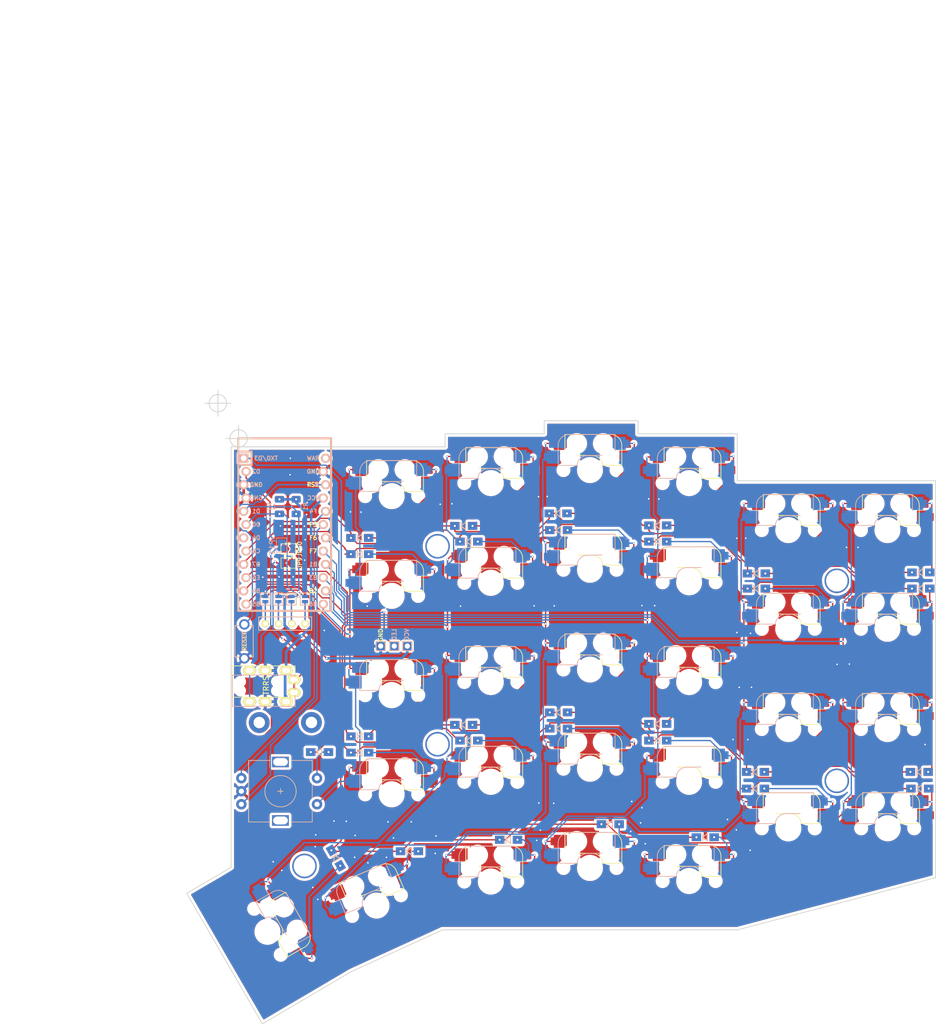
<source format=kicad_pcb>
(kicad_pcb (version 20171130) (host pcbnew 5.1.5-52549c5~86~ubuntu19.10.1)
  (layers (0 F.Cu signal hide) (31 B.Cu signal hide) (34 B.Paste user hide) (35 F.Paste user hide) (36 B.SilkS user hide) (37 F.SilkS user hide) (38 B.Mask user hide) (39 F.Mask user hide) (44 Edge.Cuts user))
  (net 0 "")
  (net 1 "Net-(D1-Pad2)")
  (net 2 row4)
  (net 3 "Net-(D2-Pad2)")
  (net 4 "Net-(D3-Pad2)")
  (net 5 row0)
  (net 6 "Net-(D4-Pad2)")
  (net 7 row1)
  (net 8 "Net-(D5-Pad2)")
  (net 9 row2)
  (net 10 "Net-(D6-Pad2)")
  (net 11 row3)
  (net 12 "Net-(D7-Pad2)")
  (net 13 "Net-(D8-Pad2)")
  (net 14 "Net-(D9-Pad2)")
  (net 15 "Net-(D10-Pad2)")
  (net 16 "Net-(D11-Pad2)")
  (net 17 "Net-(D12-Pad2)")
  (net 18 "Net-(D13-Pad2)")
  (net 19 "Net-(D14-Pad2)")
  (net 20 "Net-(D15-Pad2)")
  (net 21 "Net-(D16-Pad2)")
  (net 22 "Net-(D17-Pad2)")
  (net 23 "Net-(D18-Pad2)")
  (net 24 "Net-(D19-Pad2)")
  (net 25 "Net-(D20-Pad2)")
  (net 26 "Net-(D21-Pad2)")
  (net 27 "Net-(D22-Pad2)")
  (net 28 "Net-(D23-Pad2)")
  (net 29 "Net-(D24-Pad2)")
  (net 30 "Net-(D26-Pad2)")
  (net 31 "Net-(D27-Pad2)")
  (net 32 "Net-(D28-Pad2)")
  (net 33 VCC)
  (net 34 GND)
  (net 35 col0)
  (net 36 col1)
  (net 37 col2)
  (net 38 col3)
  (net 39 col4)
  (net 40 SDA)
  (net 41 LED)
  (net 42 SCL)
  (net 43 RESET)
  (net 44 "Net-(D29-Pad2)")
  (net 45 DATA)
  (net 46 "Net-(J3-Pad1)")
  (net 47 "Net-(J3-Pad2)")
  (net 48 "Net-(J3-Pad3)")
  (net 49 "Net-(J3-Pad4)")
  (net 50 "Net-(D30-Pad2)")
  (net 51 SW25B)
  (net 52 SW25A)
  (net 53 ENCB)
  (net 54 ENCA)
  (net 55 /i2c_c)
  (net 56 /i2c_d)
  (module SofleKeyboard-footprint:TACT_SWITCH_TVBP06 (layer F.Cu) (at 92.28 77.802 90)
    (fp_text reference RSW1 hide)
    (fp_text value SW_RST hide)
    (fp_text user RESET (at 0 0 90) (layer B.SilkS) (effects (font (size 0.8 0.8)) (justify mirror)))
    (fp_text user RESET (at 0 0 -90) (layer F.SilkS) (effects (font (size 0.8 0.8))))
    (pad 2 thru_hole circle (at 3.25 0 90) (size 2 2) (drill 1.3) (layers *.Cu *.Mask) (net 43 RESET))
    (pad 1 thru_hole circle (at -3.25 0 90) (size 2 2) (drill 1.3) (layers *.Cu *.Mask) (net 34 GND))
  )
  (module SofleKeyboard-footprint:MJ-4PP-9 (layer F.Cu) (at 89.98 85.502 90)
    (fp_text reference J2)
    (fp_text value 4PIN hide)
    (fp_text user TRRS (at -0.75 6.45 90) (layer F.SilkS))
    (fp_text user TRRS (at -0.75 6.45 90) (layer F.SilkS))
    (pad "" np_thru_hole circle (at -1.75 8.5 90) (size 1.2 1.2) (drill 1.2) (layers *.Cu *.Mask F.SilkS))
    (pad "" np_thru_hole circle (at -1.75 1.5 90) (size 1.2 1.2) (drill 1.2) (layers *.Cu *.Mask F.SilkS))
    (pad 1 thru_hole oval (at -3.85 10.3 90) (size 1.7 2.5) (drill oval 1 1.5) (layers *.Cu *.Mask F.SilkS) (net 33 VCC) (clearance 0.15))
    (pad 4 thru_hole oval (at 0.35 11.8 90) (size 1.7 2.5) (drill oval 1 1.5) (layers *.Cu *.Mask F.SilkS) (net 55 /i2c_c) (clearance 0.15))
    (pad 3 thru_hole oval (at -3.85 3.3 90) (size 1.7 2.5) (drill oval 1 1.5) (layers *.Cu *.Mask F.SilkS) (net 56 /i2c_d))
    (pad 2 thru_hole oval (at -3.85 6.3 90) (size 1.7 2.5) (drill oval 1 1.5) (layers *.Cu *.Mask F.SilkS) (net 34 GND))
    (pad "" np_thru_hole circle (at 0 1.5 90) (size 1.2 1.2) (drill 1.2) (layers *.Cu *.Mask F.SilkS))
    (pad "" np_thru_hole circle (at 0 8.5 90) (size 1.2 1.2) (drill 1.2) (layers *.Cu *.Mask F.SilkS))
    (pad 3 thru_hole oval (at 2.1 3.3 90) (size 1.7 2.5) (drill oval 1 1.5) (layers *.Cu *.Mask F.SilkS) (net 56 /i2c_d))
    (pad 2 thru_hole oval (at 2.1 6.3 90) (size 1.7 2.5) (drill oval 1 1.5) (layers *.Cu *.Mask F.SilkS) (net 34 GND))
    (pad 1 thru_hole oval (at 2.1 10.3 90) (size 1.7 2.5) (drill oval 1 1.5) (layers *.Cu *.Mask F.SilkS) (net 33 VCC) (clearance 0.15))
    (pad 4 thru_hole oval (at -2.1 11.8 90) (size 1.7 2.5) (drill oval 1 1.5) (layers *.Cu *.Mask F.SilkS) (net 55 /i2c_c) (clearance 0.15))
  )
  (module SofleKeyboard-footprint:ArduinoProMicro-ZigZag-DoubleSided (layer F.Cu) (at 100 56.71 270)
    (fp_text reference U1 hide)
    (fp_text value ProMicro hide)
    (fp_text user ST (at -8.92 -5.73312) (layer F.SilkS) (effects (font (size 0.8 0.8))))
    (fp_text user TX0/D3 (at -13.97 3.571872) (layer B.SilkS) (effects (font (size 0.8 0.8)) (justify mirror)))
    (fp_text user TX0/D3 (at -13.97 3.571872) (layer B.SilkS) (effects (font (size 0.8 0.8)) (justify mirror)))
    (fp_text user D2 (at -11.43 5.461) (layer B.SilkS) (effects (font (size 0.8 0.8)) (justify mirror)))
    (fp_text user D0 (at -1.27 5.461) (layer B.SilkS) (effects (font (size 0.8 0.8)) (justify mirror)))
    (fp_text user D1 (at -3.81 5.461) (layer B.SilkS) (effects (font (size 0.8 0.8)) (justify mirror)))
    (fp_text user GND (at -6.35 5.461) (layer B.SilkS) (effects (font (size 0.8 0.8)) (justify mirror)))
    (fp_text user GND (at -8.89 5.461) (layer F.SilkS) (effects (font (size 0.8 0.8))))
    (fp_text user D4 (at 1.27 5.461) (layer B.SilkS) (effects (font (size 0.8 0.8)) (justify mirror)))
    (fp_text user C6 (at 3.81 5.461) (layer B.SilkS) (effects (font (size 0.8 0.8)) (justify mirror)))
    (fp_text user D7 (at 6.35 5.461) (layer B.SilkS) (effects (font (size 0.8 0.8)) (justify mirror)))
    (fp_text user E6 (at 8.89 5.461) (layer B.SilkS) (effects (font (size 0.8 0.8)) (justify mirror)))
    (fp_text user B4 (at 11.43 5.461) (layer B.SilkS) (effects (font (size 0.8 0.8)) (justify mirror)))
    (fp_text user B5 (at 13.97 5.461) (layer B.SilkS) (effects (font (size 0.8 0.8)) (justify mirror)))
    (fp_text user B6 (at 13.97 -5.461) (layer B.SilkS) (effects (font (size 0.8 0.8)) (justify mirror)))
    (fp_text user B2 (at 11.43 -5.461) (layer F.SilkS) (effects (font (size 0.8 0.8))))
    (fp_text user B3 (at 8.89 -5.461) (layer B.SilkS) (effects (font (size 0.8 0.8)) (justify mirror)))
    (fp_text user B1 (at 6.35 -5.461) (layer B.SilkS) (effects (font (size 0.8 0.8)) (justify mirror)))
    (fp_text user F7 (at 3.81 -5.461) (layer F.SilkS) (effects (font (size 0.8 0.8))))
    (fp_text user F6 (at 1.27 -5.461) (layer F.SilkS) (effects (font (size 0.8 0.8))))
    (fp_text user F5 (at -1.27 -5.461) (layer F.SilkS) (effects (font (size 0.8 0.8))))
    (fp_text user F4 (at -3.81 -5.461) (layer B.SilkS) (effects (font (size 0.8 0.8)) (justify mirror)))
    (fp_text user VCC (at -6.35 -5.461) (layer B.SilkS) (effects (font (size 0.8 0.8)) (justify mirror)))
    (fp_text user ST (at -8.92 -5.73312) (layer F.SilkS) (effects (font (size 0.8 0.8))))
    (fp_text user GND (at -11.43 -5.461) (layer F.SilkS) (effects (font (size 0.8 0.8))))
    (fp_text user RAW (at -13.97 -5.461) (layer B.SilkS) (effects (font (size 0.8 0.8)) (justify mirror)))
    (fp_text user RAW (at -13.97 -5.461) (layer B.SilkS) (effects (font (size 0.8 0.8)) (justify mirror)))
    (fp_text user GND (at -11.43 -5.461) (layer B.SilkS) (effects (font (size 0.8 0.8)) (justify mirror)))
    (fp_text user VCC (at -6.35 -5.461) (layer B.SilkS) (effects (font (size 0.8 0.8)) (justify mirror)))
    (fp_text user F4 (at -3.81 -5.461) (layer B.SilkS) (effects (font (size 0.8 0.8)) (justify mirror)))
    (fp_text user F5 (at -1.27 -5.461) (layer F.SilkS) (effects (font (size 0.8 0.8))))
    (fp_text user F6 (at 1.27 -5.461) (layer F.SilkS) (effects (font (size 0.8 0.8))))
    (fp_text user F7 (at 3.81 -5.461) (layer F.SilkS) (effects (font (size 0.8 0.8))))
    (fp_text user B1 (at 6.35 -5.461) (layer B.SilkS) (effects (font (size 0.8 0.8)) (justify mirror)))
    (fp_text user B3 (at 8.89 -5.461) (layer B.SilkS) (effects (font (size 0.8 0.8)) (justify mirror)))
    (fp_text user B2 (at 11.43 -5.461) (layer F.SilkS) (effects (font (size 0.8 0.8))))
    (fp_text user B6 (at 13.97 -5.461) (layer B.SilkS) (effects (font (size 0.8 0.8)) (justify mirror)))
    (fp_text user B5 (at 13.97 5.461) (layer B.SilkS) (effects (font (size 0.8 0.8)) (justify mirror)))
    (fp_text user B4 (at 11.43 5.461) (layer B.SilkS) (effects (font (size 0.8 0.8)) (justify mirror)))
    (fp_text user E6 (at 8.89 5.461) (layer B.SilkS) (effects (font (size 0.8 0.8)) (justify mirror)))
    (fp_text user D7 (at 6.35 5.461) (layer B.SilkS) (effects (font (size 0.8 0.8)) (justify mirror)))
    (fp_text user C6 (at 3.81 5.461) (layer B.SilkS) (effects (font (size 0.8 0.8)) (justify mirror)))
    (fp_text user D4 (at 1.27 5.461) (layer B.SilkS) (effects (font (size 0.8 0.8)) (justify mirror)))
    (fp_text user GND (at -8.89 5.461) (layer B.SilkS) (effects (font (size 0.8 0.8)) (justify mirror)))
    (fp_text user GND (at -6.35 5.461) (layer B.SilkS) (effects (font (size 0.8 0.8)) (justify mirror)))
    (fp_text user D1 (at -3.81 5.461) (layer B.SilkS) (effects (font (size 0.8 0.8)) (justify mirror)))
    (fp_text user D0 (at -1.27 5.461) (layer B.SilkS) (effects (font (size 0.8 0.8)) (justify mirror)))
    (fp_text user D2 (at -11.43 5.461) (layer B.SilkS) (effects (font (size 0.8 0.8)) (justify mirror)))
    (pad 24 thru_hole circle (at -13.97 -7.8486 270) (size 1.7526 1.7526) (drill 1.0922) (layers *.Cu *.SilkS *.Mask))
    (pad 12 thru_hole circle (at 13.97 7.3914 270) (size 1.7526 1.7526) (drill 1.0922) (layers *.Cu *.SilkS *.Mask) (net 2 row4))
    (pad 23 thru_hole circle (at -11.43 -7.3914 270) (size 1.7526 1.7526) (drill 1.0922) (layers *.Cu *.SilkS *.Mask) (net 34 GND))
    (pad 22 thru_hole circle (at -8.89 -7.8486 270) (size 1.7526 1.7526) (drill 1.0922) (layers *.Cu *.SilkS *.Mask) (net 43 RESET))
    (pad 21 thru_hole circle (at -6.35 -7.3914 270) (size 1.7526 1.7526) (drill 1.0922) (layers *.Cu *.SilkS *.Mask) (net 33 VCC))
    (pad 20 thru_hole circle (at -3.81 -7.8486 270) (size 1.7526 1.7526) (drill 1.0922) (layers *.Cu *.SilkS *.Mask) (net 54 ENCA))
    (pad 19 thru_hole circle (at -1.27 -7.3914 270) (size 1.7526 1.7526) (drill 1.0922) (layers *.Cu *.SilkS *.Mask) (net 53 ENCB))
    (pad 18 thru_hole circle (at 1.27 -7.8486 270) (size 1.7526 1.7526) (drill 1.0922) (layers *.Cu *.SilkS *.Mask) (net 35 col0))
    (pad 17 thru_hole circle (at 3.81 -7.3914 270) (size 1.7526 1.7526) (drill 1.0922) (layers *.Cu *.SilkS *.Mask) (net 36 col1))
    (pad 16 thru_hole circle (at 6.35 -7.8486 270) (size 1.7526 1.7526) (drill 1.0922) (layers *.Cu *.SilkS *.Mask) (net 37 col2))
    (pad 15 thru_hole circle (at 8.89 -7.3914 270) (size 1.7526 1.7526) (drill 1.0922) (layers *.Cu *.SilkS *.Mask) (net 38 col3))
    (pad 14 thru_hole circle (at 11.43 -7.8486 270) (size 1.7526 1.7526) (drill 1.0922) (layers *.Cu *.SilkS *.Mask) (net 39 col4))
    (pad 13 thru_hole circle (at 13.97 -7.3914 270) (size 1.7526 1.7526) (drill 1.0922) (layers *.Cu *.SilkS *.Mask) (net 52 SW25A))
    (pad 11 thru_hole circle (at 11.43 7.8486 270) (size 1.7526 1.7526) (drill 1.0922) (layers *.Cu *.SilkS *.Mask) (net 11 row3))
    (pad 10 thru_hole circle (at 8.89 7.3914 270) (size 1.7526 1.7526) (drill 1.0922) (layers *.Cu *.SilkS *.Mask) (net 9 row2))
    (pad 9 thru_hole circle (at 6.35 7.8486 270) (size 1.7526 1.7526) (drill 1.0922) (layers *.Cu *.SilkS *.Mask) (net 7 row1))
    (pad 8 thru_hole circle (at 3.81 7.3914 270) (size 1.7526 1.7526) (drill 1.0922) (layers *.Cu *.SilkS *.Mask) (net 5 row0))
    (pad 7 thru_hole circle (at 1.27 7.8486 270) (size 1.7526 1.7526) (drill 1.0922) (layers *.Cu *.SilkS *.Mask))
    (pad 6 thru_hole circle (at -1.27 7.3914 270) (size 1.7526 1.7526) (drill 1.0922) (layers *.Cu *.SilkS *.Mask) (net 42 SCL))
    (pad 5 thru_hole circle (at -3.81 7.8486 270) (size 1.7526 1.7526) (drill 1.0922) (layers *.Cu *.SilkS *.Mask) (net 40 SDA))
    (pad 4 thru_hole circle (at -6.35 7.3914 270) (size 1.7526 1.7526) (drill 1.0922) (layers *.Cu *.SilkS *.Mask) (net 34 GND))
    (pad 3 thru_hole circle (at -8.89 7.8486 270) (size 1.7526 1.7526) (drill 1.0922) (layers *.Cu *.SilkS *.Mask) (net 34 GND))
    (pad 2 thru_hole circle (at -11.43 7.3914 270) (size 1.7526 1.7526) (drill 1.0922) (layers *.Cu *.SilkS *.Mask) (net 45 DATA))
    (pad 1 thru_hole rect (at -13.97 7.8486 270) (size 1.7526 1.7526) (drill 1.0922) (layers *.Cu *.SilkS *.Mask) (net 41 LED))
  )
  (module SofleKeyboard-footprint:CherryMX_Hotswap_1.5 (layer F.Cu) (at 96.7 133.41 300)
    (fp_text reference SW26 hide)
    (fp_text value SW_PUSH hide)
    (pad 1 smd custom (at -7.2 -5.1 300) (size 0.7 1.5) (layers F.Cu F.Paste F.Mask) (net 39 col4) (options (clearance outline) (anchor rect)) (primitives (gr_poly (pts (xy 0.3 -1.2) (xy 0.3 1.2) (xy 2.1 1.2) (xy 2.7 0.8) (xy 2.7 -1.2)) (width 0.1))))
    (pad 2 smd custom (at 7.2 -5.1 300) (size 0.7 1.5) (layers B.Cu B.Paste B.Mask) (net 30 "Net-(D26-Pad2)") (options (clearance outline) (anchor rect)) (primitives (gr_poly (pts (xy -0.4 -1.2) (xy -2.8 -1.2) (xy -2.8 0.8) (xy -2.3 1.2) (xy -0.4 1.2)) (width 0.1))))
    (pad 1 smd custom (at -8.5 -2.5 300) (size 0.7 1.5) (layers B.Cu B.Paste B.Mask) (net 39 col4) (options (clearance outline) (anchor rect)) (primitives (gr_poly (pts (xy 0.3 -1.2) (xy 2.7 -1.2) (xy 2.7 1.2) (xy 0.3 1.2)) (width 0.1))))
    (pad 2 smd custom (at 8.5 -2.5 300) (size 0.7 1.5) (layers F.Cu F.Paste F.Mask) (net 30 "Net-(D26-Pad2)") (options (clearance outline) (anchor rect)) (primitives (gr_poly (pts (xy -2.8 -1.2) (xy -0.4 -1.2) (xy -0.4 1.2) (xy -2.8 1.2)) (width 0.1))))
    (pad "" np_thru_hole circle (at -3.81 -2.540001 120) (size 3 3) (drill 3) (layers *.Cu *.Mask))
    (pad "" np_thru_hole circle (at -5.08 0 300) (size 1.7 1.7) (drill 1.7) (layers *.Cu *.Mask))
    (pad "" np_thru_hole circle (at 5.08 0 300) (size 1.7 1.7) (drill 1.7) (layers *.Cu *.Mask))
    (pad "" np_thru_hole circle (at 0 0 30) (size 4 4) (drill 4) (layers *.Cu *.Mask))
    (pad "" np_thru_hole circle (at 2.54 -5.08 120) (size 3 3) (drill 3) (layers *.Cu *.Mask))
    (pad "" np_thru_hole circle (at -2.54 -5.08 120) (size 3 3) (drill 3) (layers *.Cu *.Mask))
    (pad "" np_thru_hole circle (at 3.81 -2.54 120) (size 3 3) (drill 3) (layers *.Cu *.Mask))
  )
  (module SofleKeyboard-footprint:CherryMX_Hotswap (layer F.Cu) (at 177.5 123.7)
    (fp_text reference SW30 hide)
    (fp_text value SW_PUSH hide)
    (pad 1 smd custom (at -7.2 -5.1) (size 0.7 1.5) (layers F.Cu F.Paste F.Mask) (net 35 col0) (options (clearance outline) (anchor rect)) (primitives (gr_poly (pts (xy 0.3 -1.2) (xy 0.3 1.2) (xy 2.1 1.2) (xy 2.7 0.8) (xy 2.7 -1.2)) (width 0.1))))
    (pad 2 smd custom (at 7.2 -5.1) (size 0.7 1.5) (layers B.Cu B.Paste B.Mask) (net 50 "Net-(D30-Pad2)") (options (clearance outline) (anchor rect)) (primitives (gr_poly (pts (xy -0.4 -1.2) (xy -2.8 -1.2) (xy -2.8 0.8) (xy -2.3 1.2) (xy -0.4 1.2)) (width 0.1))))
    (pad 1 smd custom (at -8.5 -2.5) (size 0.7 1.5) (layers B.Cu B.Paste B.Mask) (net 35 col0) (options (clearance outline) (anchor rect)) (primitives (gr_poly (pts (xy 0.3 -1.2) (xy 2.7 -1.2) (xy 2.7 1.2) (xy 0.3 1.2)) (width 0.1))))
    (pad 2 smd custom (at 8.5 -2.5) (size 0.7 1.5) (layers F.Cu F.Paste F.Mask) (net 50 "Net-(D30-Pad2)") (options (clearance outline) (anchor rect)) (primitives (gr_poly (pts (xy -2.8 -1.2) (xy -0.4 -1.2) (xy -0.4 1.2) (xy -2.8 1.2)) (width 0.1))))
    (pad "" np_thru_hole circle (at -3.81 -2.540001 180) (size 3 3) (drill 3) (layers *.Cu *.Mask))
    (pad "" np_thru_hole circle (at -5.08 0) (size 1.7 1.7) (drill 1.7) (layers *.Cu *.Mask))
    (pad "" np_thru_hole circle (at 5.08 0) (size 1.7 1.7) (drill 1.7) (layers *.Cu *.Mask))
    (pad "" np_thru_hole circle (at 0 0 90) (size 4 4) (drill 4) (layers *.Cu *.Mask))
    (pad "" np_thru_hole circle (at 2.54 -5.08 180) (size 3 3) (drill 3) (layers *.Cu *.Mask))
    (pad "" np_thru_hole circle (at -2.54 -5.08 180) (size 3 3) (drill 3) (layers *.Cu *.Mask))
    (pad "" np_thru_hole circle (at 3.81 -2.54 180) (size 3 3) (drill 3) (layers *.Cu *.Mask))
  )
  (module SofleKeyboard-footprint:CherryMX_Hotswap (layer F.Cu) (at 158.5 121.2)
    (fp_text reference SW29 hide)
    (fp_text value SW_PUSH hide)
    (pad 1 smd custom (at -7.2 -5.1) (size 0.7 1.5) (layers F.Cu F.Paste F.Mask) (net 36 col1) (options (clearance outline) (anchor rect)) (primitives (gr_poly (pts (xy 0.3 -1.2) (xy 0.3 1.2) (xy 2.1 1.2) (xy 2.7 0.8) (xy 2.7 -1.2)) (width 0.1))))
    (pad 2 smd custom (at 7.2 -5.1) (size 0.7 1.5) (layers B.Cu B.Paste B.Mask) (net 44 "Net-(D29-Pad2)") (options (clearance outline) (anchor rect)) (primitives (gr_poly (pts (xy -0.4 -1.2) (xy -2.8 -1.2) (xy -2.8 0.8) (xy -2.3 1.2) (xy -0.4 1.2)) (width 0.1))))
    (pad 1 smd custom (at -8.5 -2.5) (size 0.7 1.5) (layers B.Cu B.Paste B.Mask) (net 36 col1) (options (clearance outline) (anchor rect)) (primitives (gr_poly (pts (xy 0.3 -1.2) (xy 2.7 -1.2) (xy 2.7 1.2) (xy 0.3 1.2)) (width 0.1))))
    (pad 2 smd custom (at 8.5 -2.5) (size 0.7 1.5) (layers F.Cu F.Paste F.Mask) (net 44 "Net-(D29-Pad2)") (options (clearance outline) (anchor rect)) (primitives (gr_poly (pts (xy -2.8 -1.2) (xy -0.4 -1.2) (xy -0.4 1.2) (xy -2.8 1.2)) (width 0.1))))
    (pad "" np_thru_hole circle (at -3.81 -2.540001 180) (size 3 3) (drill 3) (layers *.Cu *.Mask))
    (pad "" np_thru_hole circle (at -5.08 0) (size 1.7 1.7) (drill 1.7) (layers *.Cu *.Mask))
    (pad "" np_thru_hole circle (at 5.08 0) (size 1.7 1.7) (drill 1.7) (layers *.Cu *.Mask))
    (pad "" np_thru_hole circle (at 0 0 90) (size 4 4) (drill 4) (layers *.Cu *.Mask))
    (pad "" np_thru_hole circle (at 2.54 -5.08 180) (size 3 3) (drill 3) (layers *.Cu *.Mask))
    (pad "" np_thru_hole circle (at -2.54 -5.08 180) (size 3 3) (drill 3) (layers *.Cu *.Mask))
    (pad "" np_thru_hole circle (at 3.81 -2.54 180) (size 3 3) (drill 3) (layers *.Cu *.Mask))
  )
  (module SofleKeyboard-footprint:CherryMX_Hotswap (layer F.Cu) (at 139.5 123.8)
    (fp_text reference SW28 hide)
    (fp_text value SW_PUSH hide)
    (pad 1 smd custom (at -7.2 -5.1) (size 0.7 1.5) (layers F.Cu F.Paste F.Mask) (net 37 col2) (options (clearance outline) (anchor rect)) (primitives (gr_poly (pts (xy 0.3 -1.2) (xy 0.3 1.2) (xy 2.1 1.2) (xy 2.7 0.8) (xy 2.7 -1.2)) (width 0.1))))
    (pad 2 smd custom (at 7.2 -5.1) (size 0.7 1.5) (layers B.Cu B.Paste B.Mask) (net 32 "Net-(D28-Pad2)") (options (clearance outline) (anchor rect)) (primitives (gr_poly (pts (xy -0.4 -1.2) (xy -2.8 -1.2) (xy -2.8 0.8) (xy -2.3 1.2) (xy -0.4 1.2)) (width 0.1))))
    (pad 1 smd custom (at -8.5 -2.5) (size 0.7 1.5) (layers B.Cu B.Paste B.Mask) (net 37 col2) (options (clearance outline) (anchor rect)) (primitives (gr_poly (pts (xy 0.3 -1.2) (xy 2.7 -1.2) (xy 2.7 1.2) (xy 0.3 1.2)) (width 0.1))))
    (pad 2 smd custom (at 8.5 -2.5) (size 0.7 1.5) (layers F.Cu F.Paste F.Mask) (net 32 "Net-(D28-Pad2)") (options (clearance outline) (anchor rect)) (primitives (gr_poly (pts (xy -2.8 -1.2) (xy -0.4 -1.2) (xy -0.4 1.2) (xy -2.8 1.2)) (width 0.1))))
    (pad "" np_thru_hole circle (at -3.81 -2.540001 180) (size 3 3) (drill 3) (layers *.Cu *.Mask))
    (pad "" np_thru_hole circle (at -5.08 0) (size 1.7 1.7) (drill 1.7) (layers *.Cu *.Mask))
    (pad "" np_thru_hole circle (at 5.08 0) (size 1.7 1.7) (drill 1.7) (layers *.Cu *.Mask))
    (pad "" np_thru_hole circle (at 0 0 90) (size 4 4) (drill 4) (layers *.Cu *.Mask))
    (pad "" np_thru_hole circle (at 2.54 -5.08 180) (size 3 3) (drill 3) (layers *.Cu *.Mask))
    (pad "" np_thru_hole circle (at -2.54 -5.08 180) (size 3 3) (drill 3) (layers *.Cu *.Mask))
    (pad "" np_thru_hole circle (at 3.81 -2.54 180) (size 3 3) (drill 3) (layers *.Cu *.Mask))
  )
  (module SofleKeyboard-footprint:CherryMX_Hotswap (layer F.Cu) (at 117.6 128.4 23)
    (fp_text reference SW27 hide)
    (fp_text value SW_PUSH hide)
    (pad 1 smd custom (at -7.2 -5.1 23) (size 0.7 1.5) (layers F.Cu F.Paste F.Mask) (net 38 col3) (options (clearance outline) (anchor rect)) (primitives (gr_poly (pts (xy 0.3 -1.2) (xy 0.3 1.2) (xy 2.1 1.2) (xy 2.7 0.8) (xy 2.7 -1.2)) (width 0.1))))
    (pad 2 smd custom (at 7.2 -5.1 23) (size 0.7 1.5) (layers B.Cu B.Paste B.Mask) (net 31 "Net-(D27-Pad2)") (options (clearance outline) (anchor rect)) (primitives (gr_poly (pts (xy -0.4 -1.2) (xy -2.8 -1.2) (xy -2.8 0.8) (xy -2.3 1.2) (xy -0.4 1.2)) (width 0.1))))
    (pad 1 smd custom (at -8.5 -2.5 23) (size 0.7 1.5) (layers B.Cu B.Paste B.Mask) (net 38 col3) (options (clearance outline) (anchor rect)) (primitives (gr_poly (pts (xy 0.3 -1.2) (xy 2.7 -1.2) (xy 2.7 1.2) (xy 0.3 1.2)) (width 0.1))))
    (pad 2 smd custom (at 8.5 -2.5 23) (size 0.7 1.5) (layers F.Cu F.Paste F.Mask) (net 31 "Net-(D27-Pad2)") (options (clearance outline) (anchor rect)) (primitives (gr_poly (pts (xy -2.8 -1.2) (xy -0.4 -1.2) (xy -0.4 1.2) (xy -2.8 1.2)) (width 0.1))))
    (pad "" np_thru_hole circle (at -3.81 -2.540001 203) (size 3 3) (drill 3) (layers *.Cu *.Mask))
    (pad "" np_thru_hole circle (at -5.08 0 23) (size 1.7 1.7) (drill 1.7) (layers *.Cu *.Mask))
    (pad "" np_thru_hole circle (at 5.08 0 23) (size 1.7 1.7) (drill 1.7) (layers *.Cu *.Mask))
    (pad "" np_thru_hole circle (at 0 0 113) (size 4 4) (drill 4) (layers *.Cu *.Mask))
    (pad "" np_thru_hole circle (at 2.54 -5.08 203) (size 3 3) (drill 3) (layers *.Cu *.Mask))
    (pad "" np_thru_hole circle (at -2.54 -5.08 203) (size 3 3) (drill 3) (layers *.Cu *.Mask))
    (pad "" np_thru_hole circle (at 3.81 -2.54 203) (size 3 3) (drill 3) (layers *.Cu *.Mask))
  )
  (module SofleKeyboard-footprint:CherryMX_Hotswap (layer F.Cu) (at 215.55 113.6)
    (fp_text reference SW24 hide)
    (fp_text value SW_PUSH hide)
    (pad 1 smd custom (at -7.2 -5.1) (size 0.7 1.5) (layers F.Cu F.Paste F.Mask) (net 35 col0) (options (clearance outline) (anchor rect)) (primitives (gr_poly (pts (xy 0.3 -1.2) (xy 0.3 1.2) (xy 2.1 1.2) (xy 2.7 0.8) (xy 2.7 -1.2)) (width 0.1))))
    (pad 2 smd custom (at 7.2 -5.1) (size 0.7 1.5) (layers B.Cu B.Paste B.Mask) (net 29 "Net-(D24-Pad2)") (options (clearance outline) (anchor rect)) (primitives (gr_poly (pts (xy -0.4 -1.2) (xy -2.8 -1.2) (xy -2.8 0.8) (xy -2.3 1.2) (xy -0.4 1.2)) (width 0.1))))
    (pad 1 smd custom (at -8.5 -2.5) (size 0.7 1.5) (layers B.Cu B.Paste B.Mask) (net 35 col0) (options (clearance outline) (anchor rect)) (primitives (gr_poly (pts (xy 0.3 -1.2) (xy 2.7 -1.2) (xy 2.7 1.2) (xy 0.3 1.2)) (width 0.1))))
    (pad 2 smd custom (at 8.5 -2.5) (size 0.7 1.5) (layers F.Cu F.Paste F.Mask) (net 29 "Net-(D24-Pad2)") (options (clearance outline) (anchor rect)) (primitives (gr_poly (pts (xy -2.8 -1.2) (xy -0.4 -1.2) (xy -0.4 1.2) (xy -2.8 1.2)) (width 0.1))))
    (pad "" np_thru_hole circle (at -3.81 -2.540001 180) (size 3 3) (drill 3) (layers *.Cu *.Mask))
    (pad "" np_thru_hole circle (at -5.08 0) (size 1.7 1.7) (drill 1.7) (layers *.Cu *.Mask))
    (pad "" np_thru_hole circle (at 5.08 0) (size 1.7 1.7) (drill 1.7) (layers *.Cu *.Mask))
    (pad "" np_thru_hole circle (at 0 0 90) (size 4 4) (drill 4) (layers *.Cu *.Mask))
    (pad "" np_thru_hole circle (at 2.54 -5.08 180) (size 3 3) (drill 3) (layers *.Cu *.Mask))
    (pad "" np_thru_hole circle (at -2.54 -5.08 180) (size 3 3) (drill 3) (layers *.Cu *.Mask))
    (pad "" np_thru_hole circle (at 3.81 -2.54 180) (size 3 3) (drill 3) (layers *.Cu *.Mask))
  )
  (module SofleKeyboard-footprint:CherryMX_Hotswap (layer F.Cu) (at 196.5 113.6)
    (fp_text reference SW23 hide)
    (fp_text value SW_PUSH hide)
    (pad 1 smd custom (at -7.2 -5.1) (size 0.7 1.5) (layers F.Cu F.Paste F.Mask) (net 36 col1) (options (clearance outline) (anchor rect)) (primitives (gr_poly (pts (xy 0.3 -1.2) (xy 0.3 1.2) (xy 2.1 1.2) (xy 2.7 0.8) (xy 2.7 -1.2)) (width 0.1))))
    (pad 2 smd custom (at 7.2 -5.1) (size 0.7 1.5) (layers B.Cu B.Paste B.Mask) (net 28 "Net-(D23-Pad2)") (options (clearance outline) (anchor rect)) (primitives (gr_poly (pts (xy -0.4 -1.2) (xy -2.8 -1.2) (xy -2.8 0.8) (xy -2.3 1.2) (xy -0.4 1.2)) (width 0.1))))
    (pad 1 smd custom (at -8.5 -2.5) (size 0.7 1.5) (layers B.Cu B.Paste B.Mask) (net 36 col1) (options (clearance outline) (anchor rect)) (primitives (gr_poly (pts (xy 0.3 -1.2) (xy 2.7 -1.2) (xy 2.7 1.2) (xy 0.3 1.2)) (width 0.1))))
    (pad 2 smd custom (at 8.5 -2.5) (size 0.7 1.5) (layers F.Cu F.Paste F.Mask) (net 28 "Net-(D23-Pad2)") (options (clearance outline) (anchor rect)) (primitives (gr_poly (pts (xy -2.8 -1.2) (xy -0.4 -1.2) (xy -0.4 1.2) (xy -2.8 1.2)) (width 0.1))))
    (pad "" np_thru_hole circle (at -3.81 -2.540001 180) (size 3 3) (drill 3) (layers *.Cu *.Mask))
    (pad "" np_thru_hole circle (at -5.08 0) (size 1.7 1.7) (drill 1.7) (layers *.Cu *.Mask))
    (pad "" np_thru_hole circle (at 5.08 0) (size 1.7 1.7) (drill 1.7) (layers *.Cu *.Mask))
    (pad "" np_thru_hole circle (at 0 0 90) (size 4 4) (drill 4) (layers *.Cu *.Mask))
    (pad "" np_thru_hole circle (at 2.54 -5.08 180) (size 3 3) (drill 3) (layers *.Cu *.Mask))
    (pad "" np_thru_hole circle (at -2.54 -5.08 180) (size 3 3) (drill 3) (layers *.Cu *.Mask))
    (pad "" np_thru_hole circle (at 3.81 -2.54 180) (size 3 3) (drill 3) (layers *.Cu *.Mask))
  )
  (module SofleKeyboard-footprint:CherryMX_Hotswap (layer F.Cu) (at 177.5 104.7)
    (fp_text reference SW22 hide)
    (fp_text value SW_PUSH hide)
    (pad 1 smd custom (at -7.2 -5.1) (size 0.7 1.5) (layers F.Cu F.Paste F.Mask) (net 37 col2) (options (clearance outline) (anchor rect)) (primitives (gr_poly (pts (xy 0.3 -1.2) (xy 0.3 1.2) (xy 2.1 1.2) (xy 2.7 0.8) (xy 2.7 -1.2)) (width 0.1))))
    (pad 2 smd custom (at 7.2 -5.1) (size 0.7 1.5) (layers B.Cu B.Paste B.Mask) (net 27 "Net-(D22-Pad2)") (options (clearance outline) (anchor rect)) (primitives (gr_poly (pts (xy -0.4 -1.2) (xy -2.8 -1.2) (xy -2.8 0.8) (xy -2.3 1.2) (xy -0.4 1.2)) (width 0.1))))
    (pad 1 smd custom (at -8.5 -2.5) (size 0.7 1.5) (layers B.Cu B.Paste B.Mask) (net 37 col2) (options (clearance outline) (anchor rect)) (primitives (gr_poly (pts (xy 0.3 -1.2) (xy 2.7 -1.2) (xy 2.7 1.2) (xy 0.3 1.2)) (width 0.1))))
    (pad 2 smd custom (at 8.5 -2.5) (size 0.7 1.5) (layers F.Cu F.Paste F.Mask) (net 27 "Net-(D22-Pad2)") (options (clearance outline) (anchor rect)) (primitives (gr_poly (pts (xy -2.8 -1.2) (xy -0.4 -1.2) (xy -0.4 1.2) (xy -2.8 1.2)) (width 0.1))))
    (pad "" np_thru_hole circle (at -3.81 -2.540001 180) (size 3 3) (drill 3) (layers *.Cu *.Mask))
    (pad "" np_thru_hole circle (at -5.08 0) (size 1.7 1.7) (drill 1.7) (layers *.Cu *.Mask))
    (pad "" np_thru_hole circle (at 5.08 0) (size 1.7 1.7) (drill 1.7) (layers *.Cu *.Mask))
    (pad "" np_thru_hole circle (at 0 0 90) (size 4 4) (drill 4) (layers *.Cu *.Mask))
    (pad "" np_thru_hole circle (at 2.54 -5.08 180) (size 3 3) (drill 3) (layers *.Cu *.Mask))
    (pad "" np_thru_hole circle (at -2.54 -5.08 180) (size 3 3) (drill 3) (layers *.Cu *.Mask))
    (pad "" np_thru_hole circle (at 3.81 -2.54 180) (size 3 3) (drill 3) (layers *.Cu *.Mask))
  )
  (module SofleKeyboard-footprint:CherryMX_Hotswap (layer F.Cu) (at 158.5 102.2)
    (fp_text reference SW21 hide)
    (fp_text value SW_PUSH hide)
    (pad 1 smd custom (at -7.2 -5.1) (size 0.7 1.5) (layers F.Cu F.Paste F.Mask) (net 38 col3) (options (clearance outline) (anchor rect)) (primitives (gr_poly (pts (xy 0.3 -1.2) (xy 0.3 1.2) (xy 2.1 1.2) (xy 2.7 0.8) (xy 2.7 -1.2)) (width 0.1))))
    (pad 2 smd custom (at 7.2 -5.1) (size 0.7 1.5) (layers B.Cu B.Paste B.Mask) (net 26 "Net-(D21-Pad2)") (options (clearance outline) (anchor rect)) (primitives (gr_poly (pts (xy -0.4 -1.2) (xy -2.8 -1.2) (xy -2.8 0.8) (xy -2.3 1.2) (xy -0.4 1.2)) (width 0.1))))
    (pad 1 smd custom (at -8.5 -2.5) (size 0.7 1.5) (layers B.Cu B.Paste B.Mask) (net 38 col3) (options (clearance outline) (anchor rect)) (primitives (gr_poly (pts (xy 0.3 -1.2) (xy 2.7 -1.2) (xy 2.7 1.2) (xy 0.3 1.2)) (width 0.1))))
    (pad 2 smd custom (at 8.5 -2.5) (size 0.7 1.5) (layers F.Cu F.Paste F.Mask) (net 26 "Net-(D21-Pad2)") (options (clearance outline) (anchor rect)) (primitives (gr_poly (pts (xy -2.8 -1.2) (xy -0.4 -1.2) (xy -0.4 1.2) (xy -2.8 1.2)) (width 0.1))))
    (pad "" np_thru_hole circle (at -3.81 -2.540001 180) (size 3 3) (drill 3) (layers *.Cu *.Mask))
    (pad "" np_thru_hole circle (at -5.08 0) (size 1.7 1.7) (drill 1.7) (layers *.Cu *.Mask))
    (pad "" np_thru_hole circle (at 5.08 0) (size 1.7 1.7) (drill 1.7) (layers *.Cu *.Mask))
    (pad "" np_thru_hole circle (at 0 0 90) (size 4 4) (drill 4) (layers *.Cu *.Mask))
    (pad "" np_thru_hole circle (at 2.54 -5.08 180) (size 3 3) (drill 3) (layers *.Cu *.Mask))
    (pad "" np_thru_hole circle (at -2.54 -5.08 180) (size 3 3) (drill 3) (layers *.Cu *.Mask))
    (pad "" np_thru_hole circle (at 3.81 -2.54 180) (size 3 3) (drill 3) (layers *.Cu *.Mask))
  )
  (module SofleKeyboard-footprint:CherryMX_Hotswap (layer F.Cu) (at 139.5 104.7)
    (fp_text reference SW20 hide)
    (fp_text value SW_PUSH hide)
    (pad 1 smd custom (at -7.2 -5.1) (size 0.7 1.5) (layers F.Cu F.Paste F.Mask) (net 39 col4) (options (clearance outline) (anchor rect)) (primitives (gr_poly (pts (xy 0.3 -1.2) (xy 0.3 1.2) (xy 2.1 1.2) (xy 2.7 0.8) (xy 2.7 -1.2)) (width 0.1))))
    (pad 2 smd custom (at 7.2 -5.1) (size 0.7 1.5) (layers B.Cu B.Paste B.Mask) (net 25 "Net-(D20-Pad2)") (options (clearance outline) (anchor rect)) (primitives (gr_poly (pts (xy -0.4 -1.2) (xy -2.8 -1.2) (xy -2.8 0.8) (xy -2.3 1.2) (xy -0.4 1.2)) (width 0.1))))
    (pad 1 smd custom (at -8.5 -2.5) (size 0.7 1.5) (layers B.Cu B.Paste B.Mask) (net 39 col4) (options (clearance outline) (anchor rect)) (primitives (gr_poly (pts (xy 0.3 -1.2) (xy 2.7 -1.2) (xy 2.7 1.2) (xy 0.3 1.2)) (width 0.1))))
    (pad 2 smd custom (at 8.5 -2.5) (size 0.7 1.5) (layers F.Cu F.Paste F.Mask) (net 25 "Net-(D20-Pad2)") (options (clearance outline) (anchor rect)) (primitives (gr_poly (pts (xy -2.8 -1.2) (xy -0.4 -1.2) (xy -0.4 1.2) (xy -2.8 1.2)) (width 0.1))))
    (pad "" np_thru_hole circle (at -3.81 -2.540001 180) (size 3 3) (drill 3) (layers *.Cu *.Mask))
    (pad "" np_thru_hole circle (at -5.08 0) (size 1.7 1.7) (drill 1.7) (layers *.Cu *.Mask))
    (pad "" np_thru_hole circle (at 5.08 0) (size 1.7 1.7) (drill 1.7) (layers *.Cu *.Mask))
    (pad "" np_thru_hole circle (at 0 0 90) (size 4 4) (drill 4) (layers *.Cu *.Mask))
    (pad "" np_thru_hole circle (at 2.54 -5.08 180) (size 3 3) (drill 3) (layers *.Cu *.Mask))
    (pad "" np_thru_hole circle (at -2.54 -5.08 180) (size 3 3) (drill 3) (layers *.Cu *.Mask))
    (pad "" np_thru_hole circle (at 3.81 -2.54 180) (size 3 3) (drill 3) (layers *.Cu *.Mask))
  )
  (module SofleKeyboard-footprint:CherryMX_Hotswap (layer F.Cu) (at 120.5 107.1)
    (fp_text reference SW19 hide)
    (fp_text value SW_PUSH hide)
    (pad 1 smd custom (at -7.2 -5.1) (size 0.7 1.5) (layers F.Cu F.Paste F.Mask) (net 52 SW25A) (options (clearance outline) (anchor rect)) (primitives (gr_poly (pts (xy 0.3 -1.2) (xy 0.3 1.2) (xy 2.1 1.2) (xy 2.7 0.8) (xy 2.7 -1.2)) (width 0.1))))
    (pad 2 smd custom (at 7.2 -5.1) (size 0.7 1.5) (layers B.Cu B.Paste B.Mask) (net 24 "Net-(D19-Pad2)") (options (clearance outline) (anchor rect)) (primitives (gr_poly (pts (xy -0.4 -1.2) (xy -2.8 -1.2) (xy -2.8 0.8) (xy -2.3 1.2) (xy -0.4 1.2)) (width 0.1))))
    (pad 1 smd custom (at -8.5 -2.5) (size 0.7 1.5) (layers B.Cu B.Paste B.Mask) (net 52 SW25A) (options (clearance outline) (anchor rect)) (primitives (gr_poly (pts (xy 0.3 -1.2) (xy 2.7 -1.2) (xy 2.7 1.2) (xy 0.3 1.2)) (width 0.1))))
    (pad 2 smd custom (at 8.5 -2.5) (size 0.7 1.5) (layers F.Cu F.Paste F.Mask) (net 24 "Net-(D19-Pad2)") (options (clearance outline) (anchor rect)) (primitives (gr_poly (pts (xy -2.8 -1.2) (xy -0.4 -1.2) (xy -0.4 1.2) (xy -2.8 1.2)) (width 0.1))))
    (pad "" np_thru_hole circle (at -3.81 -2.540001 180) (size 3 3) (drill 3) (layers *.Cu *.Mask))
    (pad "" np_thru_hole circle (at -5.08 0) (size 1.7 1.7) (drill 1.7) (layers *.Cu *.Mask))
    (pad "" np_thru_hole circle (at 5.08 0) (size 1.7 1.7) (drill 1.7) (layers *.Cu *.Mask))
    (pad "" np_thru_hole circle (at 0 0 90) (size 4 4) (drill 4) (layers *.Cu *.Mask))
    (pad "" np_thru_hole circle (at 2.54 -5.08 180) (size 3 3) (drill 3) (layers *.Cu *.Mask))
    (pad "" np_thru_hole circle (at -2.54 -5.08 180) (size 3 3) (drill 3) (layers *.Cu *.Mask))
    (pad "" np_thru_hole circle (at 3.81 -2.54 180) (size 3 3) (drill 3) (layers *.Cu *.Mask))
  )
  (module SofleKeyboard-footprint:CherryMX_Hotswap (layer F.Cu) (at 215.5 94.6)
    (fp_text reference SW18 hide)
    (fp_text value SW_PUSH hide)
    (pad 1 smd custom (at -7.2 -5.1) (size 0.7 1.5) (layers F.Cu F.Paste F.Mask) (net 35 col0) (options (clearance outline) (anchor rect)) (primitives (gr_poly (pts (xy 0.3 -1.2) (xy 0.3 1.2) (xy 2.1 1.2) (xy 2.7 0.8) (xy 2.7 -1.2)) (width 0.1))))
    (pad 2 smd custom (at 7.2 -5.1) (size 0.7 1.5) (layers B.Cu B.Paste B.Mask) (net 23 "Net-(D18-Pad2)") (options (clearance outline) (anchor rect)) (primitives (gr_poly (pts (xy -0.4 -1.2) (xy -2.8 -1.2) (xy -2.8 0.8) (xy -2.3 1.2) (xy -0.4 1.2)) (width 0.1))))
    (pad 1 smd custom (at -8.5 -2.5) (size 0.7 1.5) (layers B.Cu B.Paste B.Mask) (net 35 col0) (options (clearance outline) (anchor rect)) (primitives (gr_poly (pts (xy 0.3 -1.2) (xy 2.7 -1.2) (xy 2.7 1.2) (xy 0.3 1.2)) (width 0.1))))
    (pad 2 smd custom (at 8.5 -2.5) (size 0.7 1.5) (layers F.Cu F.Paste F.Mask) (net 23 "Net-(D18-Pad2)") (options (clearance outline) (anchor rect)) (primitives (gr_poly (pts (xy -2.8 -1.2) (xy -0.4 -1.2) (xy -0.4 1.2) (xy -2.8 1.2)) (width 0.1))))
    (pad "" np_thru_hole circle (at -3.81 -2.540001 180) (size 3 3) (drill 3) (layers *.Cu *.Mask))
    (pad "" np_thru_hole circle (at -5.08 0) (size 1.7 1.7) (drill 1.7) (layers *.Cu *.Mask))
    (pad "" np_thru_hole circle (at 5.08 0) (size 1.7 1.7) (drill 1.7) (layers *.Cu *.Mask))
    (pad "" np_thru_hole circle (at 0 0 90) (size 4 4) (drill 4) (layers *.Cu *.Mask))
    (pad "" np_thru_hole circle (at 2.54 -5.08 180) (size 3 3) (drill 3) (layers *.Cu *.Mask))
    (pad "" np_thru_hole circle (at -2.54 -5.08 180) (size 3 3) (drill 3) (layers *.Cu *.Mask))
    (pad "" np_thru_hole circle (at 3.81 -2.54 180) (size 3 3) (drill 3) (layers *.Cu *.Mask))
  )
  (module SofleKeyboard-footprint:CherryMX_Hotswap (layer F.Cu) (at 196.5 94.6)
    (fp_text reference SW17 hide)
    (fp_text value SW_PUSH hide)
    (pad 1 smd custom (at -7.2 -5.1) (size 0.7 1.5) (layers F.Cu F.Paste F.Mask) (net 36 col1) (options (clearance outline) (anchor rect)) (primitives (gr_poly (pts (xy 0.3 -1.2) (xy 0.3 1.2) (xy 2.1 1.2) (xy 2.7 0.8) (xy 2.7 -1.2)) (width 0.1))))
    (pad 2 smd custom (at 7.2 -5.1) (size 0.7 1.5) (layers B.Cu B.Paste B.Mask) (net 22 "Net-(D17-Pad2)") (options (clearance outline) (anchor rect)) (primitives (gr_poly (pts (xy -0.4 -1.2) (xy -2.8 -1.2) (xy -2.8 0.8) (xy -2.3 1.2) (xy -0.4 1.2)) (width 0.1))))
    (pad 1 smd custom (at -8.5 -2.5) (size 0.7 1.5) (layers B.Cu B.Paste B.Mask) (net 36 col1) (options (clearance outline) (anchor rect)) (primitives (gr_poly (pts (xy 0.3 -1.2) (xy 2.7 -1.2) (xy 2.7 1.2) (xy 0.3 1.2)) (width 0.1))))
    (pad 2 smd custom (at 8.5 -2.5) (size 0.7 1.5) (layers F.Cu F.Paste F.Mask) (net 22 "Net-(D17-Pad2)") (options (clearance outline) (anchor rect)) (primitives (gr_poly (pts (xy -2.8 -1.2) (xy -0.4 -1.2) (xy -0.4 1.2) (xy -2.8 1.2)) (width 0.1))))
    (pad "" np_thru_hole circle (at -3.81 -2.540001 180) (size 3 3) (drill 3) (layers *.Cu *.Mask))
    (pad "" np_thru_hole circle (at -5.08 0) (size 1.7 1.7) (drill 1.7) (layers *.Cu *.Mask))
    (pad "" np_thru_hole circle (at 5.08 0) (size 1.7 1.7) (drill 1.7) (layers *.Cu *.Mask))
    (pad "" np_thru_hole circle (at 0 0 90) (size 4 4) (drill 4) (layers *.Cu *.Mask))
    (pad "" np_thru_hole circle (at 2.54 -5.08 180) (size 3 3) (drill 3) (layers *.Cu *.Mask))
    (pad "" np_thru_hole circle (at -2.54 -5.08 180) (size 3 3) (drill 3) (layers *.Cu *.Mask))
    (pad "" np_thru_hole circle (at 3.81 -2.54 180) (size 3 3) (drill 3) (layers *.Cu *.Mask))
  )
  (module SofleKeyboard-footprint:CherryMX_Hotswap (layer F.Cu) (at 177.5 85.6)
    (fp_text reference SW16 hide)
    (fp_text value SW_PUSH hide)
    (pad 1 smd custom (at -7.2 -5.1) (size 0.7 1.5) (layers F.Cu F.Paste F.Mask) (net 37 col2) (options (clearance outline) (anchor rect)) (primitives (gr_poly (pts (xy 0.3 -1.2) (xy 0.3 1.2) (xy 2.1 1.2) (xy 2.7 0.8) (xy 2.7 -1.2)) (width 0.1))))
    (pad 2 smd custom (at 7.2 -5.1) (size 0.7 1.5) (layers B.Cu B.Paste B.Mask) (net 21 "Net-(D16-Pad2)") (options (clearance outline) (anchor rect)) (primitives (gr_poly (pts (xy -0.4 -1.2) (xy -2.8 -1.2) (xy -2.8 0.8) (xy -2.3 1.2) (xy -0.4 1.2)) (width 0.1))))
    (pad 1 smd custom (at -8.5 -2.5) (size 0.7 1.5) (layers B.Cu B.Paste B.Mask) (net 37 col2) (options (clearance outline) (anchor rect)) (primitives (gr_poly (pts (xy 0.3 -1.2) (xy 2.7 -1.2) (xy 2.7 1.2) (xy 0.3 1.2)) (width 0.1))))
    (pad 2 smd custom (at 8.5 -2.5) (size 0.7 1.5) (layers F.Cu F.Paste F.Mask) (net 21 "Net-(D16-Pad2)") (options (clearance outline) (anchor rect)) (primitives (gr_poly (pts (xy -2.8 -1.2) (xy -0.4 -1.2) (xy -0.4 1.2) (xy -2.8 1.2)) (width 0.1))))
    (pad "" np_thru_hole circle (at -3.81 -2.540001 180) (size 3 3) (drill 3) (layers *.Cu *.Mask))
    (pad "" np_thru_hole circle (at -5.08 0) (size 1.7 1.7) (drill 1.7) (layers *.Cu *.Mask))
    (pad "" np_thru_hole circle (at 5.08 0) (size 1.7 1.7) (drill 1.7) (layers *.Cu *.Mask))
    (pad "" np_thru_hole circle (at 0 0 90) (size 4 4) (drill 4) (layers *.Cu *.Mask))
    (pad "" np_thru_hole circle (at 2.54 -5.08 180) (size 3 3) (drill 3) (layers *.Cu *.Mask))
    (pad "" np_thru_hole circle (at -2.54 -5.08 180) (size 3 3) (drill 3) (layers *.Cu *.Mask))
    (pad "" np_thru_hole circle (at 3.81 -2.54 180) (size 3 3) (drill 3) (layers *.Cu *.Mask))
  )
  (module SofleKeyboard-footprint:CherryMX_Hotswap (layer F.Cu) (at 158.5 83.2)
    (fp_text reference SW15 hide)
    (fp_text value SW_PUSH hide)
    (pad 1 smd custom (at -7.2 -5.1) (size 0.7 1.5) (layers F.Cu F.Paste F.Mask) (net 38 col3) (options (clearance outline) (anchor rect)) (primitives (gr_poly (pts (xy 0.3 -1.2) (xy 0.3 1.2) (xy 2.1 1.2) (xy 2.7 0.8) (xy 2.7 -1.2)) (width 0.1))))
    (pad 2 smd custom (at 7.2 -5.1) (size 0.7 1.5) (layers B.Cu B.Paste B.Mask) (net 20 "Net-(D15-Pad2)") (options (clearance outline) (anchor rect)) (primitives (gr_poly (pts (xy -0.4 -1.2) (xy -2.8 -1.2) (xy -2.8 0.8) (xy -2.3 1.2) (xy -0.4 1.2)) (width 0.1))))
    (pad 1 smd custom (at -8.5 -2.5) (size 0.7 1.5) (layers B.Cu B.Paste B.Mask) (net 38 col3) (options (clearance outline) (anchor rect)) (primitives (gr_poly (pts (xy 0.3 -1.2) (xy 2.7 -1.2) (xy 2.7 1.2) (xy 0.3 1.2)) (width 0.1))))
    (pad 2 smd custom (at 8.5 -2.5) (size 0.7 1.5) (layers F.Cu F.Paste F.Mask) (net 20 "Net-(D15-Pad2)") (options (clearance outline) (anchor rect)) (primitives (gr_poly (pts (xy -2.8 -1.2) (xy -0.4 -1.2) (xy -0.4 1.2) (xy -2.8 1.2)) (width 0.1))))
    (pad "" np_thru_hole circle (at -3.81 -2.540001 180) (size 3 3) (drill 3) (layers *.Cu *.Mask))
    (pad "" np_thru_hole circle (at -5.08 0) (size 1.7 1.7) (drill 1.7) (layers *.Cu *.Mask))
    (pad "" np_thru_hole circle (at 5.08 0) (size 1.7 1.7) (drill 1.7) (layers *.Cu *.Mask))
    (pad "" np_thru_hole circle (at 0 0 90) (size 4 4) (drill 4) (layers *.Cu *.Mask))
    (pad "" np_thru_hole circle (at 2.54 -5.08 180) (size 3 3) (drill 3) (layers *.Cu *.Mask))
    (pad "" np_thru_hole circle (at -2.54 -5.08 180) (size 3 3) (drill 3) (layers *.Cu *.Mask))
    (pad "" np_thru_hole circle (at 3.81 -2.54 180) (size 3 3) (drill 3) (layers *.Cu *.Mask))
  )
  (module SofleKeyboard-footprint:CherryMX_Hotswap (layer F.Cu) (at 139.5 85.6)
    (fp_text reference SW14 hide)
    (fp_text value SW_PUSH hide)
    (pad 1 smd custom (at -7.2 -5.1) (size 0.7 1.5) (layers F.Cu F.Paste F.Mask) (net 39 col4) (options (clearance outline) (anchor rect)) (primitives (gr_poly (pts (xy 0.3 -1.2) (xy 0.3 1.2) (xy 2.1 1.2) (xy 2.7 0.8) (xy 2.7 -1.2)) (width 0.1))))
    (pad 2 smd custom (at 7.2 -5.1) (size 0.7 1.5) (layers B.Cu B.Paste B.Mask) (net 19 "Net-(D14-Pad2)") (options (clearance outline) (anchor rect)) (primitives (gr_poly (pts (xy -0.4 -1.2) (xy -2.8 -1.2) (xy -2.8 0.8) (xy -2.3 1.2) (xy -0.4 1.2)) (width 0.1))))
    (pad 1 smd custom (at -8.5 -2.5) (size 0.7 1.5) (layers B.Cu B.Paste B.Mask) (net 39 col4) (options (clearance outline) (anchor rect)) (primitives (gr_poly (pts (xy 0.3 -1.2) (xy 2.7 -1.2) (xy 2.7 1.2) (xy 0.3 1.2)) (width 0.1))))
    (pad 2 smd custom (at 8.5 -2.5) (size 0.7 1.5) (layers F.Cu F.Paste F.Mask) (net 19 "Net-(D14-Pad2)") (options (clearance outline) (anchor rect)) (primitives (gr_poly (pts (xy -2.8 -1.2) (xy -0.4 -1.2) (xy -0.4 1.2) (xy -2.8 1.2)) (width 0.1))))
    (pad "" np_thru_hole circle (at -3.81 -2.540001 180) (size 3 3) (drill 3) (layers *.Cu *.Mask))
    (pad "" np_thru_hole circle (at -5.08 0) (size 1.7 1.7) (drill 1.7) (layers *.Cu *.Mask))
    (pad "" np_thru_hole circle (at 5.08 0) (size 1.7 1.7) (drill 1.7) (layers *.Cu *.Mask))
    (pad "" np_thru_hole circle (at 0 0 90) (size 4 4) (drill 4) (layers *.Cu *.Mask))
    (pad "" np_thru_hole circle (at 2.54 -5.08 180) (size 3 3) (drill 3) (layers *.Cu *.Mask))
    (pad "" np_thru_hole circle (at -2.54 -5.08 180) (size 3 3) (drill 3) (layers *.Cu *.Mask))
    (pad "" np_thru_hole circle (at 3.81 -2.54 180) (size 3 3) (drill 3) (layers *.Cu *.Mask))
  )
  (module SofleKeyboard-footprint:CherryMX_Hotswap (layer F.Cu) (at 120.5 88.1)
    (fp_text reference SW13 hide)
    (fp_text value SW_PUSH hide)
    (pad 1 smd custom (at -7.2 -5.1) (size 0.7 1.5) (layers F.Cu F.Paste F.Mask) (net 52 SW25A) (options (clearance outline) (anchor rect)) (primitives (gr_poly (pts (xy 0.3 -1.2) (xy 0.3 1.2) (xy 2.1 1.2) (xy 2.7 0.8) (xy 2.7 -1.2)) (width 0.1))))
    (pad 2 smd custom (at 7.2 -5.1) (size 0.7 1.5) (layers B.Cu B.Paste B.Mask) (net 18 "Net-(D13-Pad2)") (options (clearance outline) (anchor rect)) (primitives (gr_poly (pts (xy -0.4 -1.2) (xy -2.8 -1.2) (xy -2.8 0.8) (xy -2.3 1.2) (xy -0.4 1.2)) (width 0.1))))
    (pad 1 smd custom (at -8.5 -2.5) (size 0.7 1.5) (layers B.Cu B.Paste B.Mask) (net 52 SW25A) (options (clearance outline) (anchor rect)) (primitives (gr_poly (pts (xy 0.3 -1.2) (xy 2.7 -1.2) (xy 2.7 1.2) (xy 0.3 1.2)) (width 0.1))))
    (pad 2 smd custom (at 8.5 -2.5) (size 0.7 1.5) (layers F.Cu F.Paste F.Mask) (net 18 "Net-(D13-Pad2)") (options (clearance outline) (anchor rect)) (primitives (gr_poly (pts (xy -2.8 -1.2) (xy -0.4 -1.2) (xy -0.4 1.2) (xy -2.8 1.2)) (width 0.1))))
    (pad "" np_thru_hole circle (at -3.81 -2.540001 180) (size 3 3) (drill 3) (layers *.Cu *.Mask))
    (pad "" np_thru_hole circle (at -5.08 0) (size 1.7 1.7) (drill 1.7) (layers *.Cu *.Mask))
    (pad "" np_thru_hole circle (at 5.08 0) (size 1.7 1.7) (drill 1.7) (layers *.Cu *.Mask))
    (pad "" np_thru_hole circle (at 0 0 90) (size 4 4) (drill 4) (layers *.Cu *.Mask))
    (pad "" np_thru_hole circle (at 2.54 -5.08 180) (size 3 3) (drill 3) (layers *.Cu *.Mask))
    (pad "" np_thru_hole circle (at -2.54 -5.08 180) (size 3 3) (drill 3) (layers *.Cu *.Mask))
    (pad "" np_thru_hole circle (at 3.81 -2.54 180) (size 3 3) (drill 3) (layers *.Cu *.Mask))
  )
  (module SofleKeyboard-footprint:CherryMX_Hotswap (layer F.Cu) (at 215.5 75.4)
    (fp_text reference SW12 hide)
    (fp_text value SW_PUSH hide)
    (pad 1 smd custom (at -7.2 -5.1) (size 0.7 1.5) (layers F.Cu F.Paste F.Mask) (net 35 col0) (options (clearance outline) (anchor rect)) (primitives (gr_poly (pts (xy 0.3 -1.2) (xy 0.3 1.2) (xy 2.1 1.2) (xy 2.7 0.8) (xy 2.7 -1.2)) (width 0.1))))
    (pad 2 smd custom (at 7.2 -5.1) (size 0.7 1.5) (layers B.Cu B.Paste B.Mask) (net 17 "Net-(D12-Pad2)") (options (clearance outline) (anchor rect)) (primitives (gr_poly (pts (xy -0.4 -1.2) (xy -2.8 -1.2) (xy -2.8 0.8) (xy -2.3 1.2) (xy -0.4 1.2)) (width 0.1))))
    (pad 1 smd custom (at -8.5 -2.5) (size 0.7 1.5) (layers B.Cu B.Paste B.Mask) (net 35 col0) (options (clearance outline) (anchor rect)) (primitives (gr_poly (pts (xy 0.3 -1.2) (xy 2.7 -1.2) (xy 2.7 1.2) (xy 0.3 1.2)) (width 0.1))))
    (pad 2 smd custom (at 8.5 -2.5) (size 0.7 1.5) (layers F.Cu F.Paste F.Mask) (net 17 "Net-(D12-Pad2)") (options (clearance outline) (anchor rect)) (primitives (gr_poly (pts (xy -2.8 -1.2) (xy -0.4 -1.2) (xy -0.4 1.2) (xy -2.8 1.2)) (width 0.1))))
    (pad "" np_thru_hole circle (at -3.81 -2.540001 180) (size 3 3) (drill 3) (layers *.Cu *.Mask))
    (pad "" np_thru_hole circle (at -5.08 0) (size 1.7 1.7) (drill 1.7) (layers *.Cu *.Mask))
    (pad "" np_thru_hole circle (at 5.08 0) (size 1.7 1.7) (drill 1.7) (layers *.Cu *.Mask))
    (pad "" np_thru_hole circle (at 0 0 90) (size 4 4) (drill 4) (layers *.Cu *.Mask))
    (pad "" np_thru_hole circle (at 2.54 -5.08 180) (size 3 3) (drill 3) (layers *.Cu *.Mask))
    (pad "" np_thru_hole circle (at -2.54 -5.08 180) (size 3 3) (drill 3) (layers *.Cu *.Mask))
    (pad "" np_thru_hole circle (at 3.81 -2.54 180) (size 3 3) (drill 3) (layers *.Cu *.Mask))
  )
  (module SofleKeyboard-footprint:CherryMX_Hotswap (layer F.Cu) (at 196.5 75.4)
    (fp_text reference SW11 hide)
    (fp_text value SW_PUSH hide)
    (pad 1 smd custom (at -7.2 -5.1) (size 0.7 1.5) (layers F.Cu F.Paste F.Mask) (net 36 col1) (options (clearance outline) (anchor rect)) (primitives (gr_poly (pts (xy 0.3 -1.2) (xy 0.3 1.2) (xy 2.1 1.2) (xy 2.7 0.8) (xy 2.7 -1.2)) (width 0.1))))
    (pad 2 smd custom (at 7.2 -5.1) (size 0.7 1.5) (layers B.Cu B.Paste B.Mask) (net 16 "Net-(D11-Pad2)") (options (clearance outline) (anchor rect)) (primitives (gr_poly (pts (xy -0.4 -1.2) (xy -2.8 -1.2) (xy -2.8 0.8) (xy -2.3 1.2) (xy -0.4 1.2)) (width 0.1))))
    (pad 1 smd custom (at -8.5 -2.5) (size 0.7 1.5) (layers B.Cu B.Paste B.Mask) (net 36 col1) (options (clearance outline) (anchor rect)) (primitives (gr_poly (pts (xy 0.3 -1.2) (xy 2.7 -1.2) (xy 2.7 1.2) (xy 0.3 1.2)) (width 0.1))))
    (pad 2 smd custom (at 8.5 -2.5) (size 0.7 1.5) (layers F.Cu F.Paste F.Mask) (net 16 "Net-(D11-Pad2)") (options (clearance outline) (anchor rect)) (primitives (gr_poly (pts (xy -2.8 -1.2) (xy -0.4 -1.2) (xy -0.4 1.2) (xy -2.8 1.2)) (width 0.1))))
    (pad "" np_thru_hole circle (at -3.81 -2.540001 180) (size 3 3) (drill 3) (layers *.Cu *.Mask))
    (pad "" np_thru_hole circle (at -5.08 0) (size 1.7 1.7) (drill 1.7) (layers *.Cu *.Mask))
    (pad "" np_thru_hole circle (at 5.08 0) (size 1.7 1.7) (drill 1.7) (layers *.Cu *.Mask))
    (pad "" np_thru_hole circle (at 0 0 90) (size 4 4) (drill 4) (layers *.Cu *.Mask))
    (pad "" np_thru_hole circle (at 2.54 -5.08 180) (size 3 3) (drill 3) (layers *.Cu *.Mask))
    (pad "" np_thru_hole circle (at -2.54 -5.08 180) (size 3 3) (drill 3) (layers *.Cu *.Mask))
    (pad "" np_thru_hole circle (at 3.81 -2.54 180) (size 3 3) (drill 3) (layers *.Cu *.Mask))
  )
  (module SofleKeyboard-footprint:CherryMX_Hotswap (layer F.Cu) (at 177.5 66.5)
    (fp_text reference SW10 hide)
    (fp_text value SW_PUSH hide)
    (pad 1 smd custom (at -7.2 -5.1) (size 0.7 1.5) (layers F.Cu F.Paste F.Mask) (net 37 col2) (options (clearance outline) (anchor rect)) (primitives (gr_poly (pts (xy 0.3 -1.2) (xy 0.3 1.2) (xy 2.1 1.2) (xy 2.7 0.8) (xy 2.7 -1.2)) (width 0.1))))
    (pad 2 smd custom (at 7.2 -5.1) (size 0.7 1.5) (layers B.Cu B.Paste B.Mask) (net 15 "Net-(D10-Pad2)") (options (clearance outline) (anchor rect)) (primitives (gr_poly (pts (xy -0.4 -1.2) (xy -2.8 -1.2) (xy -2.8 0.8) (xy -2.3 1.2) (xy -0.4 1.2)) (width 0.1))))
    (pad 1 smd custom (at -8.5 -2.5) (size 0.7 1.5) (layers B.Cu B.Paste B.Mask) (net 37 col2) (options (clearance outline) (anchor rect)) (primitives (gr_poly (pts (xy 0.3 -1.2) (xy 2.7 -1.2) (xy 2.7 1.2) (xy 0.3 1.2)) (width 0.1))))
    (pad 2 smd custom (at 8.5 -2.5) (size 0.7 1.5) (layers F.Cu F.Paste F.Mask) (net 15 "Net-(D10-Pad2)") (options (clearance outline) (anchor rect)) (primitives (gr_poly (pts (xy -2.8 -1.2) (xy -0.4 -1.2) (xy -0.4 1.2) (xy -2.8 1.2)) (width 0.1))))
    (pad "" np_thru_hole circle (at -3.81 -2.540001 180) (size 3 3) (drill 3) (layers *.Cu *.Mask))
    (pad "" np_thru_hole circle (at -5.08 0) (size 1.7 1.7) (drill 1.7) (layers *.Cu *.Mask))
    (pad "" np_thru_hole circle (at 5.08 0) (size 1.7 1.7) (drill 1.7) (layers *.Cu *.Mask))
    (pad "" np_thru_hole circle (at 0 0 90) (size 4 4) (drill 4) (layers *.Cu *.Mask))
    (pad "" np_thru_hole circle (at 2.54 -5.08 180) (size 3 3) (drill 3) (layers *.Cu *.Mask))
    (pad "" np_thru_hole circle (at -2.54 -5.08 180) (size 3 3) (drill 3) (layers *.Cu *.Mask))
    (pad "" np_thru_hole circle (at 3.81 -2.54 180) (size 3 3) (drill 3) (layers *.Cu *.Mask))
  )
  (module SofleKeyboard-footprint:CherryMX_Hotswap (layer F.Cu) (at 158.5 64.1)
    (fp_text reference SW9 hide)
    (fp_text value SW_PUSH hide)
    (pad 1 smd custom (at -7.2 -5.1) (size 0.7 1.5) (layers F.Cu F.Paste F.Mask) (net 38 col3) (options (clearance outline) (anchor rect)) (primitives (gr_poly (pts (xy 0.3 -1.2) (xy 0.3 1.2) (xy 2.1 1.2) (xy 2.7 0.8) (xy 2.7 -1.2)) (width 0.1))))
    (pad 2 smd custom (at 7.2 -5.1) (size 0.7 1.5) (layers B.Cu B.Paste B.Mask) (net 14 "Net-(D9-Pad2)") (options (clearance outline) (anchor rect)) (primitives (gr_poly (pts (xy -0.4 -1.2) (xy -2.8 -1.2) (xy -2.8 0.8) (xy -2.3 1.2) (xy -0.4 1.2)) (width 0.1))))
    (pad 1 smd custom (at -8.5 -2.5) (size 0.7 1.5) (layers B.Cu B.Paste B.Mask) (net 38 col3) (options (clearance outline) (anchor rect)) (primitives (gr_poly (pts (xy 0.3 -1.2) (xy 2.7 -1.2) (xy 2.7 1.2) (xy 0.3 1.2)) (width 0.1))))
    (pad 2 smd custom (at 8.5 -2.5) (size 0.7 1.5) (layers F.Cu F.Paste F.Mask) (net 14 "Net-(D9-Pad2)") (options (clearance outline) (anchor rect)) (primitives (gr_poly (pts (xy -2.8 -1.2) (xy -0.4 -1.2) (xy -0.4 1.2) (xy -2.8 1.2)) (width 0.1))))
    (pad "" np_thru_hole circle (at -3.81 -2.540001 180) (size 3 3) (drill 3) (layers *.Cu *.Mask))
    (pad "" np_thru_hole circle (at -5.08 0) (size 1.7 1.7) (drill 1.7) (layers *.Cu *.Mask))
    (pad "" np_thru_hole circle (at 5.08 0) (size 1.7 1.7) (drill 1.7) (layers *.Cu *.Mask))
    (pad "" np_thru_hole circle (at 0 0 90) (size 4 4) (drill 4) (layers *.Cu *.Mask))
    (pad "" np_thru_hole circle (at 2.54 -5.08 180) (size 3 3) (drill 3) (layers *.Cu *.Mask))
    (pad "" np_thru_hole circle (at -2.54 -5.08 180) (size 3 3) (drill 3) (layers *.Cu *.Mask))
    (pad "" np_thru_hole circle (at 3.81 -2.54 180) (size 3 3) (drill 3) (layers *.Cu *.Mask))
  )
  (module SofleKeyboard-footprint:CherryMX_Hotswap (layer F.Cu) (at 139.5 66.6)
    (fp_text reference SW8 hide)
    (fp_text value SW_PUSH hide)
    (pad 1 smd custom (at -7.2 -5.1) (size 0.7 1.5) (layers F.Cu F.Paste F.Mask) (net 39 col4) (options (clearance outline) (anchor rect)) (primitives (gr_poly (pts (xy 0.3 -1.2) (xy 0.3 1.2) (xy 2.1 1.2) (xy 2.7 0.8) (xy 2.7 -1.2)) (width 0.1))))
    (pad 2 smd custom (at 7.2 -5.1) (size 0.7 1.5) (layers B.Cu B.Paste B.Mask) (net 13 "Net-(D8-Pad2)") (options (clearance outline) (anchor rect)) (primitives (gr_poly (pts (xy -0.4 -1.2) (xy -2.8 -1.2) (xy -2.8 0.8) (xy -2.3 1.2) (xy -0.4 1.2)) (width 0.1))))
    (pad 1 smd custom (at -8.5 -2.5) (size 0.7 1.5) (layers B.Cu B.Paste B.Mask) (net 39 col4) (options (clearance outline) (anchor rect)) (primitives (gr_poly (pts (xy 0.3 -1.2) (xy 2.7 -1.2) (xy 2.7 1.2) (xy 0.3 1.2)) (width 0.1))))
    (pad 2 smd custom (at 8.5 -2.5) (size 0.7 1.5) (layers F.Cu F.Paste F.Mask) (net 13 "Net-(D8-Pad2)") (options (clearance outline) (anchor rect)) (primitives (gr_poly (pts (xy -2.8 -1.2) (xy -0.4 -1.2) (xy -0.4 1.2) (xy -2.8 1.2)) (width 0.1))))
    (pad "" np_thru_hole circle (at -3.81 -2.540001 180) (size 3 3) (drill 3) (layers *.Cu *.Mask))
    (pad "" np_thru_hole circle (at -5.08 0) (size 1.7 1.7) (drill 1.7) (layers *.Cu *.Mask))
    (pad "" np_thru_hole circle (at 5.08 0) (size 1.7 1.7) (drill 1.7) (layers *.Cu *.Mask))
    (pad "" np_thru_hole circle (at 0 0 90) (size 4 4) (drill 4) (layers *.Cu *.Mask))
    (pad "" np_thru_hole circle (at 2.54 -5.08 180) (size 3 3) (drill 3) (layers *.Cu *.Mask))
    (pad "" np_thru_hole circle (at -2.54 -5.08 180) (size 3 3) (drill 3) (layers *.Cu *.Mask))
    (pad "" np_thru_hole circle (at 3.81 -2.54 180) (size 3 3) (drill 3) (layers *.Cu *.Mask))
  )
  (module SofleKeyboard-footprint:CherryMX_Hotswap (layer F.Cu) (at 120.5 69.1)
    (fp_text reference SW7 hide)
    (fp_text value SW_PUSH hide)
    (pad 1 smd custom (at -7.2 -5.1) (size 0.7 1.5) (layers F.Cu F.Paste F.Mask) (net 52 SW25A) (options (clearance outline) (anchor rect)) (primitives (gr_poly (pts (xy 0.3 -1.2) (xy 0.3 1.2) (xy 2.1 1.2) (xy 2.7 0.8) (xy 2.7 -1.2)) (width 0.1))))
    (pad 2 smd custom (at 7.2 -5.1) (size 0.7 1.5) (layers B.Cu B.Paste B.Mask) (net 12 "Net-(D7-Pad2)") (options (clearance outline) (anchor rect)) (primitives (gr_poly (pts (xy -0.4 -1.2) (xy -2.8 -1.2) (xy -2.8 0.8) (xy -2.3 1.2) (xy -0.4 1.2)) (width 0.1))))
    (pad 1 smd custom (at -8.5 -2.5) (size 0.7 1.5) (layers B.Cu B.Paste B.Mask) (net 52 SW25A) (options (clearance outline) (anchor rect)) (primitives (gr_poly (pts (xy 0.3 -1.2) (xy 2.7 -1.2) (xy 2.7 1.2) (xy 0.3 1.2)) (width 0.1))))
    (pad 2 smd custom (at 8.5 -2.5) (size 0.7 1.5) (layers F.Cu F.Paste F.Mask) (net 12 "Net-(D7-Pad2)") (options (clearance outline) (anchor rect)) (primitives (gr_poly (pts (xy -2.8 -1.2) (xy -0.4 -1.2) (xy -0.4 1.2) (xy -2.8 1.2)) (width 0.1))))
    (pad "" np_thru_hole circle (at -3.81 -2.540001 180) (size 3 3) (drill 3) (layers *.Cu *.Mask))
    (pad "" np_thru_hole circle (at -5.08 0) (size 1.7 1.7) (drill 1.7) (layers *.Cu *.Mask))
    (pad "" np_thru_hole circle (at 5.08 0) (size 1.7 1.7) (drill 1.7) (layers *.Cu *.Mask))
    (pad "" np_thru_hole circle (at 0 0 90) (size 4 4) (drill 4) (layers *.Cu *.Mask))
    (pad "" np_thru_hole circle (at 2.54 -5.08 180) (size 3 3) (drill 3) (layers *.Cu *.Mask))
    (pad "" np_thru_hole circle (at -2.54 -5.08 180) (size 3 3) (drill 3) (layers *.Cu *.Mask))
    (pad "" np_thru_hole circle (at 3.81 -2.54 180) (size 3 3) (drill 3) (layers *.Cu *.Mask))
  )
  (module SofleKeyboard-footprint:CherryMX_Hotswap (layer F.Cu) (at 215.5 56.5)
    (fp_text reference SW6 hide)
    (fp_text value SW_PUSH hide)
    (pad 1 smd custom (at -7.2 -5.1) (size 0.7 1.5) (layers F.Cu F.Paste F.Mask) (net 35 col0) (options (clearance outline) (anchor rect)) (primitives (gr_poly (pts (xy 0.3 -1.2) (xy 0.3 1.2) (xy 2.1 1.2) (xy 2.7 0.8) (xy 2.7 -1.2)) (width 0.1))))
    (pad 2 smd custom (at 7.2 -5.1) (size 0.7 1.5) (layers B.Cu B.Paste B.Mask) (net 10 "Net-(D6-Pad2)") (options (clearance outline) (anchor rect)) (primitives (gr_poly (pts (xy -0.4 -1.2) (xy -2.8 -1.2) (xy -2.8 0.8) (xy -2.3 1.2) (xy -0.4 1.2)) (width 0.1))))
    (pad 1 smd custom (at -8.5 -2.5) (size 0.7 1.5) (layers B.Cu B.Paste B.Mask) (net 35 col0) (options (clearance outline) (anchor rect)) (primitives (gr_poly (pts (xy 0.3 -1.2) (xy 2.7 -1.2) (xy 2.7 1.2) (xy 0.3 1.2)) (width 0.1))))
    (pad 2 smd custom (at 8.5 -2.5) (size 0.7 1.5) (layers F.Cu F.Paste F.Mask) (net 10 "Net-(D6-Pad2)") (options (clearance outline) (anchor rect)) (primitives (gr_poly (pts (xy -2.8 -1.2) (xy -0.4 -1.2) (xy -0.4 1.2) (xy -2.8 1.2)) (width 0.1))))
    (pad "" np_thru_hole circle (at -3.81 -2.540001 180) (size 3 3) (drill 3) (layers *.Cu *.Mask))
    (pad "" np_thru_hole circle (at -5.08 0) (size 1.7 1.7) (drill 1.7) (layers *.Cu *.Mask))
    (pad "" np_thru_hole circle (at 5.08 0) (size 1.7 1.7) (drill 1.7) (layers *.Cu *.Mask))
    (pad "" np_thru_hole circle (at 0 0 90) (size 4 4) (drill 4) (layers *.Cu *.Mask))
    (pad "" np_thru_hole circle (at 2.54 -5.08 180) (size 3 3) (drill 3) (layers *.Cu *.Mask))
    (pad "" np_thru_hole circle (at -2.54 -5.08 180) (size 3 3) (drill 3) (layers *.Cu *.Mask))
    (pad "" np_thru_hole circle (at 3.81 -2.54 180) (size 3 3) (drill 3) (layers *.Cu *.Mask))
  )
  (module SofleKeyboard-footprint:CherryMX_Hotswap (layer F.Cu) (at 196.5 56.5)
    (fp_text reference SW5 hide)
    (fp_text value SW_PUSH hide)
    (pad 1 smd custom (at -7.2 -5.1) (size 0.7 1.5) (layers F.Cu F.Paste F.Mask) (net 36 col1) (options (clearance outline) (anchor rect)) (primitives (gr_poly (pts (xy 0.3 -1.2) (xy 0.3 1.2) (xy 2.1 1.2) (xy 2.7 0.8) (xy 2.7 -1.2)) (width 0.1))))
    (pad 2 smd custom (at 7.2 -5.1) (size 0.7 1.5) (layers B.Cu B.Paste B.Mask) (net 8 "Net-(D5-Pad2)") (options (clearance outline) (anchor rect)) (primitives (gr_poly (pts (xy -0.4 -1.2) (xy -2.8 -1.2) (xy -2.8 0.8) (xy -2.3 1.2) (xy -0.4 1.2)) (width 0.1))))
    (pad 1 smd custom (at -8.5 -2.5) (size 0.7 1.5) (layers B.Cu B.Paste B.Mask) (net 36 col1) (options (clearance outline) (anchor rect)) (primitives (gr_poly (pts (xy 0.3 -1.2) (xy 2.7 -1.2) (xy 2.7 1.2) (xy 0.3 1.2)) (width 0.1))))
    (pad 2 smd custom (at 8.5 -2.5) (size 0.7 1.5) (layers F.Cu F.Paste F.Mask) (net 8 "Net-(D5-Pad2)") (options (clearance outline) (anchor rect)) (primitives (gr_poly (pts (xy -2.8 -1.2) (xy -0.4 -1.2) (xy -0.4 1.2) (xy -2.8 1.2)) (width 0.1))))
    (pad "" np_thru_hole circle (at -3.81 -2.540001 180) (size 3 3) (drill 3) (layers *.Cu *.Mask))
    (pad "" np_thru_hole circle (at -5.08 0) (size 1.7 1.7) (drill 1.7) (layers *.Cu *.Mask))
    (pad "" np_thru_hole circle (at 5.08 0) (size 1.7 1.7) (drill 1.7) (layers *.Cu *.Mask))
    (pad "" np_thru_hole circle (at 0 0 90) (size 4 4) (drill 4) (layers *.Cu *.Mask))
    (pad "" np_thru_hole circle (at 2.54 -5.08 180) (size 3 3) (drill 3) (layers *.Cu *.Mask))
    (pad "" np_thru_hole circle (at -2.54 -5.08 180) (size 3 3) (drill 3) (layers *.Cu *.Mask))
    (pad "" np_thru_hole circle (at 3.81 -2.54 180) (size 3 3) (drill 3) (layers *.Cu *.Mask))
  )
  (module SofleKeyboard-footprint:CherryMX_Hotswap (layer F.Cu) (at 177.5 47.5)
    (fp_text reference SW4 hide)
    (fp_text value SW_PUSH hide)
    (pad 1 smd custom (at -7.2 -5.1) (size 0.7 1.5) (layers F.Cu F.Paste F.Mask) (net 37 col2) (options (clearance outline) (anchor rect)) (primitives (gr_poly (pts (xy 0.3 -1.2) (xy 0.3 1.2) (xy 2.1 1.2) (xy 2.7 0.8) (xy 2.7 -1.2)) (width 0.1))))
    (pad 2 smd custom (at 7.2 -5.1) (size 0.7 1.5) (layers B.Cu B.Paste B.Mask) (net 6 "Net-(D4-Pad2)") (options (clearance outline) (anchor rect)) (primitives (gr_poly (pts (xy -0.4 -1.2) (xy -2.8 -1.2) (xy -2.8 0.8) (xy -2.3 1.2) (xy -0.4 1.2)) (width 0.1))))
    (pad 1 smd custom (at -8.5 -2.5) (size 0.7 1.5) (layers B.Cu B.Paste B.Mask) (net 37 col2) (options (clearance outline) (anchor rect)) (primitives (gr_poly (pts (xy 0.3 -1.2) (xy 2.7 -1.2) (xy 2.7 1.2) (xy 0.3 1.2)) (width 0.1))))
    (pad 2 smd custom (at 8.5 -2.5) (size 0.7 1.5) (layers F.Cu F.Paste F.Mask) (net 6 "Net-(D4-Pad2)") (options (clearance outline) (anchor rect)) (primitives (gr_poly (pts (xy -2.8 -1.2) (xy -0.4 -1.2) (xy -0.4 1.2) (xy -2.8 1.2)) (width 0.1))))
    (pad "" np_thru_hole circle (at -3.81 -2.540001 180) (size 3 3) (drill 3) (layers *.Cu *.Mask))
    (pad "" np_thru_hole circle (at -5.08 0) (size 1.7 1.7) (drill 1.7) (layers *.Cu *.Mask))
    (pad "" np_thru_hole circle (at 5.08 0) (size 1.7 1.7) (drill 1.7) (layers *.Cu *.Mask))
    (pad "" np_thru_hole circle (at 0 0 90) (size 4 4) (drill 4) (layers *.Cu *.Mask))
    (pad "" np_thru_hole circle (at 2.54 -5.08 180) (size 3 3) (drill 3) (layers *.Cu *.Mask))
    (pad "" np_thru_hole circle (at -2.54 -5.08 180) (size 3 3) (drill 3) (layers *.Cu *.Mask))
    (pad "" np_thru_hole circle (at 3.81 -2.54 180) (size 3 3) (drill 3) (layers *.Cu *.Mask))
  )
  (module SofleKeyboard-footprint:CherryMX_Hotswap (layer F.Cu) (at 158.5 45.01)
    (fp_text reference SW3 hide)
    (fp_text value SW_PUSH hide)
    (pad 1 smd custom (at -7.2 -5.1) (size 0.7 1.5) (layers F.Cu F.Paste F.Mask) (net 38 col3) (options (clearance outline) (anchor rect)) (primitives (gr_poly (pts (xy 0.3 -1.2) (xy 0.3 1.2) (xy 2.1 1.2) (xy 2.7 0.8) (xy 2.7 -1.2)) (width 0.1))))
    (pad 2 smd custom (at 7.2 -5.1) (size 0.7 1.5) (layers B.Cu B.Paste B.Mask) (net 4 "Net-(D3-Pad2)") (options (clearance outline) (anchor rect)) (primitives (gr_poly (pts (xy -0.4 -1.2) (xy -2.8 -1.2) (xy -2.8 0.8) (xy -2.3 1.2) (xy -0.4 1.2)) (width 0.1))))
    (pad 1 smd custom (at -8.5 -2.5) (size 0.7 1.5) (layers B.Cu B.Paste B.Mask) (net 38 col3) (options (clearance outline) (anchor rect)) (primitives (gr_poly (pts (xy 0.3 -1.2) (xy 2.7 -1.2) (xy 2.7 1.2) (xy 0.3 1.2)) (width 0.1))))
    (pad 2 smd custom (at 8.5 -2.5) (size 0.7 1.5) (layers F.Cu F.Paste F.Mask) (net 4 "Net-(D3-Pad2)") (options (clearance outline) (anchor rect)) (primitives (gr_poly (pts (xy -2.8 -1.2) (xy -0.4 -1.2) (xy -0.4 1.2) (xy -2.8 1.2)) (width 0.1))))
    (pad "" np_thru_hole circle (at -3.81 -2.540001 180) (size 3 3) (drill 3) (layers *.Cu *.Mask))
    (pad "" np_thru_hole circle (at -5.08 0) (size 1.7 1.7) (drill 1.7) (layers *.Cu *.Mask))
    (pad "" np_thru_hole circle (at 5.08 0) (size 1.7 1.7) (drill 1.7) (layers *.Cu *.Mask))
    (pad "" np_thru_hole circle (at 0 0 90) (size 4 4) (drill 4) (layers *.Cu *.Mask))
    (pad "" np_thru_hole circle (at 2.54 -5.08 180) (size 3 3) (drill 3) (layers *.Cu *.Mask))
    (pad "" np_thru_hole circle (at -2.54 -5.08 180) (size 3 3) (drill 3) (layers *.Cu *.Mask))
    (pad "" np_thru_hole circle (at 3.81 -2.54 180) (size 3 3) (drill 3) (layers *.Cu *.Mask))
  )
  (module SofleKeyboard-footprint:CherryMX_Hotswap (layer F.Cu) (at 139.5 47.5)
    (fp_text reference SW2 hide)
    (fp_text value SW_PUSH hide)
    (pad 1 smd custom (at -7.2 -5.1) (size 0.7 1.5) (layers F.Cu F.Paste F.Mask) (net 39 col4) (options (clearance outline) (anchor rect)) (primitives (gr_poly (pts (xy 0.3 -1.2) (xy 0.3 1.2) (xy 2.1 1.2) (xy 2.7 0.8) (xy 2.7 -1.2)) (width 0.1))))
    (pad 2 smd custom (at 7.2 -5.1) (size 0.7 1.5) (layers B.Cu B.Paste B.Mask) (net 3 "Net-(D2-Pad2)") (options (clearance outline) (anchor rect)) (primitives (gr_poly (pts (xy -0.4 -1.2) (xy -2.8 -1.2) (xy -2.8 0.8) (xy -2.3 1.2) (xy -0.4 1.2)) (width 0.1))))
    (pad 1 smd custom (at -8.5 -2.5) (size 0.7 1.5) (layers B.Cu B.Paste B.Mask) (net 39 col4) (options (clearance outline) (anchor rect)) (primitives (gr_poly (pts (xy 0.3 -1.2) (xy 2.7 -1.2) (xy 2.7 1.2) (xy 0.3 1.2)) (width 0.1))))
    (pad 2 smd custom (at 8.5 -2.5) (size 0.7 1.5) (layers F.Cu F.Paste F.Mask) (net 3 "Net-(D2-Pad2)") (options (clearance outline) (anchor rect)) (primitives (gr_poly (pts (xy -2.8 -1.2) (xy -0.4 -1.2) (xy -0.4 1.2) (xy -2.8 1.2)) (width 0.1))))
    (pad "" np_thru_hole circle (at -3.81 -2.540001 180) (size 3 3) (drill 3) (layers *.Cu *.Mask))
    (pad "" np_thru_hole circle (at -5.08 0) (size 1.7 1.7) (drill 1.7) (layers *.Cu *.Mask))
    (pad "" np_thru_hole circle (at 5.08 0) (size 1.7 1.7) (drill 1.7) (layers *.Cu *.Mask))
    (pad "" np_thru_hole circle (at 0 0 90) (size 4 4) (drill 4) (layers *.Cu *.Mask))
    (pad "" np_thru_hole circle (at 2.54 -5.08 180) (size 3 3) (drill 3) (layers *.Cu *.Mask))
    (pad "" np_thru_hole circle (at -2.54 -5.08 180) (size 3 3) (drill 3) (layers *.Cu *.Mask))
    (pad "" np_thru_hole circle (at 3.81 -2.54 180) (size 3 3) (drill 3) (layers *.Cu *.Mask))
  )
  (module SofleKeyboard-footprint:CherryMX_Hotswap (layer F.Cu) (at 120.5 50)
    (fp_text reference SW1 hide)
    (fp_text value SW_PUSH hide)
    (pad 1 smd custom (at -7.2 -5.1) (size 0.7 1.5) (layers F.Cu F.Paste F.Mask) (net 52 SW25A) (options (clearance outline) (anchor rect)) (primitives (gr_poly (pts (xy 0.3 -1.2) (xy 0.3 1.2) (xy 2.1 1.2) (xy 2.7 0.8) (xy 2.7 -1.2)) (width 0.1))))
    (pad 2 smd custom (at 7.2 -5.1) (size 0.7 1.5) (layers B.Cu B.Paste B.Mask) (net 1 "Net-(D1-Pad2)") (options (clearance outline) (anchor rect)) (primitives (gr_poly (pts (xy -0.4 -1.2) (xy -2.8 -1.2) (xy -2.8 0.8) (xy -2.3 1.2) (xy -0.4 1.2)) (width 0.1))))
    (pad 1 smd custom (at -8.5 -2.5) (size 0.7 1.5) (layers B.Cu B.Paste B.Mask) (net 52 SW25A) (options (clearance outline) (anchor rect)) (primitives (gr_poly (pts (xy 0.3 -1.2) (xy 2.7 -1.2) (xy 2.7 1.2) (xy 0.3 1.2)) (width 0.1))))
    (pad 2 smd custom (at 8.5 -2.5) (size 0.7 1.5) (layers F.Cu F.Paste F.Mask) (net 1 "Net-(D1-Pad2)") (options (clearance outline) (anchor rect)) (primitives (gr_poly (pts (xy -2.8 -1.2) (xy -0.4 -1.2) (xy -0.4 1.2) (xy -2.8 1.2)) (width 0.1))))
    (pad "" np_thru_hole circle (at -3.81 -2.540001 180) (size 3 3) (drill 3) (layers *.Cu *.Mask))
    (pad "" np_thru_hole circle (at -5.08 0) (size 1.7 1.7) (drill 1.7) (layers *.Cu *.Mask))
    (pad "" np_thru_hole circle (at 5.08 0) (size 1.7 1.7) (drill 1.7) (layers *.Cu *.Mask))
    (pad "" np_thru_hole circle (at 0 0 90) (size 4 4) (drill 4) (layers *.Cu *.Mask))
    (pad "" np_thru_hole circle (at 2.54 -5.08 180) (size 3 3) (drill 3) (layers *.Cu *.Mask))
    (pad "" np_thru_hole circle (at -2.54 -5.08 180) (size 3 3) (drill 3) (layers *.Cu *.Mask))
    (pad "" np_thru_hole circle (at 3.81 -2.54 180) (size 3 3) (drill 3) (layers *.Cu *.Mask))
  )
  (module SofleKeyboard-footprint:Diode_SOD123 (layer F.Cu) (at 162.4 112.81)
    (fp_text reference D29 hide)
    (fp_text value D hide)
    (pad 2 thru_hole rect (at 1.7 0) (size 1.8 1.5) (drill 0.4) (layers *.Cu *.Mask) (net 44 "Net-(D29-Pad2)"))
    (pad 1 thru_hole rect (at -1.7 0) (size 1.8 1.5) (drill 0.4) (layers *.Cu *.Mask) (net 2 row4))
  )
  (module SofleKeyboard-footprint:Diode_SOD123 (layer F.Cu) (at 142.9 115.8)
    (fp_text reference D28 hide)
    (fp_text value D hide)
    (pad 2 thru_hole rect (at 1.7 0) (size 1.8 1.5) (drill 0.4) (layers *.Cu *.Mask) (net 32 "Net-(D28-Pad2)"))
    (pad 1 thru_hole rect (at -1.7 0) (size 1.8 1.5) (drill 0.4) (layers *.Cu *.Mask) (net 2 row4))
  )
  (module SofleKeyboard-footprint:Diode_SOD123 (layer F.Cu) (at 123.9 118)
    (fp_text reference D27 hide)
    (fp_text value D hide)
    (pad 2 thru_hole rect (at 1.7 0) (size 1.8 1.5) (drill 0.4) (layers *.Cu *.Mask) (net 31 "Net-(D27-Pad2)"))
    (pad 1 thru_hole rect (at -1.7 0) (size 1.8 1.5) (drill 0.4) (layers *.Cu *.Mask) (net 2 row4))
  )
  (module SofleKeyboard-footprint:Diode_SOD123 (layer F.Cu) (at 109.8 119.3 300)
    (fp_text reference D26 hide)
    (fp_text value D hide)
    (pad 2 thru_hole rect (at 1.7 0 300) (size 1.8 1.5) (drill 0.4) (layers *.Cu *.Mask) (net 30 "Net-(D26-Pad2)"))
    (pad 1 thru_hole rect (at -1.7 0 300) (size 1.8 1.5) (drill 0.4) (layers *.Cu *.Mask) (net 2 row4))
  )
  (module SofleKeyboard-footprint:Diode_SOD123 (layer F.Cu) (at 106.7 99.01)
    (fp_text reference D25 hide)
    (fp_text value D hide)
    (pad 2 thru_hole rect (at 1.7 0) (size 1.8 1.5) (drill 0.4) (layers *.Cu *.Mask) (net 51 SW25B))
    (pad 1 thru_hole rect (at -1.7 0) (size 1.8 1.5) (drill 0.4) (layers *.Cu *.Mask) (net 2 row4))
  )
  (module SofleKeyboard-footprint:Diode_SOD123 (layer F.Cu) (at 221.7 106)
    (fp_text reference D24 hide)
    (fp_text value D hide)
    (pad 2 thru_hole rect (at 1.7 0) (size 1.8 1.5) (drill 0.4) (layers *.Cu *.Mask) (net 29 "Net-(D24-Pad2)"))
    (pad 1 thru_hole rect (at -1.7 0) (size 1.8 1.5) (drill 0.4) (layers *.Cu *.Mask) (net 11 row3))
  )
  (module SofleKeyboard-footprint:Diode_SOD123 (layer F.Cu) (at 190.2 106)
    (fp_text reference D23 hide)
    (fp_text value D hide)
    (pad 2 thru_hole rect (at 1.7 0) (size 1.8 1.5) (drill 0.4) (layers *.Cu *.Mask) (net 28 "Net-(D23-Pad2)"))
    (pad 1 thru_hole rect (at -1.7 0) (size 1.8 1.5) (drill 0.4) (layers *.Cu *.Mask) (net 11 row3))
  )
  (module SofleKeyboard-footprint:Diode_SOD123 (layer F.Cu) (at 171.5 96.8)
    (fp_text reference D22 hide)
    (fp_text value D hide)
    (pad 2 thru_hole rect (at 1.7 0) (size 1.8 1.5) (drill 0.4) (layers *.Cu *.Mask) (net 27 "Net-(D22-Pad2)"))
    (pad 1 thru_hole rect (at -1.7 0) (size 1.8 1.5) (drill 0.4) (layers *.Cu *.Mask) (net 11 row3))
  )
  (module SofleKeyboard-footprint:Diode_SOD123 (layer F.Cu) (at 152.5 94.5)
    (fp_text reference D21 hide)
    (fp_text value D hide)
    (pad 2 thru_hole rect (at 1.7 0) (size 1.8 1.5) (drill 0.4) (layers *.Cu *.Mask) (net 26 "Net-(D21-Pad2)"))
    (pad 1 thru_hole rect (at -1.7 0) (size 1.8 1.5) (drill 0.4) (layers *.Cu *.Mask) (net 11 row3))
  )
  (module SofleKeyboard-footprint:Diode_SOD123 (layer F.Cu) (at 135.3 96.8)
    (fp_text reference D20 hide)
    (fp_text value D hide)
    (pad 2 thru_hole rect (at 1.7 0) (size 1.8 1.5) (drill 0.4) (layers *.Cu *.Mask) (net 25 "Net-(D20-Pad2)"))
    (pad 1 thru_hole rect (at -1.7 0) (size 1.8 1.5) (drill 0.4) (layers *.Cu *.Mask) (net 11 row3))
  )
  (module SofleKeyboard-footprint:Diode_SOD123 (layer F.Cu) (at 114.4 99.1)
    (fp_text reference D19 hide)
    (fp_text value D hide)
    (pad 2 thru_hole rect (at 1.7 0) (size 1.8 1.5) (drill 0.4) (layers *.Cu *.Mask) (net 24 "Net-(D19-Pad2)"))
    (pad 1 thru_hole rect (at -1.7 0) (size 1.8 1.5) (drill 0.4) (layers *.Cu *.Mask) (net 11 row3))
  )
  (module SofleKeyboard-footprint:Diode_SOD123 (layer F.Cu) (at 221.6 102.8)
    (fp_text reference D18 hide)
    (fp_text value D hide)
    (pad 2 thru_hole rect (at 1.7 0) (size 1.8 1.5) (drill 0.4) (layers *.Cu *.Mask) (net 23 "Net-(D18-Pad2)"))
    (pad 1 thru_hole rect (at -1.7 0) (size 1.8 1.5) (drill 0.4) (layers *.Cu *.Mask) (net 9 row2))
  )
  (module SofleKeyboard-footprint:Diode_SOD123 (layer F.Cu) (at 190.2 102.8)
    (fp_text reference D17 hide)
    (fp_text value D hide)
    (pad 2 thru_hole rect (at 1.7 0) (size 1.8 1.5) (drill 0.4) (layers *.Cu *.Mask) (net 22 "Net-(D17-Pad2)"))
    (pad 1 thru_hole rect (at -1.7 0) (size 1.8 1.5) (drill 0.4) (layers *.Cu *.Mask) (net 9 row2))
  )
  (module SofleKeyboard-footprint:Diode_SOD123 (layer F.Cu) (at 171.5 93.6)
    (fp_text reference D16 hide)
    (fp_text value D hide)
    (pad 2 thru_hole rect (at 1.7 0) (size 1.8 1.5) (drill 0.4) (layers *.Cu *.Mask) (net 21 "Net-(D16-Pad2)"))
    (pad 1 thru_hole rect (at -1.7 0) (size 1.8 1.5) (drill 0.4) (layers *.Cu *.Mask) (net 9 row2))
  )
  (module SofleKeyboard-footprint:Diode_SOD123 (layer F.Cu) (at 152.5 91.4)
    (fp_text reference D15 hide)
    (fp_text value D hide)
    (pad 2 thru_hole rect (at 1.7 0) (size 1.8 1.5) (drill 0.4) (layers *.Cu *.Mask) (net 20 "Net-(D15-Pad2)"))
    (pad 1 thru_hole rect (at -1.7 0) (size 1.8 1.5) (drill 0.4) (layers *.Cu *.Mask) (net 9 row2))
  )
  (module SofleKeyboard-footprint:Diode_SOD123 (layer F.Cu) (at 134.3 93.8)
    (fp_text reference D14 hide)
    (fp_text value D hide)
    (pad 2 thru_hole rect (at 1.7 0) (size 1.8 1.5) (drill 0.4) (layers *.Cu *.Mask) (net 19 "Net-(D14-Pad2)"))
    (pad 1 thru_hole rect (at -1.7 0) (size 1.8 1.5) (drill 0.4) (layers *.Cu *.Mask) (net 9 row2))
  )
  (module SofleKeyboard-footprint:Diode_SOD123 (layer F.Cu) (at 114.4 96)
    (fp_text reference D13 hide)
    (fp_text value D hide)
    (pad 2 thru_hole rect (at 1.7 0) (size 1.8 1.5) (drill 0.4) (layers *.Cu *.Mask) (net 18 "Net-(D13-Pad2)"))
    (pad 1 thru_hole rect (at -1.7 0) (size 1.8 1.5) (drill 0.4) (layers *.Cu *.Mask) (net 9 row2))
  )
  (module SofleKeyboard-footprint:Diode_SOD123 (layer F.Cu) (at 221.9 67.7)
    (fp_text reference D12 hide)
    (fp_text value D hide)
    (pad 2 thru_hole rect (at 1.7 0) (size 1.8 1.5) (drill 0.4) (layers *.Cu *.Mask) (net 17 "Net-(D12-Pad2)"))
    (pad 1 thru_hole rect (at -1.7 0) (size 1.8 1.5) (drill 0.4) (layers *.Cu *.Mask) (net 7 row1))
  )
  (module SofleKeyboard-footprint:Diode_SOD123 (layer F.Cu) (at 190.4 67.7)
    (fp_text reference D11 hide)
    (fp_text value D hide)
    (pad 2 thru_hole rect (at 1.7 0) (size 1.8 1.5) (drill 0.4) (layers *.Cu *.Mask) (net 16 "Net-(D11-Pad2)"))
    (pad 1 thru_hole rect (at -1.7 0) (size 1.8 1.5) (drill 0.4) (layers *.Cu *.Mask) (net 7 row1))
  )
  (module SofleKeyboard-footprint:Diode_SOD123 (layer F.Cu) (at 171.5 58.7)
    (fp_text reference D10 hide)
    (fp_text value D hide)
    (pad 2 thru_hole rect (at 1.7 0) (size 1.8 1.5) (drill 0.4) (layers *.Cu *.Mask) (net 15 "Net-(D10-Pad2)"))
    (pad 1 thru_hole rect (at -1.7 0) (size 1.8 1.5) (drill 0.4) (layers *.Cu *.Mask) (net 7 row1))
  )
  (module SofleKeyboard-footprint:Diode_SOD123 (layer F.Cu) (at 152.5 56.5)
    (fp_text reference D9 hide)
    (fp_text value D hide)
    (pad 2 thru_hole rect (at 1.7 0) (size 1.8 1.5) (drill 0.4) (layers *.Cu *.Mask) (net 14 "Net-(D9-Pad2)"))
    (pad 1 thru_hole rect (at -1.7 0) (size 1.8 1.5) (drill 0.4) (layers *.Cu *.Mask) (net 7 row1))
  )
  (module SofleKeyboard-footprint:Diode_SOD123 (layer F.Cu) (at 135.3 58.7)
    (fp_text reference D8 hide)
    (fp_text value D hide)
    (pad 2 thru_hole rect (at 1.7 0) (size 1.8 1.5) (drill 0.4) (layers *.Cu *.Mask) (net 13 "Net-(D8-Pad2)"))
    (pad 1 thru_hole rect (at -1.7 0) (size 1.8 1.5) (drill 0.4) (layers *.Cu *.Mask) (net 7 row1))
  )
  (module SofleKeyboard-footprint:Diode_SOD123 (layer F.Cu) (at 114.4 61.1)
    (fp_text reference D7 hide)
    (fp_text value D hide)
    (pad 2 thru_hole rect (at 1.7 0) (size 1.8 1.5) (drill 0.4) (layers *.Cu *.Mask) (net 12 "Net-(D7-Pad2)"))
    (pad 1 thru_hole rect (at -1.7 0) (size 1.8 1.5) (drill 0.4) (layers *.Cu *.Mask) (net 7 row1))
  )
  (module SofleKeyboard-footprint:Diode_SOD123 (layer F.Cu) (at 221.9 64.6)
    (fp_text reference D6 hide)
    (fp_text value D hide)
    (pad 2 thru_hole rect (at 1.7 0) (size 1.8 1.5) (drill 0.4) (layers *.Cu *.Mask) (net 10 "Net-(D6-Pad2)"))
    (pad 1 thru_hole rect (at -1.7 0) (size 1.8 1.5) (drill 0.4) (layers *.Cu *.Mask) (net 5 row0))
  )
  (module SofleKeyboard-footprint:Diode_SOD123 (layer F.Cu) (at 190.4 64.8)
    (fp_text reference D5 hide)
    (fp_text value D hide)
    (pad 2 thru_hole rect (at 1.7 0) (size 1.8 1.5) (drill 0.4) (layers *.Cu *.Mask) (net 8 "Net-(D5-Pad2)"))
    (pad 1 thru_hole rect (at -1.7 0) (size 1.8 1.5) (drill 0.4) (layers *.Cu *.Mask) (net 5 row0))
  )
  (module SofleKeyboard-footprint:Diode_SOD123 (layer F.Cu) (at 171.5 55.6)
    (fp_text reference D4 hide)
    (fp_text value D hide)
    (pad 2 thru_hole rect (at 1.7 0) (size 1.8 1.5) (drill 0.4) (layers *.Cu *.Mask) (net 6 "Net-(D4-Pad2)"))
    (pad 1 thru_hole rect (at -1.7 0) (size 1.8 1.5) (drill 0.4) (layers *.Cu *.Mask) (net 5 row0))
  )
  (module SofleKeyboard-footprint:Diode_SOD123 (layer F.Cu) (at 152.4 53.3)
    (fp_text reference D3 hide)
    (fp_text value D hide)
    (pad 2 thru_hole rect (at 1.7 0) (size 1.8 1.5) (drill 0.4) (layers *.Cu *.Mask) (net 4 "Net-(D3-Pad2)"))
    (pad 1 thru_hole rect (at -1.7 0) (size 1.8 1.5) (drill 0.4) (layers *.Cu *.Mask) (net 5 row0))
  )
  (module SofleKeyboard-footprint:Diode_SOD123 (layer F.Cu) (at 134.3 55.7)
    (fp_text reference D2 hide)
    (fp_text value D hide)
    (pad 2 thru_hole rect (at 1.7 0) (size 1.8 1.5) (drill 0.4) (layers *.Cu *.Mask) (net 3 "Net-(D2-Pad2)"))
    (pad 1 thru_hole rect (at -1.7 0) (size 1.8 1.5) (drill 0.4) (layers *.Cu *.Mask) (net 5 row0))
  )
  (module SofleKeyboard-footprint:Diode_SOD123 (layer F.Cu) (at 114.4 58)
    (fp_text reference D1 hide)
    (fp_text value D hide)
    (pad 2 thru_hole rect (at 1.7 0) (size 1.8 1.5) (drill 0.4) (layers *.Cu *.Mask) (net 1 "Net-(D1-Pad2)"))
    (pad 1 thru_hole rect (at -1.7 0) (size 1.8 1.5) (drill 0.4) (layers *.Cu *.Mask) (net 5 row0))
  )
  (module SofleKeyboard-footprint:Diode_SOD123 (layer F.Cu) (at 180.6 115.31)
    (fp_text reference D30 hide)
    (fp_text value D hide)
    (pad 2 thru_hole rect (at 1.7 0) (size 1.8 1.5) (drill 0.4) (layers *.Cu *.Mask) (net 50 "Net-(D30-Pad2)"))
    (pad 1 thru_hole rect (at -1.7 0) (size 1.8 1.5) (drill 0.4) (layers *.Cu *.Mask) (net 2 row4))
  )
  (module SofleKeyboard-footprint:R_1206_DoubleSided (layer B.Cu) (at 99 52.01 270)
    (fp_text reference R2 (at 0 1.82 90) (layer B.SilkS) (effects (font (size 0.8 0.8)) (justify mirror)))
    (fp_text value R)
    (pad 2 thru_hole roundrect (at 1.4 0 270) (size 1.25 1.75) (drill 0.4) (layers *.Cu *.Mask) (roundrect_rratio 0.2) (net 42 SCL))
    (pad 1 smd roundrect (at -1.4 0 270) (size 1.25 1.75) (layers F.Cu F.Paste F.Mask) (roundrect_rratio 0.2) (net 33 VCC))
    (pad 2 smd roundrect (at 1.4 0 270) (size 1.25 1.75) (layers F.Cu F.Paste F.Mask) (roundrect_rratio 0.2) (net 42 SCL))
    (pad 1 thru_hole roundrect (at -1.4 0 270) (size 1.25 1.75) (drill 0.4) (layers *.Cu *.Mask) (roundrect_rratio 0.2) (net 33 VCC))
  )
  (module SofleKeyboard-footprint:R_1206_DoubleSided (layer B.Cu) (at 102.2 52.01 270)
    (fp_text reference R1 (at -0.039272 -1.798035 90) (layer B.SilkS) (effects (font (size 0.8 0.8)) (justify mirror)))
    (fp_text value R)
    (pad 2 thru_hole roundrect (at 1.4 0 270) (size 1.25 1.75) (drill 0.4) (layers *.Cu *.Mask) (roundrect_rratio 0.2) (net 40 SDA))
    (pad 1 smd roundrect (at -1.4 0 270) (size 1.25 1.75) (layers F.Cu F.Paste F.Mask) (roundrect_rratio 0.2) (net 33 VCC))
    (pad 2 smd roundrect (at 1.4 0 270) (size 1.25 1.75) (layers F.Cu F.Paste F.Mask) (roundrect_rratio 0.2) (net 40 SDA))
    (pad 1 thru_hole roundrect (at -1.4 0 270) (size 1.25 1.75) (drill 0.4) (layers *.Cu *.Mask) (roundrect_rratio 0.2) (net 33 VCC))
  )
  (module Jumper:SolderJumper-2_P1.3mm_Bridged2Bar_Pad1.0x1.5mm (layer B.Cu) (at 99.4 59.41 270)
    (fp_text reference JP11 (at 0 1.8 90) (layer B.SilkS) (effects (justify mirror)))
    (fp_text value Serial)
    (fp_poly (pts (xy -0.25 0.6) (xy 0.25 0.6) (xy 0.25 0.2) (xy -0.25 0.2)) (layer B.Cu) (width 0))
    (fp_poly (pts (xy -0.25 -0.2) (xy 0.25 -0.2) (xy 0.25 -0.6) (xy -0.25 -0.6)) (layer B.Cu) (width 0))
    (pad 2 smd rect (at 0.65 0 270) (size 1 1.5) (layers B.Cu B.Mask) (net 56 /i2c_d))
    (pad 1 smd rect (at -0.65 0 270) (size 1 1.5) (layers B.Cu B.Mask) (net 45 DATA))
  )
  (module Jumper:SolderJumper-2_P1.3mm_Open_TrianglePad1.0x1.5mm (layer F.Cu) (at 100.675 60.11)
    (fp_text reference JP10 (at 2.2 0 270) (layer F.SilkS) (effects (font (size 0.8 0.8))))
    (fp_text value IC2SDA)
    (pad 1 smd custom (at -0.725 0) (size 0.3 0.3) (layers F.Cu F.Mask) (net 56 /i2c_d) (options (clearance outline) (anchor rect)) (primitives (gr_poly (pts (xy -0.5 -0.75) (xy 0.5 -0.75) (xy 1 0) (xy 0.5 0.75) (xy -0.5 0.75)) (width 0))))
    (pad 2 smd custom (at 0.725 0) (size 0.3 0.3) (layers F.Cu F.Mask) (net 40 SDA) (options (clearance outline) (anchor rect)) (primitives (gr_poly (pts (xy -0.65 -0.75) (xy 0.5 -0.75) (xy 0.5 0.75) (xy -0.65 0.75) (xy -0.15 0)) (width 0))))
  )
  (module Jumper:SolderJumper-2_P1.3mm_Open_TrianglePad1.0x1.5mm (layer F.Cu) (at 100.7 62.81 180)
    (fp_text reference JP9 (at -2.2 0 270) (layer F.SilkS) (effects (font (size 0.8 0.8))))
    (fp_text value I2CSCL)
    (pad 1 smd custom (at -0.725 0 180) (size 0.3 0.3) (layers F.Cu F.Mask) (net 42 SCL) (options (clearance outline) (anchor rect)) (primitives (gr_poly (pts (xy -0.5 -0.75) (xy 0.5 -0.75) (xy 1 0) (xy 0.5 0.75) (xy -0.5 0.75)) (width 0))))
    (pad 2 smd custom (at 0.725 0 180) (size 0.3 0.3) (layers F.Cu F.Mask) (net 55 /i2c_c) (options (clearance outline) (anchor rect)) (primitives (gr_poly (pts (xy -0.65 -0.75) (xy 0.5 -0.75) (xy 0.5 0.75) (xy -0.65 0.75) (xy -0.15 0)) (width 0))))
  )
  (module SofleKeyboard-footprint:M2_HOLE_PCB (layer F.Cu) (at 105.13 93.336)
    (fp_text reference TH2 hide)
    (fp_text value HOLE)
    (pad "" thru_hole circle (at 0 0) (size 4 4) (drill 2.2) (layers *.Cu *.Mask Dwgs.User))
  )
  (module SofleKeyboard-footprint:M2_HOLE_PCB (layer F.Cu) (at 95.13 93.352)
    (fp_text reference TH1 hide)
    (fp_text value HOLE)
    (pad "" thru_hole circle (at 0 0) (size 4 4) (drill 2.2) (layers *.Cu *.Mask Dwgs.User))
  )
  (module SofleKeyboard-footprint:OLED_4Pin (layer F.Cu) (at 96.3 74.41)
    (fp_text reference J3 hide)
    (fp_text value OLED hide)
    (pad 4 thru_hole circle (at 7.62 0) (size 1.397 1.397) (drill 0.8128) (layers *.Cu *.Mask F.SilkS) (net 49 "Net-(J3-Pad4)"))
    (pad 3 thru_hole circle (at 5.08 0) (size 1.397 1.397) (drill 0.8128) (layers *.Cu *.Mask F.SilkS) (net 48 "Net-(J3-Pad3)"))
    (pad 2 thru_hole circle (at 2.54 0) (size 1.397 1.397) (drill 0.8128) (layers *.Cu *.Mask F.SilkS) (net 47 "Net-(J3-Pad2)"))
    (pad 1 thru_hole circle (at 0 0) (size 1.397 1.397) (drill 0.8128) (layers *.Cu *.Mask F.SilkS) (net 46 "Net-(J3-Pad1)"))
  )
  (module SofleKeyboard-footprint:Jumper (layer B.Cu) (at 96.3 69.7 90)
    (fp_text reference JP8 hide)
    (fp_text value Jumper_NO_Small hide)
    (pad 2 smd rect (at 0.50038 0 90) (size 0.635 1.143) (layers B.Cu B.Paste B.Mask) (net 34 GND) (clearance 0.1905))
    (pad 1 smd rect (at -0.50038 0 90) (size 0.635 1.143) (layers B.Cu B.Paste B.Mask) (net 46 "Net-(J3-Pad1)") (clearance 0.1905))
  )
  (module SofleKeyboard-footprint:Jumper (layer B.Cu) (at 98.8 69.7 90)
    (fp_text reference JP7 hide)
    (fp_text value Jumper_NO_Small hide)
    (pad 2 smd rect (at 0.50038 0 90) (size 0.635 1.143) (layers B.Cu B.Paste B.Mask) (net 33 VCC) (clearance 0.1905))
    (pad 1 smd rect (at -0.50038 0 90) (size 0.635 1.143) (layers B.Cu B.Paste B.Mask) (net 47 "Net-(J3-Pad2)") (clearance 0.1905))
  )
  (module SofleKeyboard-footprint:Jumper (layer B.Cu) (at 101.3 69.7 90)
    (fp_text reference JP6 hide)
    (fp_text value Jumper_NO_Small hide)
    (pad 2 smd rect (at 0.50038 0 90) (size 0.635 1.143) (layers B.Cu B.Paste B.Mask) (net 42 SCL) (clearance 0.1905))
    (pad 1 smd rect (at -0.50038 0 90) (size 0.635 1.143) (layers B.Cu B.Paste B.Mask) (net 48 "Net-(J3-Pad3)") (clearance 0.1905))
  )
  (module SofleKeyboard-footprint:Jumper (layer B.Cu) (at 103.9 69.7 90)
    (fp_text reference JP5 hide)
    (fp_text value Jumper_NO_Small hide)
    (pad 2 smd rect (at 0.50038 0 90) (size 0.635 1.143) (layers B.Cu B.Paste B.Mask) (net 40 SDA) (clearance 0.1905))
    (pad 1 smd rect (at -0.50038 0 90) (size 0.635 1.143) (layers B.Cu B.Paste B.Mask) (net 49 "Net-(J3-Pad4)") (clearance 0.1905))
  )
  (module SofleKeyboard-footprint:Jumper (layer F.Cu) (at 96.3 69.7 90)
    (fp_text reference JP4 hide)
    (fp_text value Jumper_NO_Small hide)
    (pad 2 smd rect (at 0.50038 0 90) (size 0.635 1.143) (layers F.Cu F.Paste F.Mask) (net 40 SDA) (clearance 0.1905))
    (pad 1 smd rect (at -0.50038 0 90) (size 0.635 1.143) (layers F.Cu F.Paste F.Mask) (net 46 "Net-(J3-Pad1)") (clearance 0.1905))
  )
  (module SofleKeyboard-footprint:Jumper (layer F.Cu) (at 98.8 69.7 90)
    (fp_text reference JP3 hide)
    (fp_text value Jumper_NO_Small hide)
    (pad 2 smd rect (at 0.50038 0 90) (size 0.635 1.143) (layers F.Cu F.Paste F.Mask) (net 42 SCL) (clearance 0.1905))
    (pad 1 smd rect (at -0.50038 0 90) (size 0.635 1.143) (layers F.Cu F.Paste F.Mask) (net 47 "Net-(J3-Pad2)") (clearance 0.1905))
  )
  (module SofleKeyboard-footprint:Jumper (layer F.Cu) (at 101.3 69.7 90)
    (fp_text reference JP2 hide)
    (fp_text value Jumper_NO_Small hide)
    (pad 2 smd rect (at 0.50038 0 90) (size 0.635 1.143) (layers F.Cu F.Paste F.Mask) (net 33 VCC) (clearance 0.1905))
    (pad 1 smd rect (at -0.50038 0 90) (size 0.635 1.143) (layers F.Cu F.Paste F.Mask) (net 48 "Net-(J3-Pad3)") (clearance 0.1905))
  )
  (module SofleKeyboard-footprint:Jumper (layer F.Cu) (at 103.9 69.7 90)
    (fp_text reference JP1 hide)
    (fp_text value Jumper_NO_Small hide)
    (pad 2 smd rect (at 0.50038 0 90) (size 0.635 1.143) (layers F.Cu F.Paste F.Mask) (net 34 GND) (clearance 0.1905))
    (pad 1 smd rect (at -0.50038 0 90) (size 0.635 1.143) (layers F.Cu F.Paste F.Mask) (net 49 "Net-(J3-Pad4)") (clearance 0.1905))
  )
  (module SofleKeyboard-footprint:HOLE_M2_TH (layer F.Cu) (at 205.8 104.51)
    (fp_text reference TH6 hide)
    (fp_text value HOLE hide)
    (pad "" thru_hole circle (at 0 0 90) (size 4.7 4.7) (drill 4.1) (layers *.Cu *.Mask Dwgs.User) (clearance 0.3))
  )
  (module SofleKeyboard-footprint:HOLE_M2_TH (layer F.Cu) (at 129.3 97.51)
    (fp_text reference TH5 hide)
    (fp_text value HOLE hide)
    (pad "" thru_hole circle (at 0 0 90) (size 4.7 4.7) (drill 4.1) (layers *.Cu *.Mask Dwgs.User) (clearance 0.3))
  )
  (module SofleKeyboard-footprint:HOLE_M2_TH (layer F.Cu) (at 129.3 59.6)
    (fp_text reference TH3 hide)
    (fp_text value HOLE hide)
    (pad "" thru_hole circle (at 0 0 90) (size 4.7 4.7) (drill 4.1) (layers *.Cu *.Mask Dwgs.User) (clearance 0.3))
  )
  (module SofleKeyboard-footprint:RotaryEncoder_Alps_EC11E-Switch_Vertical_H20mm-keebio_modified (layer F.Cu) (at 99.2 106.5)
    (fp_text reference SW25 hide)
    (fp_text value Rotary_Encoder_Switch)
    (pad S1 thru_hole circle (at 7 2.5) (size 2 2) (drill 1) (layers *.Cu *.Mask) (net 52 SW25A))
    (pad S2 thru_hole circle (at 7 -2.5) (size 2 2) (drill 1) (layers *.Cu *.Mask) (net 51 SW25B))
    (pad MP thru_hole rect (at 0 5.6) (size 3.2 2) (drill oval 2.8 1.5) (layers *.Cu *.Mask))
    (pad MP thru_hole rect (at 0 -5.6) (size 3.2 2) (drill oval 2.8 1.5) (layers *.Cu *.Mask))
    (pad B thru_hole circle (at -7.5 2.5) (size 2 2) (drill 1) (layers *.Cu *.Mask) (net 53 ENCB))
    (pad C thru_hole circle (at -7.5 0) (size 2 2) (drill 1) (layers *.Cu *.Mask) (net 34 GND))
    (pad A thru_hole circle (at -7.5 -2.5) (size 2 2) (drill 1) (layers *.Cu *.Mask) (net 54 ENCA))
  )
  (module SofleKeyboard-footprint:HOLE_M2_TH (layer F.Cu) (at 103.8 120.81 90)
    (fp_text reference TH7 hide)
    (fp_text value HOLE hide)
    (pad "" thru_hole circle (at 0 0 180) (size 4.7 4.7) (drill 4.1) (layers *.Cu *.Mask Dwgs.User) (clearance 0.3))
  )
  (module SofleKeyboard-footprint:HOLE_M2_TH (layer F.Cu) (at 205.8 66.21)
    (fp_text reference TH4 hide)
    (fp_text value HOLE hide)
    (pad "" thru_hole circle (at 0 0 90) (size 4.7 4.7) (drill 4.1) (layers *.Cu *.Mask Dwgs.User) (clearance 0.3))
  )
  (module SofleKeyboard-footprint:LED (layer F.Cu) (at 123.5 78.71 270)
    (fp_text reference J1 hide)
    (fp_text value LED hide)
    (fp_text user GND (at -2.1 5.1 90) (layer F.SilkS) (effects (font (size 0.8 0.8))))
    (fp_text user LED (at -2.2 2.5 90) (layer B.SilkS) (effects (font (size 0.8 0.8)) (justify mirror)))
    (fp_text user LED (at -2.2 2.5 90) (layer B.SilkS) (effects (font (size 0.8 0.8)) (justify mirror)))
    (fp_text user GND (at -2.1 5.1 90) (layer F.SilkS) (effects (font (size 0.8 0.8))))
    (fp_text user VCC (at -2.2 0.1 90) (layer B.SilkS) (effects (font (size 0.8 0.8)) (justify mirror)))
    (fp_text user VCC (at -2.2 0.1 90) (layer B.SilkS) (effects (font (size 0.8 0.8)) (justify mirror)))
    (pad 1 thru_hole rect (at 0 0) (size 1.524 1.524) (drill 1) (layers *.Cu *.Mask) (net 33 VCC))
    (pad 2 thru_hole rect (at 0 2.5 270) (size 1.524 1.524) (drill 1) (layers *.Cu *.Mask) (net 41 LED))
    (pad 3 thru_hole rect (at 0 5.1 270) (size 1.524 1.524) (drill 1) (layers *.Cu *.Mask) (net 34 GND))
  )
  (target plus (at 91.18 38.952) (size 5) (width 0.15) (layer Edge.Cuts))
  (target plus (at 87.2 32.2) (size 5) (width 0.15) (layer Edge.Cuts))
  (gr_line (start 111.23 40.552) (end 89.73 40.552) (angle 90) (layer Edge.Cuts) (width 0.15))
  (gr_line (start 130.73 40.552) (end 111.23 40.552) (angle 90) (layer Edge.Cuts) (width 0.15))
  (gr_line (start 130.73 38.052) (end 130.73 40.552) (angle 90) (layer Edge.Cuts) (width 0.15))
  (gr_line (start 149.73 38.052) (end 130.73 38.052) (angle 90) (layer Edge.Cuts) (width 0.15))
  (gr_line (start 149.73 35.552) (end 149.73 38.052) (angle 90) (layer Edge.Cuts) (width 0.15))
  (gr_line (start 167.73 35.552) (end 149.73 35.552) (angle 90) (layer Edge.Cuts) (width 0.15))
  (gr_line (start 167.73 38.052) (end 167.73 35.552) (angle 90) (layer Edge.Cuts) (width 0.15))
  (gr_line (start 186.73 38.052) (end 167.73 38.052) (angle 90) (layer Edge.Cuts) (width 0.15))
  (gr_line (start 186.73 47.052) (end 186.73 38.052) (angle 90) (layer Edge.Cuts) (width 0.15))
  (gr_line (start 224.73 47.052) (end 186.73 47.052) (angle 90) (layer Edge.Cuts) (width 0.15))
  (gr_line (start 224.73 123.052) (end 224.73 47.052) (angle 90) (layer Edge.Cuts) (width 0.15))
  (gr_line (start 186.73 133.052) (end 224.73 123.052) (angle 90) (layer Edge.Cuts) (width 0.15))
  (gr_line (start 130.23 133.052) (end 186.73 133.052) (angle 90) (layer Edge.Cuts) (width 0.15))
  (gr_line (start 112.73 141.052) (end 130.23 133.052) (angle 90) (layer Edge.Cuts) (width 0.15))
  (gr_line (start 95.73 151.052) (end 112.73 141.052) (angle 90) (layer Edge.Cuts) (width 0.15))
  (gr_line (start 81.23 126.052) (end 95.73 151.052) (angle 90) (layer Edge.Cuts) (width 0.15))
  (gr_line (start 87.23 122.552) (end 81.23 126.052) (angle 90) (layer Edge.Cuts) (width 0.15))
  (gr_line (start 89.73 40.552) (end 89.73 99.94) (angle 90) (layer Edge.Cuts) (width 0.15))
  (gr_line (start 89.73 99.94) (end 89.73 100.552) (angle 90) (layer Edge.Cuts) (width 0.15))
  (gr_line (start 89.73 100.552) (end 89.73 121.052) (angle 90) (layer Edge.Cuts) (width 0.15))
  (gr_line (start 89.73 121.052) (end 87.23 122.552) (angle 90) (layer Edge.Cuts) (width 0.15))
  (via (at 99.18 55.702) (size 0.4) (drill 0.3) (layers F.Cu B.Cu) (net 34))
  (via (at 101.43 55.752) (size 0.4) (drill 0.3) (layers F.Cu B.Cu) (net 34))
  (via (at 129 44.91) (size 0.4) (drill 0.3) (layers F.Cu B.Cu) (net 1))
  (segment (start 129 48.319002) (end 129 48.25) (width 0.25) (layer F.Cu) (net 1))
  (segment (start 119.319002 58) (end 129 48.319002) (width 0.25) (layer F.Cu) (net 1))
  (segment (start 129 48.25) (end 129 47.5) (width 0.25) (layer F.Cu) (net 1))
  (segment (start 116.1 58) (end 119.319002 58) (width 0.25) (layer F.Cu) (net 1))
  (segment (start 128.99 44.9) (end 129 44.91) (width 0.25) (layer B.Cu) (net 1))
  (segment (start 127.7 44.9) (end 128.99 44.9) (width 0.25) (layer B.Cu) (net 1))
  (segment (start 129 47.5) (end 129 44.91) (width 0.25) (layer F.Cu) (net 1))
  (segment (start 141.35 115.8) (end 141.2 115.8) (width 0.25) (layer F.Cu) (net 2))
  (segment (start 122.35 118) (end 122.2 118) (width 0.25) (layer F.Cu) (net 2))
  (segment (start 124.55 115.8) (end 122.35 118) (width 0.25) (layer F.Cu) (net 2))
  (segment (start 141.2 115.8) (end 124.55 115.8) (width 0.25) (layer F.Cu) (net 2))
  (segment (start 109.122243 118) (end 108.95 117.827757) (width 0.25) (layer F.Cu) (net 2))
  (segment (start 122.2 118) (end 109.122243 118) (width 0.25) (layer F.Cu) (net 2))
  (segment (start 108.95 117.827757) (end 110.825001 115.952756) (width 0.25) (layer F.Cu) (net 2))
  (segment (start 110.825001 88.9) (end 110.825001 88.825001) (width 0.25) (layer F.Cu) (net 2))
  (segment (start 145.34 112.81) (end 160.7 112.81) (width 0.25) (layer F.Cu) (net 2))
  (segment (start 142.35 115.8) (end 145.34 112.81) (width 0.25) (layer F.Cu) (net 2))
  (segment (start 141.2 115.8) (end 142.35 115.8) (width 0.25) (layer F.Cu) (net 2))
  (segment (start 164.35 115.31) (end 178.9 115.31) (width 0.25) (layer F.Cu) (net 2))
  (segment (start 161.85 112.81) (end 164.35 115.31) (width 0.25) (layer F.Cu) (net 2))
  (segment (start 160.7 112.81) (end 161.85 112.81) (width 0.25) (layer F.Cu) (net 2))
  (segment (start 110.7 94.46) (end 110.7 94.01) (width 0.25) (layer F.Cu) (net 2))
  (segment (start 105 99.01) (end 106.15 99.01) (width 0.25) (layer F.Cu) (net 2))
  (segment (start 110.7 94.01) (end 110.825001 88.9) (width 0.25) (layer F.Cu) (net 2))
  (segment (start 108.3 96.86) (end 110.7 96.86) (width 0.25) (layer F.Cu) (net 2))
  (segment (start 106.15 99.01) (end 108.3 96.86) (width 0.25) (layer F.Cu) (net 2))
  (segment (start 110.825001 115.952756) (end 110.7 96.86) (width 0.25) (layer F.Cu) (net 2))
  (segment (start 110.7 96.86) (end 110.7 94.01) (width 0.25) (layer F.Cu) (net 2))
  (segment (start 110.6 88.674999) (end 110.825001 88.9) (width 0.25) (layer F.Cu) (net 2))
  (segment (start 92.6086 70.68) (end 96.438566 66.850034) (width 0.25) (layer F.Cu) (net 2))
  (segment (start 96.438566 66.850034) (end 103.063218 66.850034) (width 0.25) (layer F.Cu) (net 2))
  (segment (start 103.063218 66.850034) (end 106.190099 69.976915) (width 0.25) (layer F.Cu) (net 2))
  (segment (start 106.190099 69.976915) (end 106.190099 71.256625) (width 0.25) (layer F.Cu) (net 2))
  (segment (start 106.190099 71.256625) (end 110.6 75.666526) (width 0.25) (layer F.Cu) (net 2))
  (segment (start 110.6 75.572) (end 110.6 75.932) (width 0.25) (layer F.Cu) (net 2))
  (segment (start 110.6 75.666526) (end 110.6 75.932) (width 0.25) (layer F.Cu) (net 2))
  (segment (start 110.6 75.932) (end 110.6 88.674999) (width 0.25) (layer F.Cu) (net 2))
  (segment (start 146.44 45.1) (end 146.4 45.06) (width 0.25) (layer F.Cu) (net 3))
  (segment (start 148 45.1) (end 146.44 45.1) (width 0.25) (layer F.Cu) (net 3))
  (via (at 147.6 42.5) (size 0.4) (drill 0.3) (layers F.Cu B.Cu) (net 3))
  (segment (start 146.7 42.5) (end 147.6 42.5) (width 0.25) (layer B.Cu) (net 3))
  (segment (start 147.6 43.86) (end 146.4 45.06) (width 0.25) (layer F.Cu) (net 3))
  (segment (start 147.6 42.5) (end 147.6 43.86) (width 0.25) (layer F.Cu) (net 3))
  (segment (start 146.68 42.52) (end 146.7 42.5) (width 0.25) (layer B.Cu) (net 3))
  (segment (start 145.1 42.52) (end 146.68 42.52) (width 0.25) (layer B.Cu) (net 3))
  (segment (start 136.7 55) (end 136 55.7) (width 0.25) (layer F.Cu) (net 3))
  (segment (start 148 45.75) (end 148 45) (width 0.25) (layer F.Cu) (net 3))
  (segment (start 148 45.819002) (end 148 45.75) (width 0.25) (layer F.Cu) (net 3))
  (segment (start 138.119002 55.7) (end 148 45.819002) (width 0.25) (layer F.Cu) (net 3))
  (segment (start 136 55.7) (end 138.119002 55.7) (width 0.25) (layer F.Cu) (net 3))
  (via (at 166.9 39.91) (size 0.4) (drill 0.3) (layers F.Cu B.Cu) (net 4))
  (segment (start 167 40.01) (end 166.9 39.91) (width 0.25) (layer F.Cu) (net 4))
  (segment (start 167 42.51) (end 167 40.01) (width 0.25) (layer F.Cu) (net 4))
  (segment (start 165.7 39.91) (end 166.9 39.91) (width 0.25) (layer B.Cu) (net 4))
  (segment (start 167 43.26) (end 167 42.51) (width 0.25) (layer F.Cu) (net 4))
  (segment (start 167 43.329002) (end 167 43.26) (width 0.25) (layer F.Cu) (net 4))
  (segment (start 157.029002 53.3) (end 167 43.329002) (width 0.25) (layer F.Cu) (net 4))
  (segment (start 154.1 53.3) (end 157.029002 53.3) (width 0.25) (layer F.Cu) (net 4))
  (segment (start 170 55.6) (end 169.8 55.6) (width 0.25) (layer F.Cu) (net 5))
  (segment (start 150.85 53.3) (end 150.7 53.3) (width 0.25) (layer F.Cu) (net 5))
  (segment (start 120.026001 59.075001) (end 113.925001 59.075001) (width 0.25) (layer F.Cu) (net 5))
  (segment (start 113.925001 59.075001) (end 112.85 58) (width 0.25) (layer F.Cu) (net 5))
  (segment (start 112.85 58) (end 112.7 58) (width 0.25) (layer F.Cu) (net 5))
  (segment (start 132.75 55.7) (end 132.6 55.7) (width 0.25) (layer F.Cu) (net 5))
  (segment (start 123.401002 55.7) (end 120.026001 59.075001) (width 0.25) (layer F.Cu) (net 5))
  (segment (start 132.6 55.7) (end 123.401002 55.7) (width 0.25) (layer F.Cu) (net 5))
  (segment (start 188.9 64.8) (end 188.7 64.8) (width 0.25) (layer F.Cu) (net 5))
  (segment (start 150.7 54.3) (end 150.7 53.3) (width 0.25) (layer F.Cu) (net 5))
  (segment (start 148.224999 56.775001) (end 150.7 54.3) (width 0.25) (layer F.Cu) (net 5))
  (segment (start 132.675001 56.775001) (end 148.224999 56.775001) (width 0.25) (layer F.Cu) (net 5))
  (segment (start 132.6 56.7) (end 132.675001 56.775001) (width 0.25) (layer F.Cu) (net 5))
  (segment (start 132.6 55.7) (end 132.6 56.7) (width 0.25) (layer F.Cu) (net 5))
  (segment (start 168.65 55.6) (end 169.8 55.6) (width 0.25) (layer F.Cu) (net 5))
  (segment (start 153.524989 54.974989) (end 168.024989 54.974989) (width 0.25) (layer F.Cu) (net 5))
  (segment (start 168.024989 54.974989) (end 168.65 55.6) (width 0.25) (layer F.Cu) (net 5))
  (segment (start 151.85 53.3) (end 153.524989 54.974989) (width 0.25) (layer F.Cu) (net 5))
  (segment (start 150.7 53.3) (end 151.85 53.3) (width 0.25) (layer F.Cu) (net 5))
  (segment (start 188.7 63.186588) (end 188.7 64.8) (width 0.25) (layer F.Cu) (net 5))
  (segment (start 182.688402 57.17499) (end 188.7 63.186588) (width 0.25) (layer F.Cu) (net 5))
  (segment (start 170.37499 57.17499) (end 182.688402 57.17499) (width 0.25) (layer F.Cu) (net 5))
  (segment (start 169.8 56.6) (end 170.37499 57.17499) (width 0.25) (layer F.Cu) (net 5))
  (segment (start 169.8 55.6) (end 169.8 56.6) (width 0.25) (layer F.Cu) (net 5))
  (segment (start 204.281599 62.984989) (end 207.4114 62.98499) (width 0.25) (layer F.Cu) (net 5))
  (segment (start 201.391587 65.875001) (end 204.281599 62.984989) (width 0.25) (layer F.Cu) (net 5))
  (segment (start 190.925001 65.875001) (end 201.391587 65.875001) (width 0.25) (layer F.Cu) (net 5))
  (segment (start 188.7 64.8) (end 189.85 64.8) (width 0.25) (layer F.Cu) (net 5))
  (segment (start 189.85 64.8) (end 190.925001 65.875001) (width 0.25) (layer F.Cu) (net 5))
  (segment (start 209.02641 64.6) (end 220.2 64.6) (width 0.25) (layer F.Cu) (net 5))
  (segment (start 207.4114 62.98499) (end 209.02641 64.6) (width 0.25) (layer F.Cu) (net 5))
  (segment (start 98.265225 54.863375) (end 106.190099 54.863375) (width 0.25) (layer F.Cu) (net 5))
  (segment (start 92.6086 60.52) (end 98.265225 54.863375) (width 0.25) (layer F.Cu) (net 5))
  (segment (start 112.7 57) (end 112.7 58) (width 0.25) (layer F.Cu) (net 5))
  (segment (start 106.190099 54.863375) (end 106.814775 54.238699) (width 0.25) (layer F.Cu) (net 5))
  (segment (start 106.814775 54.238699) (end 109.938699 54.238699) (width 0.25) (layer F.Cu) (net 5))
  (segment (start 109.938699 54.238699) (end 112.7 57) (width 0.25) (layer F.Cu) (net 5))
  (via (at 186 42.41) (size 0.4) (drill 0.3) (layers F.Cu B.Cu) (net 6))
  (segment (start 185.99 42.4) (end 186 42.41) (width 0.25) (layer B.Cu) (net 6))
  (segment (start 184.7 42.4) (end 185.99 42.4) (width 0.25) (layer B.Cu) (net 6))
  (segment (start 186 42.41) (end 186 45) (width 0.25) (layer F.Cu) (net 6))
  (segment (start 186 45.75) (end 186 45) (width 0.25) (layer F.Cu) (net 6))
  (segment (start 186 45.819002) (end 186 45.75) (width 0.25) (layer F.Cu) (net 6))
  (segment (start 176.219002 55.6) (end 186 45.819002) (width 0.25) (layer F.Cu) (net 6))
  (segment (start 173.2 55.6) (end 176.219002 55.6) (width 0.25) (layer F.Cu) (net 6))
  (segment (start 170 58.7) (end 169.8 58.7) (width 0.25) (layer F.Cu) (net 7))
  (segment (start 150.95 56.5) (end 150.8 56.5) (width 0.25) (layer F.Cu) (net 7))
  (segment (start 133.75 58.7) (end 133.6 58.7) (width 0.25) (layer F.Cu) (net 7))
  (segment (start 150.8 56.5) (end 150.6 56.7) (width 0.25) (layer F.Cu) (net 7))
  (segment (start 112.85 61.1) (end 112.7 61.1) (width 0.25) (layer F.Cu) (net 7))
  (segment (start 113.925001 60.024999) (end 112.85 61.1) (width 0.25) (layer F.Cu) (net 7))
  (segment (start 119.712413 60.024999) (end 113.925001 60.024999) (width 0.25) (layer F.Cu) (net 7))
  (segment (start 123.237412 56.5) (end 119.712413 60.024999) (width 0.25) (layer F.Cu) (net 7))
  (segment (start 131.1 56.5) (end 123.237412 56.5) (width 0.25) (layer F.Cu) (net 7))
  (segment (start 133.3 58.7) (end 131.1 56.5) (width 0.25) (layer F.Cu) (net 7))
  (segment (start 133.6 58.7) (end 133.3 58.7) (width 0.25) (layer F.Cu) (net 7))
  (segment (start 149.65 56.5) (end 150.8 56.5) (width 0.25) (layer F.Cu) (net 7))
  (segment (start 134.074989 57.225011) (end 148.924989 57.225011) (width 0.25) (layer F.Cu) (net 7))
  (segment (start 133.6 57.7) (end 134.074989 57.225011) (width 0.25) (layer F.Cu) (net 7))
  (segment (start 148.924989 57.225011) (end 149.65 56.5) (width 0.25) (layer F.Cu) (net 7))
  (segment (start 133.6 58.7) (end 133.6 57.7) (width 0.25) (layer F.Cu) (net 7))
  (segment (start 165.374999 55.424999) (end 168.65 58.7) (width 0.25) (layer F.Cu) (net 7))
  (segment (start 151.95 56.5) (end 153.025001 55.424999) (width 0.25) (layer F.Cu) (net 7))
  (segment (start 168.65 58.7) (end 169.8 58.7) (width 0.25) (layer F.Cu) (net 7))
  (segment (start 153.025001 55.424999) (end 165.374999 55.424999) (width 0.25) (layer F.Cu) (net 7))
  (segment (start 150.8 56.5) (end 151.95 56.5) (width 0.25) (layer F.Cu) (net 7))
  (segment (start 187.55 67.7) (end 188.7 67.7) (width 0.25) (layer F.Cu) (net 7))
  (segment (start 187.474999 67.624999) (end 187.55 67.7) (width 0.25) (layer F.Cu) (net 7))
  (segment (start 182.502001 57.624999) (end 187.474999 62.597997) (width 0.25) (layer F.Cu) (net 7))
  (segment (start 187.474999 62.597997) (end 187.474999 67.624999) (width 0.25) (layer F.Cu) (net 7))
  (segment (start 172.025001 57.624999) (end 182.502001 57.624999) (width 0.25) (layer F.Cu) (net 7))
  (segment (start 170.95 58.7) (end 172.025001 57.624999) (width 0.25) (layer F.Cu) (net 7))
  (segment (start 169.8 58.7) (end 170.95 58.7) (width 0.25) (layer F.Cu) (net 7))
  (segment (start 189.85 67.7) (end 191.04 66.51) (width 0.25) (layer F.Cu) (net 7))
  (segment (start 188.7 67.7) (end 189.85 67.7) (width 0.25) (layer F.Cu) (net 7))
  (segment (start 204.467999 63.434999) (end 207.224999 63.434999) (width 0.25) (layer F.Cu) (net 7))
  (segment (start 191.04 66.51) (end 201.392998 66.51) (width 0.25) (layer F.Cu) (net 7))
  (segment (start 201.392998 66.51) (end 204.467999 63.434999) (width 0.25) (layer F.Cu) (net 7))
  (segment (start 211.49 67.7) (end 220.2 67.7) (width 0.25) (layer F.Cu) (net 7))
  (segment (start 207.224999 63.434999) (end 211.49 67.7) (width 0.25) (layer F.Cu) (net 7))
  (segment (start 111.55 61.1) (end 112.7 61.1) (width 0.25) (layer F.Cu) (net 7))
  (segment (start 92.1514 62.755126) (end 98.127827 56.778699) (width 0.25) (layer F.Cu) (net 7))
  (segment (start 92.1514 63.06) (end 92.1514 62.755126) (width 0.25) (layer F.Cu) (net 7))
  (segment (start 111.55 60.1) (end 112.55 61.1) (width 0.25) (layer F.Cu) (net 7))
  (segment (start 111.55 59.95) (end 111.55 60.1) (width 0.25) (layer F.Cu) (net 7))
  (segment (start 112.55 61.1) (end 112.7 61.1) (width 0.25) (layer F.Cu) (net 7))
  (segment (start 108.378699 56.778699) (end 111.55 59.95) (width 0.25) (layer F.Cu) (net 7))
  (segment (start 98.127827 56.778699) (end 108.378699 56.778699) (width 0.25) (layer F.Cu) (net 7))
  (via (at 205 51.41) (size 0.4) (drill 0.3) (layers F.Cu B.Cu) (net 8))
  (segment (start 205 54) (end 205 51.41) (width 0.25) (layer F.Cu) (net 8))
  (segment (start 203.71 51.41) (end 203.7 51.4) (width 0.25) (layer B.Cu) (net 8))
  (segment (start 205 51.41) (end 203.71 51.41) (width 0.25) (layer B.Cu) (net 8))
  (segment (start 205 54.75) (end 205 54) (width 0.25) (layer F.Cu) (net 8))
  (segment (start 205 54.819002) (end 205 54.75) (width 0.25) (layer F.Cu) (net 8))
  (segment (start 195.019002 64.8) (end 205 54.819002) (width 0.25) (layer F.Cu) (net 8))
  (segment (start 192.1 64.8) (end 195.019002 64.8) (width 0.25) (layer F.Cu) (net 8))
  (segment (start 170 93.6) (end 169.8 93.6) (width 0.25) (layer F.Cu) (net 9))
  (segment (start 188.5 102.8) (end 188.35 102.8) (width 0.25) (layer F.Cu) (net 9))
  (segment (start 150.95 91.4) (end 150.8 91.4) (width 0.25) (layer F.Cu) (net 9))
  (segment (start 112.8 96) (end 112.7 96) (width 0.25) (layer F.Cu) (net 9))
  (segment (start 120.3 97.1) (end 113.9 97.1) (width 0.25) (layer F.Cu) (net 9))
  (segment (start 113.9 97.1) (end 112.8 96) (width 0.25) (layer F.Cu) (net 9))
  (segment (start 111.8 87.2) (end 111.500021 86.900021) (width 0.25) (layer F.Cu) (net 9))
  (segment (start 111.8 95.1) (end 111.8 87.2) (width 0.25) (layer F.Cu) (net 9))
  (segment (start 112.7 96) (end 111.8 95.1) (width 0.25) (layer F.Cu) (net 9))
  (segment (start 111.500021 86.900021) (end 111.500021 75.090977) (width 0.25) (layer F.Cu) (net 9))
  (segment (start 112.000022 72.37413) (end 112 72.374108) (width 0.25) (layer F.Cu) (net 9))
  (segment (start 123.6 93.8) (end 120.3 97.1) (width 0.25) (layer F.Cu) (net 9))
  (segment (start 132.6 93.8) (end 123.6 93.8) (width 0.25) (layer F.Cu) (net 9))
  (segment (start 132.75 93.8) (end 132.6 93.8) (width 0.25) (layer F.Cu) (net 9))
  (segment (start 133.85 94.9) (end 132.75 93.8) (width 0.25) (layer F.Cu) (net 9))
  (segment (start 149.65 92.3) (end 147.05 94.9) (width 0.25) (layer F.Cu) (net 9))
  (segment (start 147.05 94.9) (end 133.85 94.9) (width 0.25) (layer F.Cu) (net 9))
  (segment (start 111.500021 75.090977) (end 112.000022 74.590976) (width 0.25) (layer F.Cu) (net 9))
  (segment (start 149.9 92.3) (end 150.8 91.4) (width 0.25) (layer F.Cu) (net 9))
  (segment (start 149.65 92.3) (end 149.9 92.3) (width 0.25) (layer F.Cu) (net 9))
  (segment (start 168.024989 92.974989) (end 168.65 93.6) (width 0.25) (layer F.Cu) (net 9))
  (segment (start 153.524989 92.974989) (end 168.024989 92.974989) (width 0.25) (layer F.Cu) (net 9))
  (segment (start 151.95 91.4) (end 153.524989 92.974989) (width 0.25) (layer F.Cu) (net 9))
  (segment (start 168.65 93.6) (end 169.8 93.6) (width 0.25) (layer F.Cu) (net 9))
  (segment (start 150.8 91.4) (end 151.95 91.4) (width 0.25) (layer F.Cu) (net 9))
  (segment (start 188.5 101.186588) (end 188.5 102.8) (width 0.25) (layer F.Cu) (net 9))
  (segment (start 182.588402 95.27499) (end 188.5 101.186588) (width 0.25) (layer F.Cu) (net 9))
  (segment (start 170.474989 95.274989) (end 182.588402 95.27499) (width 0.25) (layer F.Cu) (net 9))
  (segment (start 169.8 94.6) (end 170.474989 95.274989) (width 0.25) (layer F.Cu) (net 9))
  (segment (start 169.8 93.6) (end 169.8 94.6) (width 0.25) (layer F.Cu) (net 9))
  (segment (start 208.92641 102.8) (end 219.9 102.8) (width 0.25) (layer F.Cu) (net 9))
  (segment (start 201.691587 103.875001) (end 204.281599 101.284989) (width 0.25) (layer F.Cu) (net 9))
  (segment (start 188.5 102.8) (end 189.65 102.8) (width 0.25) (layer F.Cu) (net 9))
  (segment (start 207.4114 101.28499) (end 208.92641 102.8) (width 0.25) (layer F.Cu) (net 9))
  (segment (start 190.725001 103.875001) (end 201.691587 103.875001) (width 0.25) (layer F.Cu) (net 9))
  (segment (start 189.65 102.8) (end 190.725001 103.875001) (width 0.25) (layer F.Cu) (net 9))
  (segment (start 204.281599 101.284989) (end 207.4114 101.28499) (width 0.25) (layer F.Cu) (net 9))
  (segment (start 112.000022 74.590976) (end 112.000022 72.37413) (width 0.25) (layer F.Cu) (net 9))
  (segment (start 112.00002 72.61) (end 112.00002 68.42202) (width 0.25) (layer F.Cu) (net 9))
  (segment (start 112.00002 68.42202) (end 108.03 64.452) (width 0.25) (layer F.Cu) (net 9))
  (segment (start 93.833301 64.398699) (end 93.68 64.552) (width 0.25) (layer F.Cu) (net 9))
  (segment (start 108.021326 64.452) (end 107.968025 64.398699) (width 0.25) (layer F.Cu) (net 9))
  (segment (start 108.03 64.452) (end 108.021326 64.452) (width 0.25) (layer F.Cu) (net 9))
  (segment (start 107.968025 64.398699) (end 93.833301 64.398699) (width 0.25) (layer F.Cu) (net 9))
  (segment (start 93.68 64.552) (end 93.809901 64.398699) (width 0.25) (layer F.Cu) (net 9))
  (segment (start 92.6086 65.6) (end 93.68 64.552) (width 0.25) (layer F.Cu) (net 9))
  (via (at 224 51.41) (size 0.4) (drill 0.3) (layers F.Cu B.Cu) (net 10))
  (segment (start 223.99 51.4) (end 224 51.41) (width 0.25) (layer B.Cu) (net 10))
  (segment (start 222.7 51.4) (end 223.99 51.4) (width 0.25) (layer B.Cu) (net 10))
  (segment (start 224 51.692842) (end 224 54) (width 0.25) (layer F.Cu) (net 10))
  (segment (start 224 51.41) (end 224 51.692842) (width 0.25) (layer F.Cu) (net 10))
  (segment (start 224 64.2) (end 223.6 64.6) (width 0.25) (layer F.Cu) (net 10))
  (segment (start 224 54) (end 224 64.2) (width 0.25) (layer F.Cu) (net 10))
  (segment (start 188.65 106) (end 188.5 106) (width 0.25) (layer F.Cu) (net 11))
  (segment (start 170 96.8) (end 169.8 96.8) (width 0.25) (layer F.Cu) (net 11))
  (segment (start 188.5 106) (end 188.35 106) (width 0.25) (layer F.Cu) (net 11))
  (segment (start 150.95 94.5) (end 150.8 94.5) (width 0.25) (layer F.Cu) (net 11))
  (segment (start 135.15 95.4) (end 133.75 96.8) (width 0.25) (layer F.Cu) (net 11))
  (segment (start 111.550011 74.404576) (end 111.05001 74.904577) (width 0.25) (layer F.Cu) (net 11))
  (segment (start 111.549989 72.560508) (end 111.550011 72.56053) (width 0.25) (layer F.Cu) (net 11))
  (segment (start 111.550011 72.56053) (end 111.550011 74.404576) (width 0.25) (layer F.Cu) (net 11))
  (segment (start 111.05001 74.904577) (end 111.05001 87.15001) (width 0.25) (layer F.Cu) (net 11))
  (segment (start 111.05001 87.15001) (end 111.275012 87.375012) (width 0.25) (layer F.Cu) (net 11))
  (segment (start 112.55 99.1) (end 112.7 99.1) (width 0.25) (layer F.Cu) (net 11))
  (segment (start 111.275012 87.375012) (end 111.275012 97.825012) (width 0.25) (layer F.Cu) (net 11))
  (segment (start 111.275012 97.825012) (end 112.55 99.1) (width 0.25) (layer F.Cu) (net 11))
  (segment (start 133.75 96.8) (end 133.6 96.8) (width 0.25) (layer F.Cu) (net 11))
  (segment (start 113.85 99.1) (end 112.7 99.1) (width 0.25) (layer F.Cu) (net 11))
  (segment (start 114.925001 98.024999) (end 113.85 99.1) (width 0.25) (layer F.Cu) (net 11))
  (segment (start 123.53641 94.5) (end 120.011411 98.024999) (width 0.25) (layer F.Cu) (net 11))
  (segment (start 131 94.5) (end 123.53641 94.5) (width 0.25) (layer F.Cu) (net 11))
  (segment (start 120.011411 98.024999) (end 114.925001 98.024999) (width 0.25) (layer F.Cu) (net 11))
  (segment (start 133.3 96.8) (end 131 94.5) (width 0.25) (layer F.Cu) (net 11))
  (segment (start 133.6 96.8) (end 133.3 96.8) (width 0.25) (layer F.Cu) (net 11))
  (segment (start 149.65 94.5) (end 150.8 94.5) (width 0.25) (layer F.Cu) (net 11))
  (segment (start 148.75 95.4) (end 149.65 94.5) (width 0.25) (layer F.Cu) (net 11))
  (segment (start 135.15 95.4) (end 148.75 95.4) (width 0.25) (layer F.Cu) (net 11))
  (segment (start 167.424999 93.424999) (end 150.875001 93.424999) (width 0.25) (layer F.Cu) (net 11))
  (segment (start 150.8 93.5) (end 150.8 94.5) (width 0.25) (layer F.Cu) (net 11))
  (segment (start 169.8 95.8) (end 167.424999 93.424999) (width 0.25) (layer F.Cu) (net 11))
  (segment (start 150.875001 93.424999) (end 150.8 93.5) (width 0.25) (layer F.Cu) (net 11))
  (segment (start 169.8 96.8) (end 169.8 95.8) (width 0.25) (layer F.Cu) (net 11))
  (segment (start 187.35 106) (end 188.5 106) (width 0.25) (layer F.Cu) (net 11))
  (segment (start 187.274999 105.924999) (end 187.35 106) (width 0.25) (layer F.Cu) (net 11))
  (segment (start 187.274999 100.597997) (end 187.274999 105.924999) (width 0.25) (layer F.Cu) (net 11))
  (segment (start 182.402001 95.724999) (end 187.274999 100.597997) (width 0.25) (layer F.Cu) (net 11))
  (segment (start 172.025001 95.724999) (end 182.402001 95.724999) (width 0.25) (layer F.Cu) (net 11))
  (segment (start 170.95 96.8) (end 172.025001 95.724999) (width 0.25) (layer F.Cu) (net 11))
  (segment (start 169.8 96.8) (end 170.95 96.8) (width 0.25) (layer F.Cu) (net 11))
  (segment (start 204.467999 101.734999) (end 207.224999 101.734999) (width 0.25) (layer F.Cu) (net 11))
  (segment (start 201.877987 104.325011) (end 204.467999 101.734999) (width 0.25) (layer F.Cu) (net 11))
  (segment (start 191.324989 104.325011) (end 201.877987 104.325011) (width 0.25) (layer F.Cu) (net 11))
  (segment (start 188.5 106) (end 189.65 106) (width 0.25) (layer F.Cu) (net 11))
  (segment (start 189.65 106) (end 191.324989 104.325011) (width 0.25) (layer F.Cu) (net 11))
  (segment (start 211.49 106) (end 220 106) (width 0.25) (layer F.Cu) (net 11))
  (segment (start 207.224999 101.734999) (end 211.49 106) (width 0.25) (layer F.Cu) (net 11))
  (segment (start 93.891375 66.400025) (end 103.249618 66.400024) (width 0.25) (layer F.Cu) (net 11))
  (segment (start 92.1514 68.14) (end 93.891375 66.400025) (width 0.25) (layer F.Cu) (net 11))
  (segment (start 110.52818 71.538699) (end 111.550011 72.56053) (width 0.25) (layer F.Cu) (net 11))
  (segment (start 103.249618 66.400024) (end 103.788293 66.938699) (width 0.25) (layer F.Cu) (net 11))
  (segment (start 107.206699 69.478699) (end 108.46818 69.478699) (width 0.25) (layer F.Cu) (net 11))
  (segment (start 104.666699 66.938699) (end 107.206699 69.478699) (width 0.25) (layer F.Cu) (net 11))
  (segment (start 108.46818 69.478699) (end 110.52818 71.538699) (width 0.25) (layer F.Cu) (net 11))
  (segment (start 103.788293 66.938699) (end 104.666699 66.938699) (width 0.25) (layer F.Cu) (net 11))
  (segment (start 124.43 61.1) (end 116.1 61.1) (width 0.25) (layer B.Cu) (net 12))
  (segment (start 126.1 62.77) (end 124.43 61.1) (width 0.25) (layer B.Cu) (net 12))
  (segment (start 126.1 64.02) (end 126.1 62.77) (width 0.25) (layer B.Cu) (net 12))
  (segment (start 127.68 64.02) (end 127.7 64) (width 0.25) (layer B.Cu) (net 12))
  (segment (start 126.1 64.02) (end 127.68 64.02) (width 0.25) (layer B.Cu) (net 12))
  (segment (start 127.44 66.6) (end 127.4 66.56) (width 0.25) (layer F.Cu) (net 12))
  (segment (start 129 66.6) (end 127.44 66.6) (width 0.25) (layer F.Cu) (net 12))
  (segment (start 127.4 66.56) (end 128.7 65.26) (width 0.25) (layer F.Cu) (net 12))
  (segment (start 128.7 65.26) (end 128.7 64) (width 0.25) (layer F.Cu) (net 12))
  (segment (start 127.7 64) (end 128.7 64) (width 0.25) (layer B.Cu) (net 12))
  (via (at 128.7 64) (size 0.4) (drill 0.3) (layers F.Cu B.Cu) (net 12))
  (segment (start 145.1 61.52) (end 145.2 61.62) (width 0.25) (layer B.Cu) (net 13))
  (segment (start 145.1 60.37) (end 145.1 61.52) (width 0.25) (layer B.Cu) (net 13))
  (segment (start 143.43 58.7) (end 145.1 60.37) (width 0.25) (layer B.Cu) (net 13))
  (segment (start 137 58.7) (end 143.43 58.7) (width 0.25) (layer B.Cu) (net 13))
  (segment (start 146.68 61.62) (end 146.7 61.6) (width 0.25) (layer B.Cu) (net 13))
  (segment (start 145.2 61.62) (end 146.68 61.62) (width 0.25) (layer B.Cu) (net 13))
  (via (at 147.5 61.6) (size 0.4) (drill 0.3) (layers F.Cu B.Cu) (net 13))
  (segment (start 146.7 61.6) (end 147.5 61.6) (width 0.25) (layer B.Cu) (net 13))
  (segment (start 147.5 63.059999) (end 146.4 64.159999) (width 0.25) (layer F.Cu) (net 13))
  (segment (start 147.5 61.6) (end 147.5 63.059999) (width 0.25) (layer F.Cu) (net 13))
  (segment (start 146.440001 64.2) (end 146.4 64.159999) (width 0.25) (layer F.Cu) (net 13))
  (segment (start 148 64.2) (end 146.440001 64.2) (width 0.25) (layer F.Cu) (net 13))
  (via (at 166.9 59.01) (size 0.4) (drill 0.3) (layers F.Cu B.Cu) (net 14))
  (segment (start 166.89 59) (end 166.9 59.01) (width 0.25) (layer B.Cu) (net 14))
  (segment (start 165.7 59) (end 166.89 59) (width 0.25) (layer B.Cu) (net 14))
  (segment (start 166.9 61.5) (end 167 61.6) (width 0.25) (layer F.Cu) (net 14))
  (segment (start 166.9 59.01) (end 166.9 61.5) (width 0.25) (layer F.Cu) (net 14))
  (segment (start 165.7 58.25) (end 165.7 59) (width 0.25) (layer B.Cu) (net 14))
  (segment (start 163.95 56.5) (end 165.7 58.25) (width 0.25) (layer B.Cu) (net 14))
  (segment (start 154.2 56.5) (end 163.95 56.5) (width 0.25) (layer B.Cu) (net 14))
  (segment (start 181.63 58.7) (end 173.2 58.7) (width 0.25) (layer B.Cu) (net 15))
  (segment (start 183.2 60.27) (end 181.63 58.7) (width 0.25) (layer B.Cu) (net 15))
  (segment (start 183.2 61.52) (end 183.2 60.27) (width 0.25) (layer B.Cu) (net 15))
  (segment (start 184.78 61.52) (end 184.8 61.5) (width 0.25) (layer B.Cu) (net 15))
  (segment (start 183.2 61.52) (end 184.78 61.52) (width 0.25) (layer B.Cu) (net 15))
  (via (at 185.6 61.5) (size 0.4) (drill 0.3) (layers F.Cu B.Cu) (net 15))
  (segment (start 184.8 61.5) (end 185.6 61.5) (width 0.25) (layer B.Cu) (net 15))
  (segment (start 185.6 62.96) (end 184.5 64.06) (width 0.25) (layer F.Cu) (net 15))
  (segment (start 185.6 61.5) (end 185.6 62.96) (width 0.25) (layer F.Cu) (net 15))
  (segment (start 184.54 64.1) (end 184.5 64.06) (width 0.25) (layer F.Cu) (net 15))
  (segment (start 186.1 64.1) (end 184.54 64.1) (width 0.25) (layer F.Cu) (net 15))
  (via (at 204.9 70.31) (size 0.4) (drill 0.3) (layers F.Cu B.Cu) (net 16))
  (segment (start 203.6 72.5) (end 203.4 72.7) (width 0.25) (layer F.Cu) (net 16))
  (segment (start 205 70.41) (end 204.9 70.31) (width 0.25) (layer F.Cu) (net 16))
  (segment (start 205 72.9) (end 205 70.41) (width 0.25) (layer F.Cu) (net 16))
  (segment (start 203.71 70.31) (end 203.7 70.3) (width 0.25) (layer B.Cu) (net 16))
  (segment (start 204.9 70.31) (end 203.71 70.31) (width 0.25) (layer B.Cu) (net 16))
  (segment (start 203.7 69.55) (end 203.7 70.3) (width 0.25) (layer B.Cu) (net 16))
  (segment (start 201.85 67.7) (end 203.7 69.55) (width 0.25) (layer B.Cu) (net 16))
  (segment (start 192.1 67.7) (end 201.85 67.7) (width 0.25) (layer B.Cu) (net 16))
  (via (at 224 70.31) (size 0.4) (drill 0.3) (layers F.Cu B.Cu) (net 17))
  (segment (start 223.8 67.9) (end 223.6 67.7) (width 0.25) (layer B.Cu) (net 17))
  (segment (start 223.99 70.3) (end 224 70.31) (width 0.25) (layer B.Cu) (net 17))
  (segment (start 222.7 70.3) (end 223.99 70.3) (width 0.25) (layer B.Cu) (net 17))
  (segment (start 223.6 69.91) (end 224 70.31) (width 0.25) (layer F.Cu) (net 17))
  (segment (start 223.6 67.7) (end 223.6 69.91) (width 0.25) (layer F.Cu) (net 17))
  (segment (start 224 70.592842) (end 224 72.9) (width 0.25) (layer F.Cu) (net 17))
  (segment (start 224 70.31) (end 224 70.592842) (width 0.25) (layer F.Cu) (net 17))
  (segment (start 117.7 94.1) (end 116.1 95.7) (width 0.25) (layer F.Cu) (net 18))
  (segment (start 116.1 95.7) (end 116.1 96) (width 0.25) (layer F.Cu) (net 18))
  (segment (start 117.7 94) (end 117.7 94.1) (width 0.25) (layer F.Cu) (net 18))
  (segment (start 120.099992 91.500008) (end 123.3 91.500008) (width 0.25) (layer F.Cu) (net 18))
  (segment (start 124.875744 89.5) (end 123.3 91.075744) (width 0.25) (layer F.Cu) (net 18))
  (segment (start 117.7 93.9) (end 120.099992 91.500008) (width 0.25) (layer F.Cu) (net 18))
  (segment (start 127.4 85.56) (end 127.4 89.3) (width 0.25) (layer F.Cu) (net 18))
  (segment (start 127.2 89.5) (end 124.875744 89.5) (width 0.25) (layer F.Cu) (net 18))
  (segment (start 127.4 89.3) (end 127.2 89.5) (width 0.25) (layer F.Cu) (net 18))
  (segment (start 123.3 91.075744) (end 123.3 91.500008) (width 0.25) (layer F.Cu) (net 18))
  (segment (start 127.44 85.6) (end 127.4 85.56) (width 0.25) (layer F.Cu) (net 18))
  (segment (start 129 85.6) (end 127.44 85.6) (width 0.25) (layer F.Cu) (net 18))
  (via (at 128.7 83.000002) (size 0.4) (drill 0.3) (layers F.Cu B.Cu) (net 18))
  (segment (start 126.119998 83.000002) (end 128.7 83.000002) (width 0.25) (layer B.Cu) (net 18))
  (segment (start 126.1 83.02) (end 126.119998 83.000002) (width 0.25) (layer B.Cu) (net 18))
  (segment (start 128.7 84.26) (end 128.7 83.000002) (width 0.25) (layer F.Cu) (net 18))
  (segment (start 127.4 85.56) (end 128.7 84.26) (width 0.25) (layer F.Cu) (net 18))
  (segment (start 146.68 80.62) (end 146.7 80.6) (width 0.25) (layer B.Cu) (net 19))
  (segment (start 145.1 80.62) (end 146.68 80.62) (width 0.25) (layer B.Cu) (net 19))
  (via (at 147.8 80.6) (size 0.4) (drill 0.3) (layers F.Cu B.Cu) (net 19))
  (segment (start 146.7 80.6) (end 147.8 80.6) (width 0.25) (layer B.Cu) (net 19))
  (segment (start 147.8 81.76) (end 146.4 83.16) (width 0.25) (layer F.Cu) (net 19))
  (segment (start 147.8 80.6) (end 147.8 81.76) (width 0.25) (layer F.Cu) (net 19))
  (segment (start 146.44 83.2) (end 146.4 83.16) (width 0.25) (layer F.Cu) (net 19))
  (segment (start 148 83.2) (end 146.44 83.2) (width 0.25) (layer F.Cu) (net 19))
  (segment (start 136.7 93.1) (end 136 93.8) (width 0.25) (layer F.Cu) (net 19))
  (segment (start 148 83.919002) (end 148 83.85) (width 0.25) (layer F.Cu) (net 19))
  (segment (start 148 83.85) (end 148 83.1) (width 0.25) (layer F.Cu) (net 19))
  (segment (start 138.119002 93.8) (end 148 83.919002) (width 0.25) (layer F.Cu) (net 19))
  (segment (start 136 93.8) (end 138.119002 93.8) (width 0.25) (layer F.Cu) (net 19))
  (via (at 166.9 78.11) (size 0.4) (drill 0.3) (layers F.Cu B.Cu) (net 20))
  (segment (start 167 78.21) (end 166.9 78.11) (width 0.25) (layer F.Cu) (net 20))
  (segment (start 167 80.7) (end 167 78.21) (width 0.25) (layer F.Cu) (net 20))
  (segment (start 166.89 78.1) (end 166.9 78.11) (width 0.25) (layer B.Cu) (net 20))
  (segment (start 165.7 78.1) (end 166.89 78.1) (width 0.25) (layer B.Cu) (net 20))
  (segment (start 167 81.45) (end 167 80.7) (width 0.25) (layer F.Cu) (net 20))
  (segment (start 157.119002 91.4) (end 167 81.519002) (width 0.25) (layer F.Cu) (net 20))
  (segment (start 167 81.519002) (end 167 81.45) (width 0.25) (layer F.Cu) (net 20))
  (segment (start 154.2 91.4) (end 157.119002 91.4) (width 0.25) (layer F.Cu) (net 20))
  (segment (start 173.2 93.3) (end 173.2 93.6) (width 0.25) (layer F.Cu) (net 21))
  (segment (start 174.8 91.7) (end 173.2 93.3) (width 0.25) (layer F.Cu) (net 21))
  (segment (start 174.8 91.6) (end 174.8 91.7) (width 0.25) (layer F.Cu) (net 21))
  (segment (start 177.2 89.1) (end 180.400004 89.1) (width 0.25) (layer F.Cu) (net 21))
  (segment (start 180.400004 88.675736) (end 180.400004 89.1) (width 0.25) (layer F.Cu) (net 21))
  (segment (start 174.8 91.5) (end 177.2 89.1) (width 0.25) (layer F.Cu) (net 21))
  (segment (start 181.97574 87.1) (end 180.400004 88.675736) (width 0.25) (layer F.Cu) (net 21))
  (segment (start 184.5 83.16) (end 184.5 86.9) (width 0.25) (layer F.Cu) (net 21))
  (segment (start 184.5 86.9) (end 184.3 87.1) (width 0.25) (layer F.Cu) (net 21))
  (segment (start 184.3 87.1) (end 181.97574 87.1) (width 0.25) (layer F.Cu) (net 21))
  (segment (start 184.78 80.62) (end 184.8 80.6) (width 0.25) (layer B.Cu) (net 21))
  (segment (start 183.2 80.62) (end 184.78 80.62) (width 0.25) (layer B.Cu) (net 21))
  (via (at 185.9 80.6) (size 0.4) (drill 0.3) (layers F.Cu B.Cu) (net 21))
  (segment (start 184.8 80.6) (end 185.9 80.6) (width 0.25) (layer B.Cu) (net 21))
  (segment (start 185.9 81.76) (end 184.5 83.16) (width 0.25) (layer F.Cu) (net 21))
  (segment (start 185.9 80.6) (end 185.9 81.76) (width 0.25) (layer F.Cu) (net 21))
  (segment (start 184.54 83.2) (end 184.5 83.16) (width 0.25) (layer F.Cu) (net 21))
  (segment (start 186.1 83.2) (end 184.54 83.2) (width 0.25) (layer F.Cu) (net 21))
  (via (at 204.9 89.51) (size 0.4) (drill 0.3) (layers F.Cu B.Cu) (net 22))
  (segment (start 203.6 91.7) (end 203.4 91.9) (width 0.25) (layer F.Cu) (net 22))
  (segment (start 203.71 89.51) (end 203.7 89.5) (width 0.25) (layer B.Cu) (net 22))
  (segment (start 204.9 89.51) (end 203.71 89.51) (width 0.25) (layer B.Cu) (net 22))
  (segment (start 205 89.61) (end 204.9 89.51) (width 0.25) (layer F.Cu) (net 22))
  (segment (start 205 92.1) (end 205 89.61) (width 0.25) (layer F.Cu) (net 22))
  (segment (start 205 92.85) (end 205 92.1) (width 0.25) (layer F.Cu) (net 22))
  (segment (start 205 92.919002) (end 205 92.85) (width 0.25) (layer F.Cu) (net 22))
  (segment (start 195.119002 102.8) (end 205 92.919002) (width 0.25) (layer F.Cu) (net 22))
  (segment (start 191.9 102.8) (end 195.119002 102.8) (width 0.25) (layer F.Cu) (net 22))
  (via (at 224 89.51) (size 0.4) (drill 0.3) (layers F.Cu B.Cu) (net 23))
  (segment (start 223.99 89.5) (end 224 89.51) (width 0.25) (layer B.Cu) (net 23))
  (segment (start 222.7 89.5) (end 223.99 89.5) (width 0.25) (layer B.Cu) (net 23))
  (segment (start 224 89.792842) (end 224 92.1) (width 0.25) (layer F.Cu) (net 23))
  (segment (start 224 89.51) (end 224 89.792842) (width 0.25) (layer F.Cu) (net 23))
  (segment (start 224 102.1) (end 223.3 102.8) (width 0.25) (layer F.Cu) (net 23))
  (segment (start 224 92.1) (end 224 102.1) (width 0.25) (layer F.Cu) (net 23))
  (segment (start 124.43 99.1) (end 116.1 99.1) (width 0.25) (layer B.Cu) (net 24))
  (segment (start 126.1 100.77) (end 124.43 99.1) (width 0.25) (layer B.Cu) (net 24))
  (segment (start 127.68 102.02) (end 127.7 102) (width 0.25) (layer B.Cu) (net 24))
  (segment (start 126.1 102.02) (end 127.68 102.02) (width 0.25) (layer B.Cu) (net 24))
  (via (at 128.6 102) (size 0.4) (drill 0.3) (layers F.Cu B.Cu) (net 24))
  (segment (start 127.7 102) (end 128.6 102) (width 0.25) (layer B.Cu) (net 24))
  (segment (start 128.6 103.36) (end 127.4 104.56) (width 0.25) (layer F.Cu) (net 24))
  (segment (start 128.6 102) (end 128.6 103.36) (width 0.25) (layer F.Cu) (net 24))
  (segment (start 127.44 104.6) (end 127.4 104.56) (width 0.25) (layer F.Cu) (net 24))
  (segment (start 129 104.6) (end 127.44 104.6) (width 0.25) (layer F.Cu) (net 24))
  (segment (start 126.1 102.02) (end 126.1 100.77) (width 0.25) (layer B.Cu) (net 24))
  (segment (start 143.43 96.8) (end 137 96.8) (width 0.25) (layer B.Cu) (net 25))
  (segment (start 145.1 98.47) (end 143.43 96.8) (width 0.25) (layer B.Cu) (net 25))
  (segment (start 146.68 99.72) (end 146.7 99.7) (width 0.25) (layer B.Cu) (net 25))
  (segment (start 145.1 99.72) (end 146.68 99.72) (width 0.25) (layer B.Cu) (net 25))
  (via (at 147.6 99.7) (size 0.4) (drill 0.3) (layers F.Cu B.Cu) (net 25))
  (segment (start 146.7 99.7) (end 147.6 99.7) (width 0.25) (layer B.Cu) (net 25))
  (segment (start 147.6 101.06) (end 146.4 102.26) (width 0.25) (layer F.Cu) (net 25))
  (segment (start 147.6 99.7) (end 147.6 101.06) (width 0.25) (layer F.Cu) (net 25))
  (segment (start 146.44 102.3) (end 146.4 102.26) (width 0.25) (layer F.Cu) (net 25))
  (segment (start 148 102.3) (end 146.44 102.3) (width 0.25) (layer F.Cu) (net 25))
  (segment (start 145.1 99.72) (end 145.1 98.47) (width 0.25) (layer B.Cu) (net 25))
  (via (at 166.9 97.01) (size 0.4) (drill 0.3) (layers F.Cu B.Cu) (net 26))
  (segment (start 167 97.11) (end 166.9 97.01) (width 0.25) (layer F.Cu) (net 26))
  (segment (start 167 99.7) (end 167 97.11) (width 0.25) (layer F.Cu) (net 26))
  (segment (start 165.7 96.35) (end 165.7 97.1) (width 0.25) (layer B.Cu) (net 26))
  (segment (start 163.85 94.5) (end 165.7 96.35) (width 0.25) (layer B.Cu) (net 26))
  (segment (start 154.2 94.5) (end 163.85 94.5) (width 0.25) (layer B.Cu) (net 26))
  (segment (start 166.81 97.1) (end 166.9 97.01) (width 0.25) (layer B.Cu) (net 26))
  (segment (start 165.7 97.1) (end 166.81 97.1) (width 0.25) (layer B.Cu) (net 26))
  (segment (start 181.53 96.8) (end 173.2 96.8) (width 0.25) (layer B.Cu) (net 27))
  (segment (start 183.2 98.47) (end 181.53 96.8) (width 0.25) (layer B.Cu) (net 27))
  (segment (start 183.2 99.72) (end 183.2 98.47) (width 0.25) (layer B.Cu) (net 27))
  (segment (start 184.78 99.72) (end 184.8 99.7) (width 0.25) (layer B.Cu) (net 27))
  (segment (start 183.2 99.72) (end 184.78 99.72) (width 0.25) (layer B.Cu) (net 27))
  (via (at 185.6 99.7) (size 0.4) (drill 0.3) (layers F.Cu B.Cu) (net 27))
  (segment (start 184.8 99.7) (end 185.6 99.7) (width 0.25) (layer B.Cu) (net 27))
  (segment (start 185.6 101.16) (end 184.5 102.26) (width 0.25) (layer F.Cu) (net 27))
  (segment (start 185.6 99.7) (end 185.6 101.16) (width 0.25) (layer F.Cu) (net 27))
  (segment (start 184.54 102.3) (end 184.5 102.26) (width 0.25) (layer F.Cu) (net 27))
  (segment (start 186.1 102.3) (end 184.54 102.3) (width 0.25) (layer F.Cu) (net 27))
  (via (at 205 108.51) (size 0.4) (drill 0.3) (layers F.Cu B.Cu) (net 28))
  (segment (start 191.9 106) (end 192.05 106) (width 0.25) (layer B.Cu) (net 28))
  (segment (start 205 111.1) (end 205 108.51) (width 0.25) (layer F.Cu) (net 28))
  (segment (start 201.95 106) (end 203.7 107.75) (width 0.25) (layer B.Cu) (net 28))
  (segment (start 203.7 107.75) (end 203.7 108.5) (width 0.25) (layer B.Cu) (net 28))
  (segment (start 191.9 106) (end 201.95 106) (width 0.25) (layer B.Cu) (net 28))
  (segment (start 204.66 108.5) (end 204.67 108.51) (width 0.25) (layer B.Cu) (net 28))
  (segment (start 204.66 108.5) (end 204.79 108.5) (width 0.25) (layer B.Cu) (net 28))
  (segment (start 204.67 108.51) (end 205 108.51) (width 0.25) (layer B.Cu) (net 28))
  (segment (start 203.7 108.5) (end 204.66 108.5) (width 0.25) (layer B.Cu) (net 28))
  (via (at 224 108.51) (size 0.4) (drill 0.3) (layers F.Cu B.Cu) (net 29))
  (segment (start 223.2 106.1) (end 222.9 105.8) (width 0.25) (layer B.Cu) (net 29))
  (segment (start 222.76 108.51) (end 222.75 108.5) (width 0.25) (layer B.Cu) (net 29))
  (segment (start 224 108.51) (end 222.76 108.51) (width 0.25) (layer B.Cu) (net 29))
  (segment (start 224 111.05) (end 224.05 111.1) (width 0.25) (layer F.Cu) (net 29))
  (segment (start 224 108.51) (end 224 111.05) (width 0.25) (layer F.Cu) (net 29))
  (segment (start 224 106.6) (end 223.4 106) (width 0.25) (layer F.Cu) (net 29))
  (segment (start 224 108.51) (end 224 106.6) (width 0.25) (layer F.Cu) (net 29))
  (via (at 105.2 138.51) (size 0.4) (drill 0.3) (layers F.Cu B.Cu) (net 30))
  (segment (start 104.12628 138.51) (end 105.3 138.51) (width 0.25) (layer F.Cu) (net 30))
  (segment (start 103.115064 139.521216) (end 104.12628 138.51) (width 0.25) (layer F.Cu) (net 30))
  (segment (start 105.2 137.578653) (end 104.71673 137.095383) (width 0.25) (layer B.Cu) (net 30))
  (segment (start 105.2 138.51) (end 105.2 137.578653) (width 0.25) (layer B.Cu) (net 30))
  (segment (start 104.71673 126.705513) (end 104.71673 137.095383) (width 0.25) (layer B.Cu) (net 30))
  (segment (start 110.65 120.772243) (end 104.71673 126.705513) (width 0.25) (layer B.Cu) (net 30))
  (via (at 123.5 120.41) (size 0.4) (drill 0.3) (layers F.Cu B.Cu) (net 31))
  (segment (start 124.447463 122.777523) (end 123.5 121.83006) (width 0.25) (layer F.Cu) (net 31))
  (segment (start 123.5 120.91) (end 123.4 121.01) (width 0.25) (layer F.Cu) (net 31))
  (segment (start 123.5 121.83006) (end 123.4 121.01) (width 0.25) (layer F.Cu) (net 31))
  (segment (start 123.5 120.41) (end 123.5 120.91) (width 0.25) (layer F.Cu) (net 31))
  (segment (start 123.4 121.01) (end 123.5 120.71) (width 0.25) (layer F.Cu) (net 31))
  (segment (start 123.017839 120.892161) (end 123.5 120.41) (width 0.25) (layer B.Cu) (net 31))
  (segment (start 122.234906 120.892161) (end 123.017839 120.892161) (width 0.25) (layer B.Cu) (net 31))
  (segment (start 124.45 118) (end 125.6 118) (width 0.25) (layer B.Cu) (net 31))
  (segment (start 123.5 118.95) (end 124.45 118) (width 0.25) (layer B.Cu) (net 31))
  (segment (start 123.5 120.41) (end 123.5 118.95) (width 0.25) (layer B.Cu) (net 31))
  (via (at 147.9 118.71) (size 0.4) (drill 0.3) (layers F.Cu B.Cu) (net 32))
  (segment (start 147.89 118.7) (end 147.9 118.71) (width 0.25) (layer B.Cu) (net 32))
  (segment (start 146.7 118.7) (end 147.89 118.7) (width 0.25) (layer B.Cu) (net 32))
  (segment (start 146.7 117.95) (end 146.7 118.7) (width 0.25) (layer B.Cu) (net 32))
  (segment (start 146.7 116.75) (end 146.7 117.95) (width 0.25) (layer B.Cu) (net 32))
  (segment (start 145.75 115.8) (end 146.7 116.75) (width 0.25) (layer B.Cu) (net 32))
  (segment (start 144.6 115.8) (end 145.75 115.8) (width 0.25) (layer B.Cu) (net 32))
  (segment (start 147.9 121.2) (end 148 121.3) (width 0.25) (layer F.Cu) (net 32))
  (segment (start 147.9 118.71) (end 147.9 121.2) (width 0.25) (layer F.Cu) (net 32))
  (segment (start 99.8715 69.19962) (end 98.8 69.19962) (width 0.5) (layer B.Cu) (net 33))
  (segment (start 99.988501 69.316621) (end 99.988501 69.316621) (width 0.5) (layer B.Cu) (net 33))
  (segment (start 99.988501 69.316621) (end 99.8715 69.19962) (width 0.5) (layer B.Cu) (net 33))
  (via (at 99.988501 69.316621) (size 0.4) (drill 0.3) (layers F.Cu B.Cu) (net 33))
  (segment (start 101.182999 69.316621) (end 101.3 69.19962) (width 0.5) (layer F.Cu) (net 33))
  (segment (start 99.988501 69.316621) (end 101.182999 69.316621) (width 0.5) (layer F.Cu) (net 33))
  (segment (start 105.068501 52.682899) (end 105.068501 74.961281) (width 0.5) (layer B.Cu) (net 33))
  (segment (start 107.3914 50.36) (end 105.068501 52.682899) (width 0.5) (layer B.Cu) (net 33))
  (segment (start 105.068501 74.961281) (end 104.471281 75.558501) (width 0.5) (layer B.Cu) (net 33))
  (segment (start 102.2 51.235) (end 102.2 50.61) (width 0.5) (layer B.Cu) (net 33))
  (segment (start 103.647899 52.682899) (end 102.2 51.235) (width 0.5) (layer B.Cu) (net 33))
  (segment (start 105.068501 52.682899) (end 103.647899 52.682899) (width 0.5) (layer B.Cu) (net 33))
  (segment (start 102.2 50.61) (end 99 50.61) (width 0.5) (layer B.Cu) (net 33))
  (segment (start 123.5 79.972) (end 123.5 78.71) (width 0.5) (layer B.Cu) (net 33))
  (segment (start 122.412 81.06) (end 123.5 79.972) (width 0.5) (layer B.Cu) (net 33))
  (segment (start 108.05 81.06) (end 108.05 81.06) (width 0.5) (layer B.Cu) (net 33))
  (segment (start 100.07999 89.15199) (end 100.28 89.352) (width 0.5) (layer B.Cu) (net 33))
  (segment (start 100.07999 84.613519) (end 100.07999 89.15199) (width 0.5) (layer B.Cu) (net 33))
  (segment (start 100.07999 83.60201) (end 100.28 83.402) (width 0.5) (layer B.Cu) (net 33))
  (segment (start 100.07999 88.140481) (end 100.07999 83.60201) (width 0.5) (layer B.Cu) (net 33))
  (segment (start 100.28 88.340491) (end 100.07999 88.140481) (width 0.5) (layer B.Cu) (net 33))
  (segment (start 100.28 89.352) (end 100.28 88.340491) (width 0.5) (layer B.Cu) (net 33))
  (segment (start 100.28 79.749782) (end 103.278891 76.750891) (width 0.5) (layer B.Cu) (net 33))
  (segment (start 100.28 83.402) (end 100.28 79.749782) (width 0.5) (layer B.Cu) (net 33))
  (segment (start 103.278891 76.750891) (end 105.068501 74.961281) (width 0.5) (layer B.Cu) (net 33))
  (via (at 103.278891 76.750891) (size 0.4) (drill 0.3) (layers F.Cu B.Cu) (net 33))
  (segment (start 108.05 81.06) (end 122.412 81.06) (width 0.5) (layer B.Cu) (net 33))
  (via (at 108.05 81.06) (size 0.4) (drill 0.3) (layers F.Cu B.Cu) (net 33))
  (segment (start 103.740891 76.750891) (end 108.05 81.06) (width 0.25) (layer F.Cu) (net 33))
  (segment (start 103.278891 76.750891) (end 103.740891 76.750891) (width 0.25) (layer F.Cu) (net 33))
  (segment (start 102.996049 76.750891) (end 103.278891 76.750891) (width 0.5) (layer B.Cu) (net 33))
  (segment (start 102.021109 76.750891) (end 102.996049 76.750891) (width 0.5) (layer B.Cu) (net 33))
  (segment (start 99.988501 74.718283) (end 102.021109 76.750891) (width 0.5) (layer B.Cu) (net 33))
  (segment (start 99.988501 69.316621) (end 99.988501 74.718283) (width 0.5) (layer B.Cu) (net 33))
  (segment (start 103.9 68.500002) (end 103.9 69.19962) (width 0.5) (layer F.Cu) (net 34))
  (segment (start 102.825042 67.425044) (end 103.9 68.500002) (width 0.5) (layer F.Cu) (net 34))
  (segment (start 96.3 69.19962) (end 96.3 68.2) (width 0.5) (layer B.Cu) (net 34))
  (segment (start 97.074956 67.425044) (end 102.825042 67.425044) (width 0.5) (layer F.Cu) (net 34))
  (via (at 96.3 68.2) (size 0.4) (drill 0.3) (layers F.Cu B.Cu) (net 34))
  (segment (start 96.3 68.2) (end 97.074956 67.425044) (width 0.5) (layer F.Cu) (net 34))
  (segment (start 92.1514 49.9028) (end 92.6086 50.36) (width 0.5) (layer F.Cu) (net 34))
  (segment (start 92.1514 47.82) (end 92.1514 49.9028) (width 0.5) (layer F.Cu) (net 34))
  (segment (start 92.6086 50.36) (end 96.2293 53.9807) (width 0.5) (layer F.Cu) (net 34))
  (segment (start 96.2293 53.9807) (end 96.3 54.0514) (width 0.5) (layer F.Cu) (net 34))
  (via (at 96.2293 53.9807) (size 0.4) (drill 0.3) (layers F.Cu B.Cu) (net 34))
  (segment (start 96.3 54.05571) (end 96.2293 53.98501) (width 0.5) (layer B.Cu) (net 34))
  (segment (start 96.3 68.2) (end 96.3 59.66) (width 0.5) (layer B.Cu) (net 34))
  (segment (start 94 104.2) (end 91.7 106.5) (width 0.5) (layer F.Cu) (net 34))
  (segment (start 105.1 69.701378) (end 105.1 75.71) (width 0.5) (layer F.Cu) (net 34))
  (segment (start 104.598242 69.19962) (end 105.1 69.701378) (width 0.5) (layer F.Cu) (net 34))
  (segment (start 97.46 75.8) (end 105.1 75.71) (width 0.5) (layer F.Cu) (net 34))
  (segment (start 103.9 69.19962) (end 104.598242 69.19962) (width 0.5) (layer F.Cu) (net 34))
  (segment (start 105.1 75.71) (end 107.6 75.71) (width 0.5) (layer F.Cu) (net 34))
  (segment (start 107.6 75.71) (end 107.6 75.71) (width 0.5) (layer F.Cu) (net 34))
  (via (at 107.6 75.71) (size 0.4) (drill 0.3) (layers F.Cu B.Cu) (net 34))
  (segment (start 118.4 79.972) (end 118.4 78.71) (width 0.5) (layer B.Cu) (net 34))
  (segment (start 118.062 80.31) (end 118.4 79.972) (width 0.5) (layer B.Cu) (net 34))
  (segment (start 108 80.31) (end 118.062 80.31) (width 0.5) (layer B.Cu) (net 34))
  (via (at 133.7 71.06) (size 0.4) (drill 0.3) (layers F.Cu B.Cu) (net 34))
  (via (at 147.8 71.01) (size 0.4) (drill 0.3) (layers F.Cu B.Cu) (net 34))
  (via (at 151.65 71.01) (size 0.4) (drill 0.3) (layers F.Cu B.Cu) (net 34))
  (via (at 168.45 70.96) (size 0.4) (drill 0.3) (layers F.Cu B.Cu) (net 34))
  (via (at 170.9 70.96) (size 0.4) (drill 0.3) (layers F.Cu B.Cu) (net 34))
  (via (at 186.65 76.11) (size 0.4) (drill 0.3) (layers F.Cu B.Cu) (net 34))
  (via (at 189.25 76.26) (size 0.4) (drill 0.3) (layers F.Cu B.Cu) (net 34))
  (via (at 187.1 86.61) (size 0.4) (drill 0.3) (layers F.Cu B.Cu) (net 34))
  (via (at 189.45 86.61) (size 0.4) (drill 0.3) (layers F.Cu B.Cu) (net 34))
  (via (at 185.9 96.61) (size 0.4) (drill 0.3) (layers F.Cu B.Cu) (net 34))
  (via (at 188.75 96.61) (size 0.4) (drill 0.3) (layers F.Cu B.Cu) (net 34))
  (via (at 109.45 112.21) (size 0.4) (drill 0.3) (layers F.Cu B.Cu) (net 34))
  (via (at 111.8 112.26) (size 0.4) (drill 0.3) (layers F.Cu B.Cu) (net 34))
  (via (at 119.8 112.36) (size 0.4) (drill 0.3) (layers F.Cu B.Cu) (net 34))
  (via (at 124.25 112.36) (size 0.4) (drill 0.3) (layers F.Cu B.Cu) (net 34))
  (via (at 148.7 108.76) (size 0.4) (drill 0.3) (layers F.Cu B.Cu) (net 34))
  (via (at 151.55 108.81) (size 0.4) (drill 0.3) (layers F.Cu B.Cu) (net 34))
  (via (at 166.5 108.46) (size 0.4) (drill 0.3) (layers F.Cu B.Cu) (net 34))
  (via (at 168.45 109.66) (size 0.4) (drill 0.3) (layers F.Cu B.Cu) (net 34))
  (via (at 166.3 114.21) (size 0.4) (drill 0.3) (layers F.Cu B.Cu) (net 34))
  (via (at 168.2 112.56) (size 0.4) (drill 0.3) (layers F.Cu B.Cu) (net 34))
  (via (at 184.85 111.91) (size 0.4) (drill 0.3) (layers F.Cu B.Cu) (net 34))
  (via (at 186.55 113.91) (size 0.4) (drill 0.3) (layers F.Cu B.Cu) (net 34))
  (via (at 205.85 82.21) (size 0.4) (drill 0.3) (layers F.Cu B.Cu) (net 34))
  (via (at 208.2 82.16) (size 0.4) (drill 0.3) (layers F.Cu B.Cu) (net 34))
  (via (at 222.7 97.56) (size 0.4) (drill 0.3) (layers F.Cu B.Cu) (net 34))
  (via (at 189.2 117.81) (size 0.4) (drill 0.3) (layers F.Cu B.Cu) (net 34))
  (via (at 169.1 116.56) (size 0.4) (drill 0.3) (layers F.Cu B.Cu) (net 34))
  (via (at 149 113.96) (size 0.4) (drill 0.3) (layers F.Cu B.Cu) (net 34))
  (via (at 129.8 51.56) (size 0.4) (drill 0.3) (layers F.Cu B.Cu) (net 34))
  (via (at 132.05 51.46) (size 0.4) (drill 0.3) (layers F.Cu B.Cu) (net 34))
  (via (at 148.65 50.11) (size 0.4) (drill 0.3) (layers F.Cu B.Cu) (net 34))
  (via (at 150.3 50.06) (size 0.4) (drill 0.3) (layers F.Cu B.Cu) (net 34))
  (via (at 169.75 50.51) (size 0.4) (drill 0.3) (layers F.Cu B.Cu) (net 34))
  (via (at 171.7 50.56) (size 0.4) (drill 0.3) (layers F.Cu B.Cu) (net 34))
  (via (at 186.65 58.06) (size 0.4) (drill 0.3) (layers F.Cu B.Cu) (net 34))
  (via (at 188.35 58.06) (size 0.4) (drill 0.3) (layers F.Cu B.Cu) (net 34))
  (via (at 207.65 59.81) (size 0.4) (drill 0.3) (layers F.Cu B.Cu) (net 34))
  (via (at 209.85 59.81) (size 0.4) (drill 0.3) (layers F.Cu B.Cu) (net 34))
  (via (at 112.6 53.01) (size 0.4) (drill 0.3) (layers F.Cu B.Cu) (net 34))
  (via (at 114.65 53.06) (size 0.4) (drill 0.3) (layers F.Cu B.Cu) (net 34))
  (via (at 104.2 53.51) (size 0.4) (drill 0.3) (layers F.Cu B.Cu) (net 34))
  (via (at 104.3 51.21) (size 0.4) (drill 0.3) (layers F.Cu B.Cu) (net 34))
  (via (at 95.8 65.51) (size 0.4) (drill 0.3) (layers F.Cu B.Cu) (net 34))
  (via (at 95 63.06) (size 0.4) (drill 0.3) (layers F.Cu B.Cu) (net 34))
  (segment (start 96.3 59.66) (end 96.3 54.05571) (width 0.5) (layer B.Cu) (net 34))
  (via (at 105.4 124.91) (size 0.4) (drill 0.3) (layers F.Cu B.Cu) (net 34))
  (via (at 99.45 121.66) (size 0.4) (drill 0.3) (layers F.Cu B.Cu) (net 34))
  (via (at 105.85 117.11) (size 0.4) (drill 0.3) (layers F.Cu B.Cu) (net 34))
  (via (at 113.4 119.16) (size 0.4) (drill 0.3) (layers F.Cu B.Cu) (net 34))
  (via (at 113.5 114.96) (size 0.4) (drill 0.3) (layers F.Cu B.Cu) (net 34))
  (via (at 105.95 114.86) (size 0.4) (drill 0.3) (layers F.Cu B.Cu) (net 34))
  (via (at 97.8 120.01) (size 0.4) (drill 0.3) (layers F.Cu B.Cu) (net 34))
  (via (at 106.35 127.21) (size 0.4) (drill 0.3) (layers F.Cu B.Cu) (net 34))
  (via (at 115.95 120.21) (size 0.4) (drill 0.3) (layers F.Cu B.Cu) (net 34))
  (via (at 119.5 119.16) (size 0.4) (drill 0.3) (layers F.Cu B.Cu) (net 34))
  (via (at 120.85 115.46) (size 0.4) (drill 0.3) (layers F.Cu B.Cu) (net 34))
  (via (at 148.3 115.91) (size 0.4) (drill 0.3) (layers F.Cu B.Cu) (net 34))
  (via (at 128.85 118.41) (size 0.4) (drill 0.3) (layers F.Cu B.Cu) (net 34))
  (via (at 129 115.06) (size 0.4) (drill 0.3) (layers F.Cu B.Cu) (net 34))
  (segment (start 96.28 89.352) (end 96.28 83.402) (width 0.5) (layer F.Cu) (net 34))
  (segment (start 96.28 76.98) (end 97.46 75.8) (width 0.5) (layer F.Cu) (net 34))
  (segment (start 96.28 83.402) (end 96.28 76.98) (width 0.5) (layer F.Cu) (net 34))
  (segment (start 108 76.392842) (end 108 80.31) (width 0.5) (layer B.Cu) (net 34))
  (segment (start 107.6 75.992842) (end 108 76.392842) (width 0.5) (layer B.Cu) (net 34))
  (segment (start 107.6 75.71) (end 107.6 75.992842) (width 0.5) (layer B.Cu) (net 34))
  (segment (start 96.28 82.052) (end 96.28 83.402) (width 0.5) (layer F.Cu) (net 34))
  (segment (start 95.28 81.052) (end 96.28 82.052) (width 0.5) (layer F.Cu) (net 34))
  (segment (start 92.28 81.052) (end 95.28 81.052) (width 0.5) (layer F.Cu) (net 34))
  (segment (start 94.6914 45.28) (end 107.3914 45.28) (width 0.5) (layer B.Cu) (net 34))
  (segment (start 92.1514 47.82) (end 94.6914 45.28) (width 0.5) (layer B.Cu) (net 34))
  (segment (start 97.580001 92.002001) (end 96.28 90.702) (width 0.5) (layer F.Cu) (net 34))
  (segment (start 96.28 90.702) (end 96.28 89.352) (width 0.5) (layer F.Cu) (net 34))
  (segment (start 97.580001 94.528001) (end 97.580001 92.002001) (width 0.5) (layer F.Cu) (net 34))
  (segment (start 94 98.108002) (end 97.580001 94.528001) (width 0.5) (layer F.Cu) (net 34))
  (segment (start 94 104.2) (end 94 98.108002) (width 0.5) (layer F.Cu) (net 34))
  (via (at 103.78 55.752) (size 0.4) (drill 0.3) (layers F.Cu B.Cu) (net 34))
  (via (at 103.93 58.352) (size 0.4) (drill 0.3) (layers F.Cu B.Cu) (net 34))
  (via (at 103.83 62.252) (size 0.4) (drill 0.3) (layers F.Cu B.Cu) (net 34))
  (via (at 98.93 65.452) (size 0.4) (drill 0.3) (layers F.Cu B.Cu) (net 34))
  (via (at 101.63 65.452) (size 0.4) (drill 0.3) (layers F.Cu B.Cu) (net 34))
  (via (at 115.83 71.052) (size 0.4) (drill 0.3) (layers F.Cu B.Cu) (net 34))
  (via (at 95.13 55.352) (size 0.4) (drill 0.3) (layers F.Cu B.Cu) (net 34))
  (via (at 101.03 45.902) (size 0.4) (drill 0.3) (layers F.Cu B.Cu) (net 34))
  (via (at 101.08 42.752) (size 0.4) (drill 0.3) (layers F.Cu B.Cu) (net 34))
  (via (at 169 118.61) (size 0.4) (drill 0.3) (layers F.Cu B.Cu) (net 35))
  (via (at 207.1 108.51) (size 0.4) (drill 0.3) (layers F.Cu B.Cu) (net 35))
  (via (at 207 89.41) (size 0.4) (drill 0.3) (layers F.Cu B.Cu) (net 35))
  (via (at 207 70.31) (size 0.4) (drill 0.3) (layers F.Cu B.Cu) (net 35))
  (via (at 207 51.41) (size 0.4) (drill 0.3) (layers F.Cu B.Cu) (net 35))
  (segment (start 208.29 70.31) (end 208.3 70.3) (width 0.25) (layer F.Cu) (net 35))
  (segment (start 207 70.31) (end 208.29 70.31) (width 0.25) (layer F.Cu) (net 35))
  (segment (start 207.01 51.4) (end 207 51.41) (width 0.25) (layer F.Cu) (net 35))
  (segment (start 208.3 51.4) (end 207.01 51.4) (width 0.25) (layer F.Cu) (net 35))
  (segment (start 207 51.41) (end 207 54) (width 0.25) (layer B.Cu) (net 35))
  (segment (start 208.575001 56.325001) (end 208.575001 68.734999) (width 0.25) (layer B.Cu) (net 35))
  (segment (start 208.575001 68.734999) (end 207.199999 70.110001) (width 0.25) (layer B.Cu) (net 35))
  (segment (start 207 54.75) (end 208.575001 56.325001) (width 0.25) (layer B.Cu) (net 35))
  (segment (start 207.199999 70.110001) (end 207 70.31) (width 0.25) (layer B.Cu) (net 35))
  (segment (start 207 54) (end 207 54.75) (width 0.25) (layer B.Cu) (net 35))
  (segment (start 207 70.31) (end 207 72.9) (width 0.25) (layer B.Cu) (net 35))
  (segment (start 207 89.61) (end 207 92.1) (width 0.25) (layer B.Cu) (net 35))
  (segment (start 208.575001 107.034999) (end 207.299999 108.310001) (width 0.25) (layer B.Cu) (net 35))
  (segment (start 207.299999 108.310001) (end 207.1 108.51) (width 0.25) (layer B.Cu) (net 35))
  (segment (start 208.575001 94.425001) (end 208.575001 107.034999) (width 0.25) (layer B.Cu) (net 35))
  (segment (start 207 92.85) (end 208.575001 94.425001) (width 0.25) (layer B.Cu) (net 35))
  (segment (start 207 92.1) (end 207 92.85) (width 0.25) (layer B.Cu) (net 35))
  (segment (start 207.1 111.05) (end 207.05 111.1) (width 0.25) (layer B.Cu) (net 35))
  (segment (start 207.1 108.51) (end 207.1 111.05) (width 0.25) (layer B.Cu) (net 35))
  (segment (start 207.11 108.5) (end 207.1 108.51) (width 0.25) (layer F.Cu) (net 35))
  (segment (start 208.35 108.5) (end 207.11 108.5) (width 0.25) (layer F.Cu) (net 35))
  (segment (start 207.09 89.5) (end 207 89.41) (width 0.25) (layer F.Cu) (net 35))
  (segment (start 208.3 89.5) (end 207.09 89.5) (width 0.25) (layer F.Cu) (net 35))
  (segment (start 170.29 118.61) (end 170.3 118.6) (width 0.25) (layer F.Cu) (net 35))
  (segment (start 169 118.61) (end 170.29 118.61) (width 0.25) (layer F.Cu) (net 35))
  (segment (start 169 120.45) (end 169 118.61) (width 0.25) (layer B.Cu) (net 35))
  (segment (start 169 121.2) (end 169 120.45) (width 0.25) (layer B.Cu) (net 35))
  (segment (start 207.1 108.792842) (end 207.1 108.51) (width 0.25) (layer F.Cu) (net 35))
  (segment (start 207.1 110.559636) (end 207.1 108.792842) (width 0.25) (layer F.Cu) (net 35))
  (segment (start 201.274635 116.385001) (end 207.1 110.559636) (width 0.25) (layer F.Cu) (net 35))
  (segment (start 171.764999 116.385001) (end 201.274635 116.385001) (width 0.25) (layer F.Cu) (net 35))
  (segment (start 170.3 117.85) (end 171.764999 116.385001) (width 0.25) (layer F.Cu) (net 35))
  (segment (start 170.3 118.6) (end 170.3 117.85) (width 0.25) (layer F.Cu) (net 35))
  (segment (start 207 70.31) (end 207 89.41) (width 0.25) (layer F.Cu) (net 35))
  (segment (start 207 77.81) (end 207 77.81) (width 0.25) (layer B.Cu) (net 35))
  (via (at 207 77.81) (size 0.4) (drill 0.3) (layers F.Cu B.Cu) (net 35))
  (segment (start 108.724899 58.856299) (end 107.8486 57.98) (width 0.25) (layer B.Cu) (net 35))
  (segment (start 110.399931 60.531331) (end 108.724899 58.856299) (width 0.25) (layer B.Cu) (net 35))
  (segment (start 110.399931 67.902101) (end 110.399931 60.531331) (width 0.25) (layer B.Cu) (net 35))
  (segment (start 111.850009 69.352179) (end 110.399931 67.902101) (width 0.25) (layer B.Cu) (net 35))
  (segment (start 187.673008 77.65999) (end 175.389138 77.65999) (width 0.25) (layer B.Cu) (net 35))
  (segment (start 187.747999 77.584999) (end 187.673008 77.65999) (width 0.25) (layer B.Cu) (net 35))
  (segment (start 195.468998 77.81) (end 195.243997 77.584999) (width 0.25) (layer B.Cu) (net 35))
  (segment (start 195.243997 77.584999) (end 187.747999 77.584999) (width 0.25) (layer B.Cu) (net 35))
  (segment (start 207 77.81) (end 195.468998 77.81) (width 0.25) (layer B.Cu) (net 35))
  (segment (start 111.85001 72.1236) (end 111.850009 69.352179) (width 0.25) (layer B.Cu) (net 35))
  (segment (start 170.464137 72.734989) (end 149.475011 72.734989) (width 0.25) (layer B.Cu) (net 35))
  (segment (start 149.475011 72.734989) (end 149.45001 72.75999) (width 0.25) (layer B.Cu) (net 35))
  (segment (start 149.45001 72.75999) (end 112.4864 72.75999) (width 0.25) (layer B.Cu) (net 35))
  (segment (start 175.389138 77.65999) (end 170.464137 72.734989) (width 0.25) (layer B.Cu) (net 35))
  (segment (start 112.4864 72.75999) (end 111.85001 72.1236) (width 0.25) (layer B.Cu) (net 35))
  (via (at 150 116.11) (size 0.4) (drill 0.3) (layers F.Cu B.Cu) (net 36))
  (via (at 188 51.41) (size 0.4) (drill 0.3) (layers F.Cu B.Cu) (net 36))
  (via (at 188 70.31) (size 0.4) (drill 0.3) (layers F.Cu B.Cu) (net 36))
  (via (at 188 89.51) (size 0.4) (drill 0.3) (layers F.Cu B.Cu) (net 36))
  (via (at 188 108.51) (size 0.4) (drill 0.3) (layers F.Cu B.Cu) (net 36))
  (segment (start 189.29 70.31) (end 189.3 70.3) (width 0.25) (layer F.Cu) (net 36))
  (segment (start 188 70.31) (end 189.29 70.31) (width 0.25) (layer F.Cu) (net 36))
  (segment (start 189.29 51.41) (end 189.3 51.4) (width 0.25) (layer F.Cu) (net 36))
  (segment (start 188 51.41) (end 189.29 51.41) (width 0.25) (layer F.Cu) (net 36))
  (segment (start 188 51.41) (end 188 54) (width 0.25) (layer B.Cu) (net 36))
  (segment (start 187.474999 69.784999) (end 187.800001 70.110001) (width 0.25) (layer B.Cu) (net 36))
  (segment (start 187.474999 54.525001) (end 187.474999 69.784999) (width 0.25) (layer B.Cu) (net 36))
  (segment (start 187.800001 70.110001) (end 188 70.31) (width 0.25) (layer B.Cu) (net 36))
  (segment (start 188 54) (end 187.474999 54.525001) (width 0.25) (layer B.Cu) (net 36))
  (segment (start 188 89.51) (end 188 92.1) (width 0.25) (layer B.Cu) (net 36))
  (segment (start 188 110.35) (end 188 108.51) (width 0.25) (layer B.Cu) (net 36))
  (segment (start 188 111.1) (end 188 110.35) (width 0.25) (layer B.Cu) (net 36))
  (segment (start 187.65 92.45) (end 188 92.1) (width 0.25) (layer B.Cu) (net 36))
  (segment (start 187.274999 107.784999) (end 187.274999 92.825001) (width 0.25) (layer B.Cu) (net 36))
  (segment (start 187.274999 92.825001) (end 187.65 92.45) (width 0.25) (layer B.Cu) (net 36))
  (segment (start 188 108.51) (end 187.274999 107.784999) (width 0.25) (layer B.Cu) (net 36))
  (segment (start 188.01 89.5) (end 188 89.51) (width 0.25) (layer F.Cu) (net 36))
  (segment (start 189.3 89.5) (end 188.01 89.5) (width 0.25) (layer F.Cu) (net 36))
  (segment (start 188.01 108.5) (end 188 108.51) (width 0.25) (layer F.Cu) (net 36))
  (segment (start 189.3 108.5) (end 188.01 108.5) (width 0.25) (layer F.Cu) (net 36))
  (segment (start 151.29 116.11) (end 151.3 116.1) (width 0.25) (layer F.Cu) (net 36))
  (segment (start 150 116.11) (end 151.29 116.11) (width 0.25) (layer F.Cu) (net 36))
  (segment (start 150 116.11) (end 150 118.7) (width 0.25) (layer B.Cu) (net 36))
  (segment (start 188 70.31) (end 188 72.9) (width 0.25) (layer B.Cu) (net 36))
  (segment (start 188 70.31) (end 188 78.11) (width 0.25) (layer F.Cu) (net 36))
  (segment (start 188 78.11) (end 188 89.51) (width 0.25) (layer F.Cu) (net 36))
  (via (at 188 78.11) (size 0.4) (drill 0.3) (layers F.Cu B.Cu) (net 36))
  (segment (start 188 108.51) (end 188 110.61) (width 0.25) (layer B.Cu) (net 36))
  (segment (start 188 110.61) (end 184.4 114.21) (width 0.25) (layer B.Cu) (net 36))
  (segment (start 184.4 114.21) (end 168 114.21) (width 0.25) (layer B.Cu) (net 36))
  (segment (start 150.199999 115.910001) (end 150 116.11) (width 0.25) (layer B.Cu) (net 36))
  (segment (start 154.375001 111.734999) (end 150.199999 115.910001) (width 0.25) (layer B.Cu) (net 36))
  (segment (start 165.524999 111.734999) (end 154.375001 111.734999) (width 0.25) (layer B.Cu) (net 36))
  (segment (start 168 114.21) (end 165.524999 111.734999) (width 0.25) (layer B.Cu) (net 36))
  (segment (start 149.725001 73.184999) (end 149.7 73.21) (width 0.25) (layer B.Cu) (net 36))
  (segment (start 112.3 73.21) (end 111.4 72.31) (width 0.25) (layer B.Cu) (net 36))
  (segment (start 170.274999 73.184999) (end 149.725001 73.184999) (width 0.25) (layer B.Cu) (net 36))
  (segment (start 108.267699 61.396299) (end 107.3914 60.52) (width 0.25) (layer B.Cu) (net 36))
  (segment (start 170.4 73.31) (end 170.274999 73.184999) (width 0.25) (layer B.Cu) (net 36))
  (segment (start 175.1 78.11) (end 170.4 73.31) (width 0.25) (layer B.Cu) (net 36))
  (segment (start 188 78.11) (end 175.1 78.11) (width 0.25) (layer B.Cu) (net 36))
  (segment (start 149.7 73.21) (end 112.3 73.21) (width 0.25) (layer B.Cu) (net 36))
  (segment (start 111.4 72.31) (end 111.4 69.53858) (width 0.25) (layer B.Cu) (net 36))
  (segment (start 111.4 69.53858) (end 109.949921 68.088501) (width 0.25) (layer B.Cu) (net 36))
  (segment (start 109.949921 68.088501) (end 109.949921 63.078521) (width 0.25) (layer B.Cu) (net 36))
  (segment (start 109.949921 63.078521) (end 108.267699 61.396299) (width 0.25) (layer B.Cu) (net 36))
  (via (at 131 118.71) (size 0.4) (drill 0.3) (layers F.Cu B.Cu) (net 37))
  (segment (start 170.7 45.06) (end 170.7 53.6) (width 0.25) (layer B.Cu) (net 37))
  (segment (start 170.7 83.16) (end 170.7 91.7) (width 0.25) (layer B.Cu) (net 37))
  (segment (start 170.7 53.6) (end 171.5 54.4) (width 0.25) (layer B.Cu) (net 37))
  (segment (start 171.5 54.4) (end 171.5 61) (width 0.25) (layer B.Cu) (net 37))
  (segment (start 171.5 92.5) (end 171.5 99.5) (width 0.25) (layer B.Cu) (net 37))
  (segment (start 170.7 91.7) (end 171.5 92.5) (width 0.25) (layer B.Cu) (net 37))
  (segment (start 170.42 42.52) (end 170.4 42.5) (width 0.25) (layer F.Cu) (net 37))
  (segment (start 172 42.52) (end 170.42 42.52) (width 0.25) (layer F.Cu) (net 37))
  (via (at 169.4 42.5) (size 0.4) (drill 0.3) (layers F.Cu B.Cu) (net 37))
  (segment (start 170.4 42.5) (end 169.4 42.5) (width 0.25) (layer F.Cu) (net 37))
  (segment (start 169.4 43.76) (end 170.7 45.06) (width 0.25) (layer B.Cu) (net 37))
  (segment (start 169.4 42.5) (end 169.4 43.76) (width 0.25) (layer B.Cu) (net 37))
  (segment (start 170.66 45.1) (end 170.7 45.06) (width 0.25) (layer B.Cu) (net 37))
  (segment (start 169.1 45.1) (end 170.66 45.1) (width 0.25) (layer B.Cu) (net 37))
  (segment (start 170.42 61.52) (end 170.4 61.5) (width 0.25) (layer F.Cu) (net 37))
  (segment (start 172 61.52) (end 170.42 61.52) (width 0.25) (layer F.Cu) (net 37))
  (via (at 169.5 61.5) (size 0.4) (drill 0.3) (layers F.Cu B.Cu) (net 37))
  (segment (start 170.4 61.5) (end 169.5 61.5) (width 0.25) (layer F.Cu) (net 37))
  (segment (start 169.5 62.86) (end 170.7 64.06) (width 0.25) (layer B.Cu) (net 37))
  (segment (start 169.5 61.5) (end 169.5 62.86) (width 0.25) (layer B.Cu) (net 37))
  (segment (start 170.66 64.1) (end 170.7 64.06) (width 0.25) (layer B.Cu) (net 37))
  (segment (start 169.1 64.1) (end 170.66 64.1) (width 0.25) (layer B.Cu) (net 37))
  (segment (start 170.42 80.62) (end 170.4 80.6) (width 0.25) (layer F.Cu) (net 37))
  (segment (start 172 80.62) (end 170.42 80.62) (width 0.25) (layer F.Cu) (net 37))
  (via (at 169.5 80.6) (size 0.4) (drill 0.3) (layers F.Cu B.Cu) (net 37))
  (segment (start 170.4 80.6) (end 169.5 80.6) (width 0.25) (layer F.Cu) (net 37))
  (segment (start 169.5 81.96) (end 170.7 83.16) (width 0.25) (layer B.Cu) (net 37))
  (segment (start 169.5 80.6) (end 169.5 81.96) (width 0.25) (layer B.Cu) (net 37))
  (segment (start 170.66 83.2) (end 170.7 83.16) (width 0.25) (layer B.Cu) (net 37))
  (segment (start 169.1 83.2) (end 170.66 83.2) (width 0.25) (layer B.Cu) (net 37))
  (segment (start 170.42 99.72) (end 170.4 99.7) (width 0.25) (layer F.Cu) (net 37))
  (segment (start 172 99.72) (end 170.42 99.72) (width 0.25) (layer F.Cu) (net 37))
  (via (at 169.4 99.7) (size 0.4) (drill 0.3) (layers F.Cu B.Cu) (net 37))
  (segment (start 170.4 99.7) (end 169.4 99.7) (width 0.25) (layer F.Cu) (net 37))
  (segment (start 169.4 100.96) (end 170.7 102.26) (width 0.25) (layer B.Cu) (net 37))
  (segment (start 169.4 99.7) (end 169.4 100.96) (width 0.25) (layer B.Cu) (net 37))
  (segment (start 170.66 102.3) (end 170.7 102.26) (width 0.25) (layer B.Cu) (net 37))
  (segment (start 169.1 102.3) (end 170.66 102.3) (width 0.25) (layer B.Cu) (net 37))
  (segment (start 170.7 100.3) (end 170.7 102.26) (width 0.25) (layer B.Cu) (net 37))
  (segment (start 171.5 99.5) (end 170.7 100.3) (width 0.25) (layer B.Cu) (net 37))
  (segment (start 132.29 118.71) (end 132.3 118.7) (width 0.25) (layer F.Cu) (net 37))
  (segment (start 131 118.71) (end 132.29 118.71) (width 0.25) (layer F.Cu) (net 37))
  (segment (start 171 61.5) (end 171.5 61) (width 0.25) (layer B.Cu) (net 37))
  (segment (start 169.5 61.5) (end 171 61.5) (width 0.25) (layer B.Cu) (net 37))
  (segment (start 169.5 61.5) (end 169.5 73.71) (width 0.25) (layer F.Cu) (net 37))
  (segment (start 169.5 73.71) (end 169.5 80.6) (width 0.25) (layer F.Cu) (net 37))
  (via (at 169.5 73.71) (size 0.4) (drill 0.3) (layers F.Cu B.Cu) (net 37))
  (segment (start 169 102.2) (end 169 107.61) (width 0.25) (layer B.Cu) (net 37))
  (segment (start 165.325011 111.284989) (end 154.1886 111.28499) (width 0.25) (layer B.Cu) (net 37))
  (segment (start 169 107.61) (end 165.325011 111.284989) (width 0.25) (layer B.Cu) (net 37))
  (segment (start 154.1886 111.28499) (end 150.748591 114.724999) (width 0.25) (layer B.Cu) (net 37))
  (segment (start 150.748591 114.724999) (end 135.185001 114.724999) (width 0.25) (layer B.Cu) (net 37))
  (segment (start 131 121.3) (end 130.9 119.01) (width 0.25) (layer B.Cu) (net 37))
  (segment (start 135.185001 114.724999) (end 130.9 119.01) (width 0.25) (layer B.Cu) (net 37))
  (segment (start 130.9 119.01) (end 131 118.71) (width 0.25) (layer B.Cu) (net 37))
  (segment (start 169.5 73.71) (end 112.1 73.71) (width 0.25) (layer B.Cu) (net 37))
  (segment (start 109.499911 68.274901) (end 109.499911 64.711311) (width 0.25) (layer B.Cu) (net 37))
  (segment (start 109.843609 68.618599) (end 109.499911 68.274901) (width 0.25) (layer B.Cu) (net 37))
  (segment (start 109.84361 68.96561) (end 109.843609 68.618599) (width 0.25) (layer B.Cu) (net 37))
  (segment (start 112.1 73.71) (end 110.9 72.51) (width 0.25) (layer B.Cu) (net 37))
  (segment (start 108.724899 63.936299) (end 107.8486 63.06) (width 0.25) (layer B.Cu) (net 37))
  (segment (start 109.499911 64.711311) (end 108.724899 63.936299) (width 0.25) (layer B.Cu) (net 37))
  (segment (start 110.9 72.51) (end 110.9 70.022) (width 0.25) (layer B.Cu) (net 37))
  (segment (start 110.9 70.022) (end 109.84361 68.96561) (width 0.25) (layer B.Cu) (net 37))
  (via (at 150 58.91) (size 0.4) (drill 0.3) (layers F.Cu B.Cu) (net 38))
  (via (at 150 78.11) (size 0.4) (drill 0.3) (layers F.Cu B.Cu) (net 38))
  (via (at 150.1 97.11) (size 0.4) (drill 0.3) (layers F.Cu B.Cu) (net 38))
  (via (at 107.8 126.91) (size 0.4) (drill 0.3) (layers F.Cu B.Cu) (net 38))
  (via (at 150 39.91) (size 0.4) (drill 0.3) (layers F.Cu B.Cu) (net 38))
  (segment (start 150 42.51) (end 150 39.91) (width 0.25) (layer B.Cu) (net 38))
  (segment (start 151.3 39.91) (end 150 39.91) (width 0.25) (layer F.Cu) (net 38))
  (segment (start 149.800001 58.710001) (end 150 58.91) (width 0.25) (layer B.Cu) (net 38))
  (segment (start 149.474999 58.384999) (end 149.800001 58.710001) (width 0.25) (layer B.Cu) (net 38))
  (segment (start 149.474999 43.035001) (end 149.474999 58.384999) (width 0.25) (layer B.Cu) (net 38))
  (segment (start 150 42.51) (end 149.474999 43.035001) (width 0.25) (layer B.Cu) (net 38))
  (segment (start 150 58.91) (end 150 61.6) (width 0.25) (layer B.Cu) (net 38))
  (segment (start 151.21 58.91) (end 151.3 59) (width 0.25) (layer F.Cu) (net 38))
  (segment (start 150 58.91) (end 151.21 58.91) (width 0.25) (layer F.Cu) (net 38))
  (segment (start 150 78.11) (end 150 80.7) (width 0.25) (layer B.Cu) (net 38))
  (segment (start 149.574999 96.584999) (end 149.900001 96.910001) (width 0.25) (layer B.Cu) (net 38))
  (segment (start 149.574999 81.125001) (end 149.574999 96.584999) (width 0.25) (layer B.Cu) (net 38))
  (segment (start 149.900001 96.910001) (end 150.1 97.11) (width 0.25) (layer B.Cu) (net 38))
  (segment (start 150 80.7) (end 149.574999 81.125001) (width 0.25) (layer B.Cu) (net 38))
  (segment (start 150.1 99.6) (end 150 99.7) (width 0.25) (layer B.Cu) (net 38))
  (segment (start 150.1 97.11) (end 150.1 99.6) (width 0.25) (layer B.Cu) (net 38))
  (segment (start 151.29 97.11) (end 151.3 97.1) (width 0.25) (layer F.Cu) (net 38))
  (segment (start 150.1 97.11) (end 151.29 97.11) (width 0.25) (layer F.Cu) (net 38))
  (segment (start 151.29 78.11) (end 151.3 78.1) (width 0.25) (layer F.Cu) (net 38))
  (segment (start 150 78.11) (end 151.29 78.11) (width 0.25) (layer F.Cu) (net 38))
  (segment (start 150 58.91) (end 150 74.71) (width 0.25) (layer F.Cu) (net 38))
  (segment (start 150 74.71) (end 150 78.11) (width 0.25) (layer F.Cu) (net 38))
  (via (at 150 74.46) (size 0.4) (drill 0.3) (layers F.Cu B.Cu) (net 38))
  (segment (start 108.191311 126.518689) (end 107.8 126.91) (width 0.25) (layer F.Cu) (net 38))
  (segment (start 108.979636 126.518689) (end 108.191311 126.518689) (width 0.25) (layer F.Cu) (net 38))
  (segment (start 107.8 128.421071) (end 108.798881 129.419952) (width 0.25) (layer B.Cu) (net 38))
  (segment (start 107.8 126.91) (end 107.8 128.421071) (width 0.25) (layer B.Cu) (net 38))
  (segment (start 150 110.474989) (end 146.2 114.274989) (width 0.25) (layer B.Cu) (net 38))
  (segment (start 150 99.7) (end 150 110.474989) (width 0.25) (layer B.Cu) (net 38))
  (segment (start 146.2 114.274989) (end 134.9986 114.27499) (width 0.25) (layer B.Cu) (net 38))
  (segment (start 134.9986 114.27499) (end 132.475257 116.798333) (width 0.25) (layer B.Cu) (net 38))
  (segment (start 117.911667 116.798333) (end 107.8 126.91) (width 0.25) (layer B.Cu) (net 38))
  (segment (start 132.475257 116.798333) (end 117.911667 116.798333) (width 0.25) (layer B.Cu) (net 38))
  (segment (start 149.75 74.21) (end 150 74.46) (width 0.25) (layer B.Cu) (net 38))
  (segment (start 111.8014 74.21) (end 149.75 74.21) (width 0.25) (layer B.Cu) (net 38))
  (segment (start 108.267699 66.476299) (end 107.3914 65.6) (width 0.25) (layer B.Cu) (net 38))
  (segment (start 109.049901 67.258501) (end 108.267699 66.476299) (width 0.25) (layer B.Cu) (net 38))
  (segment (start 109.049901 68.461301) (end 109.049901 67.258501) (width 0.25) (layer B.Cu) (net 38))
  (segment (start 109.3936 68.805) (end 109.049901 68.461301) (width 0.25) (layer B.Cu) (net 38))
  (segment (start 109.3936 71.8022) (end 109.3936 68.805) (width 0.25) (layer B.Cu) (net 38))
  (segment (start 111.8014 74.21) (end 109.3936 71.8022) (width 0.25) (layer B.Cu) (net 38))
  (via (at 131.2 75.01) (size 0.4) (drill 0.3) (layers F.Cu B.Cu) (net 39))
  (via (at 96.8 123.71) (size 0.4) (drill 0.3) (layers F.Cu B.Cu) (net 39))
  (via (at 131.1 100.01) (size 0.4) (drill 0.3) (layers F.Cu B.Cu) (net 39))
  (via (at 131 80.51) (size 0.4) (drill 0.3) (layers F.Cu B.Cu) (net 39))
  (via (at 131.2 62.11) (size 0.4) (drill 0.3) (layers F.Cu B.Cu) (net 39))
  (via (at 131.1 42.41) (size 0.4) (drill 0.3) (layers F.Cu B.Cu) (net 39))
  (segment (start 131.11 42.4) (end 131.1 42.41) (width 0.25) (layer F.Cu) (net 39))
  (segment (start 132.3 42.4) (end 131.11 42.4) (width 0.25) (layer F.Cu) (net 39))
  (segment (start 131.81 61.5) (end 131.2 62.11) (width 0.25) (layer F.Cu) (net 39))
  (segment (start 132.3 61.5) (end 131.81 61.5) (width 0.25) (layer F.Cu) (net 39))
  (segment (start 131.01 80.5) (end 131 80.51) (width 0.25) (layer F.Cu) (net 39))
  (segment (start 132.3 80.5) (end 131.01 80.5) (width 0.25) (layer F.Cu) (net 39))
  (segment (start 131.51 99.6) (end 131.1 100.01) (width 0.25) (layer F.Cu) (net 39))
  (segment (start 132.3 99.6) (end 131.51 99.6) (width 0.25) (layer F.Cu) (net 39))
  (segment (start 131.1 44.9) (end 131 45) (width 0.25) (layer B.Cu) (net 39))
  (segment (start 131.1 42.41) (end 131.1 44.9) (width 0.25) (layer B.Cu) (net 39))
  (segment (start 131 63.35) (end 131 64.1) (width 0.25) (layer B.Cu) (net 39))
  (segment (start 132.374999 61.975001) (end 131 63.35) (width 0.25) (layer B.Cu) (net 39))
  (segment (start 132.374999 57.710001) (end 132.374999 61.975001) (width 0.25) (layer B.Cu) (net 39))
  (segment (start 131 56.335002) (end 132.374999 57.710001) (width 0.25) (layer B.Cu) (net 39))
  (segment (start 131 45) (end 131 56.335002) (width 0.25) (layer B.Cu) (net 39))
  (segment (start 131.2 63.9) (end 131 64.1) (width 0.25) (layer B.Cu) (net 39))
  (segment (start 131.2 62.11) (end 131.2 63.9) (width 0.25) (layer B.Cu) (net 39))
  (segment (start 131 80.51) (end 131 83.1) (width 0.25) (layer B.Cu) (net 39))
  (segment (start 131.299999 99.810001) (end 131.1 100.01) (width 0.25) (layer B.Cu) (net 39))
  (segment (start 132.075001 99.034999) (end 131.299999 99.810001) (width 0.25) (layer B.Cu) (net 39))
  (segment (start 132.075001 96.177999) (end 132.075001 99.034999) (width 0.25) (layer B.Cu) (net 39))
  (segment (start 131 95.102998) (end 132.075001 96.177999) (width 0.25) (layer B.Cu) (net 39))
  (segment (start 131 83.1) (end 131 95.102998) (width 0.25) (layer B.Cu) (net 39))
  (segment (start 131.1 102.1) (end 131 102.2) (width 0.25) (layer B.Cu) (net 39))
  (segment (start 131.1 100.01) (end 131.1 102.1) (width 0.25) (layer B.Cu) (net 39))
  (segment (start 131.2 62.11) (end 131.199999 80.310001) (width 0.25) (layer F.Cu) (net 39))
  (segment (start 118.070678 116.348324) (end 103.761676 116.348324) (width 0.25) (layer B.Cu) (net 39))
  (segment (start 130.65 103.769002) (end 118.070678 116.348324) (width 0.25) (layer B.Cu) (net 39))
  (segment (start 131 102.2) (end 130.65 102.55) (width 0.25) (layer B.Cu) (net 39))
  (segment (start 130.65 102.55) (end 130.65 103.769002) (width 0.25) (layer B.Cu) (net 39))
  (segment (start 96.8 123.31) (end 96.8 123.81) (width 0.25) (layer B.Cu) (net 39))
  (segment (start 103.761676 116.348324) (end 96.8 123.31) (width 0.25) (layer B.Cu) (net 39))
  (segment (start 95.603848 123.81) (end 94.615064 124.798784) (width 0.25) (layer B.Cu) (net 39))
  (segment (start 96.8 123.81) (end 95.603848 123.81) (width 0.25) (layer B.Cu) (net 39))
  (segment (start 97.51673 124.42673) (end 96.8 123.71) (width 0.25) (layer F.Cu) (net 39))
  (segment (start 97.51673 124.624617) (end 97.51673 124.42673) (width 0.25) (layer F.Cu) (net 39))
  (segment (start 131.2 62.11) (end 131.2 74.71) (width 0.25) (layer F.Cu) (net 39))
  (segment (start 131.199999 80.310001) (end 131 80.51) (width 0.25) (layer F.Cu) (net 39))
  (segment (start 131.2 74.71) (end 131.199999 80.310001) (width 0.25) (layer F.Cu) (net 39))
  (segment (start 130.85001 74.66001) (end 131.2 75.01) (width 0.25) (layer B.Cu) (net 39))
  (segment (start 111.99999 74.66001) (end 130.85001 74.66001) (width 0.25) (layer B.Cu) (net 39))
  (segment (start 131.2 75.01) (end 131.2 74.71) (width 0.25) (layer F.Cu) (net 39))
  (segment (start 111.95 74.71) (end 111.99999 74.66001) (width 0.25) (layer B.Cu) (net 39))
  (segment (start 108.724899 69.016299) (end 107.8486 68.14) (width 0.25) (layer B.Cu) (net 39))
  (segment (start 108.724899 71.769909) (end 108.724899 69.016299) (width 0.25) (layer B.Cu) (net 39))
  (segment (start 111.66499 74.71) (end 108.724899 71.769909) (width 0.25) (layer B.Cu) (net 39))
  (segment (start 111.95 74.71) (end 111.66499 74.71) (width 0.25) (layer B.Cu) (net 39))
  (segment (start 96.3 69.19962) (end 96.554 69.19962) (width 0.25) (layer F.Cu) (net 40))
  (segment (start 96.554 69.19962) (end 97.753565 68.000055) (width 0.25) (layer F.Cu) (net 40))
  (segment (start 103.59962 69.19962) (end 102.7 68.3) (width 0.25) (layer B.Cu) (net 40))
  (segment (start 102.400055 68.000055) (end 102.7 68.3) (width 0.25) (layer F.Cu) (net 40))
  (segment (start 97.753565 68.000055) (end 102.400055 68.000055) (width 0.25) (layer F.Cu) (net 40))
  (via (at 102.7 68.3) (size 0.4) (drill 0.3) (layers F.Cu B.Cu) (net 40))
  (segment (start 102.7 53.91) (end 102.2 53.41) (width 0.25) (layer B.Cu) (net 40))
  (segment (start 102.7 68.3) (end 102.7 60.11) (width 0.25) (layer B.Cu) (net 40))
  (segment (start 102.2 52.785) (end 102.2 53.41) (width 0.25) (layer B.Cu) (net 40))
  (segment (start 101.438701 52.023701) (end 102.2 52.785) (width 0.25) (layer B.Cu) (net 40))
  (segment (start 93.027699 52.023701) (end 101.438701 52.023701) (width 0.25) (layer B.Cu) (net 40))
  (segment (start 92.1514 52.9) (end 93.027699 52.023701) (width 0.25) (layer B.Cu) (net 40))
  (segment (start 102.7 60.11) (end 102.7 53.91) (width 0.25) (layer B.Cu) (net 40))
  (via (at 102.7 60.11) (size 0.4) (drill 0.3) (layers F.Cu B.Cu) (net 40))
  (segment (start 102.7 60.11) (end 101.4 60.11) (width 0.25) (layer F.Cu) (net 40))
  (via (at 119.05 72.21) (size 0.4) (drill 0.3) (layers F.Cu B.Cu) (net 41))
  (segment (start 119.05 76.76) (end 121 78.71) (width 0.25) (layer F.Cu) (net 41))
  (segment (start 119.05 72.21) (end 119.05 76.76) (width 0.25) (layer F.Cu) (net 41))
  (segment (start 93.2777 42.74) (end 94.616399 44.078699) (width 0.25) (layer B.Cu) (net 41))
  (segment (start 94.616399 44.078699) (end 107.968025 44.078699) (width 0.25) (layer B.Cu) (net 41))
  (segment (start 92.1514 42.74) (end 93.2777 42.74) (width 0.25) (layer B.Cu) (net 41))
  (segment (start 110.849941 67.715701) (end 110.849941 47.071941) (width 0.25) (layer B.Cu) (net 41))
  (segment (start 112.6728 72.30998) (end 112.300018 71.937198) (width 0.25) (layer B.Cu) (net 41))
  (segment (start 112.300018 71.937198) (end 112.300018 69.165778) (width 0.25) (layer B.Cu) (net 41))
  (segment (start 107.968025 44.078699) (end 110.63 46.852) (width 0.25) (layer B.Cu) (net 41))
  (segment (start 110.849941 47.071941) (end 110.63 46.852) (width 0.25) (layer B.Cu) (net 41))
  (segment (start 118.5 72.30998) (end 112.6728 72.30998) (width 0.25) (layer B.Cu) (net 41))
  (segment (start 119.05 72.21) (end 118.59998 72.21) (width 0.25) (layer B.Cu) (net 41))
  (segment (start 112.300018 69.165778) (end 110.849941 67.715701) (width 0.25) (layer B.Cu) (net 41))
  (segment (start 118.59998 72.21) (end 118.5 72.30998) (width 0.25) (layer B.Cu) (net 41))
  (via (at 101.4 61.51) (size 0.4) (drill 0.3) (layers F.Cu B.Cu) (net 42))
  (segment (start 102.6 69.025618) (end 102.6 69.2) (width 0.25) (layer F.Cu) (net 42))
  (segment (start 102.6 69.2) (end 101.30038 69.2) (width 0.25) (layer B.Cu) (net 42))
  (segment (start 98.8 69.19962) (end 98.8 68.5) (width 0.25) (layer F.Cu) (net 42))
  (segment (start 102.074382 68.5) (end 102.6 69.025618) (width 0.25) (layer F.Cu) (net 42))
  (segment (start 98.8 68.5) (end 102.074382 68.5) (width 0.25) (layer F.Cu) (net 42))
  (segment (start 99.875 53.41) (end 99 53.41) (width 0.25) (layer B.Cu) (net 42))
  (segment (start 100.475001 54.010001) (end 99.875 53.41) (width 0.25) (layer B.Cu) (net 42))
  (segment (start 102.6 69.2) (end 100.475001 67.075001) (width 0.25) (layer B.Cu) (net 42))
  (segment (start 92.6086 55.44) (end 94.6386 53.41) (width 0.25) (layer B.Cu) (net 42))
  (segment (start 94.6386 53.41) (end 99 53.41) (width 0.25) (layer B.Cu) (net 42))
  (via (at 102.6 69.2) (size 0.4) (drill 0.3) (layers F.Cu B.Cu) (net 42))
  (segment (start 100.475001 61.485001) (end 100.5 61.51) (width 0.25) (layer B.Cu) (net 42))
  (segment (start 100.475001 61.485001) (end 100.475001 54.010001) (width 0.25) (layer B.Cu) (net 42))
  (segment (start 100.5 61.51) (end 101.4 61.51) (width 0.25) (layer B.Cu) (net 42))
  (segment (start 100.475001 67.075001) (end 100.475001 61.485001) (width 0.25) (layer B.Cu) (net 42))
  (segment (start 101.4 62.785) (end 101.425 62.81) (width 0.25) (layer F.Cu) (net 42))
  (segment (start 101.4 61.51) (end 101.4 62.785) (width 0.25) (layer F.Cu) (net 42))
  (segment (start 106.609325 47.82) (end 106.591325 47.802) (width 0.25) (layer B.Cu) (net 43))
  (segment (start 107.8486 47.82) (end 106.609325 47.82) (width 0.25) (layer B.Cu) (net 43))
  (segment (start 106.591325 47.802) (end 98.68 47.802) (width 0.25) (layer B.Cu) (net 43))
  (segment (start 98.68 47.802) (end 95.38 51.102) (width 0.25) (layer B.Cu) (net 43))
  (segment (start 95.38 51.102) (end 95.38 51.102) (width 0.25) (layer B.Cu) (net 43))
  (segment (start 93.809901 73.022099) (end 93.279999 73.552001) (width 0.25) (layer B.Cu) (net 43))
  (segment (start 92.590627 56.641301) (end 93.809901 57.860575) (width 0.25) (layer B.Cu) (net 43))
  (segment (start 93.279999 73.552001) (end 92.28 74.552) (width 0.25) (layer B.Cu) (net 43))
  (segment (start 92.031975 56.641301) (end 92.590627 56.641301) (width 0.25) (layer B.Cu) (net 43))
  (segment (start 90.950099 55.559425) (end 92.031975 56.641301) (width 0.25) (layer B.Cu) (net 43))
  (segment (start 94.058309 51.573691) (end 91.699783 51.573691) (width 0.25) (layer B.Cu) (net 43))
  (segment (start 93.809901 57.860575) (end 93.809901 73.022099) (width 0.25) (layer B.Cu) (net 43))
  (segment (start 90.950099 52.323375) (end 90.950099 55.559425) (width 0.25) (layer B.Cu) (net 43))
  (segment (start 91.699783 51.573691) (end 90.950099 52.323375) (width 0.25) (layer B.Cu) (net 43))
  (segment (start 94.53 51.102) (end 94.058309 51.573691) (width 0.25) (layer B.Cu) (net 43))
  (segment (start 95.38 51.102) (end 94.53 51.102) (width 0.25) (layer B.Cu) (net 43))
  (via (at 167 116.11) (size 0.4) (drill 0.3) (layers F.Cu B.Cu) (net 44))
  (segment (start 164.1 114.5) (end 165.7 116.1) (width 0.25) (layer B.Cu) (net 44))
  (segment (start 164.1 112.81) (end 164.1 114.5) (width 0.25) (layer B.Cu) (net 44))
  (segment (start 166.99 116.1) (end 167 116.11) (width 0.25) (layer B.Cu) (net 44))
  (segment (start 165.7 116.1) (end 166.99 116.1) (width 0.25) (layer B.Cu) (net 44))
  (segment (start 167 116.11) (end 167 118.7) (width 0.25) (layer F.Cu) (net 44))
  (via (at 97.2 54.01) (size 0.4) (drill 0.3) (layers F.Cu B.Cu) (net 45))
  (segment (start 92.6086 46.519275) (end 97.2 51.110675) (width 0.25) (layer F.Cu) (net 45))
  (segment (start 92.6086 45.28) (end 92.6086 46.519275) (width 0.25) (layer F.Cu) (net 45))
  (segment (start 97.2 51.110675) (end 97.2 54.01) (width 0.25) (layer F.Cu) (net 45))
  (segment (start 98.4 58.76) (end 99.4 58.76) (width 0.25) (layer B.Cu) (net 45))
  (segment (start 97.2 57.56) (end 98.4 58.76) (width 0.25) (layer B.Cu) (net 45))
  (segment (start 97.2 54.01) (end 97.2 57.56) (width 0.25) (layer B.Cu) (net 45))
  (segment (start 96.3 70.20038) (end 96.3 74.41) (width 0.25) (layer F.Cu) (net 46))
  (segment (start 96.3 70.76788) (end 96.3 74.41) (width 0.25) (layer B.Cu) (net 46))
  (segment (start 96.3 70.20038) (end 96.3 70.76788) (width 0.25) (layer B.Cu) (net 46))
  (segment (start 98.8 74.37) (end 98.84 74.41) (width 0.25) (layer F.Cu) (net 47))
  (segment (start 98.8 70.20038) (end 98.8 74.37) (width 0.25) (layer F.Cu) (net 47))
  (segment (start 98.8 74.37) (end 98.84 74.41) (width 0.25) (layer B.Cu) (net 47))
  (segment (start 98.8 70.20038) (end 98.8 74.37) (width 0.25) (layer B.Cu) (net 47))
  (segment (start 101.3 74.33) (end 101.38 74.41) (width 0.25) (layer F.Cu) (net 48))
  (segment (start 101.3 70.20038) (end 101.3 74.33) (width 0.25) (layer F.Cu) (net 48))
  (segment (start 101.3 74.33) (end 101.38 74.41) (width 0.25) (layer B.Cu) (net 48))
  (segment (start 101.3 70.20038) (end 101.3 74.33) (width 0.25) (layer B.Cu) (net 48))
  (segment (start 103.9 74.39) (end 103.92 74.41) (width 0.25) (layer F.Cu) (net 49))
  (segment (start 103.9 70.20038) (end 103.9 74.39) (width 0.25) (layer F.Cu) (net 49))
  (segment (start 103.9 74.39) (end 103.92 74.41) (width 0.25) (layer B.Cu) (net 49))
  (segment (start 103.9 70.20038) (end 103.9 74.39) (width 0.25) (layer B.Cu) (net 49))
  (via (at 186 118.61) (size 0.4) (drill 0.3) (layers F.Cu B.Cu) (net 50))
  (segment (start 184.7 117.85) (end 184.7 118.6) (width 0.25) (layer B.Cu) (net 50))
  (segment (start 184.7 116.56) (end 184.7 117.85) (width 0.25) (layer B.Cu) (net 50))
  (segment (start 183.45 115.31) (end 184.7 116.56) (width 0.25) (layer B.Cu) (net 50))
  (segment (start 182.3 115.31) (end 183.45 115.31) (width 0.25) (layer B.Cu) (net 50))
  (segment (start 185.99 118.6) (end 186 118.61) (width 0.25) (layer B.Cu) (net 50))
  (segment (start 184.7 118.6) (end 185.99 118.6) (width 0.25) (layer B.Cu) (net 50))
  (segment (start 186 118.61) (end 186 121.2) (width 0.25) (layer F.Cu) (net 50))
  (segment (start 106.2 100.06) (end 107.25 99.01) (width 0.25) (layer B.Cu) (net 51))
  (segment (start 107.25 99.01) (end 108.4 99.01) (width 0.25) (layer B.Cu) (net 51))
  (segment (start 106.2 104) (end 106.2 100.06) (width 0.25) (layer B.Cu) (net 51))
  (segment (start 113.6 47.46) (end 113.6 56) (width 0.25) (layer B.Cu) (net 52))
  (segment (start 113.6 85.56) (end 113.6 94.1) (width 0.25) (layer B.Cu) (net 52))
  (segment (start 113.6 64.5) (end 113.6 66.56) (width 0.25) (layer B.Cu) (net 52))
  (segment (start 114.4 56.8) (end 114.4 63.7) (width 0.25) (layer B.Cu) (net 52))
  (segment (start 113.6 56) (end 114.4 56.8) (width 0.25) (layer B.Cu) (net 52))
  (segment (start 113.6 94.1) (end 114.4 94.9) (width 0.25) (layer B.Cu) (net 52))
  (via (at 112.399986 44.9) (size 0.4) (drill 0.3) (layers F.Cu B.Cu) (net 52))
  (segment (start 112.419986 44.92) (end 112.399986 44.9) (width 0.25) (layer F.Cu) (net 52))
  (segment (start 113.32 44.92) (end 113.3 44.9) (width 0.25) (layer F.Cu) (net 52))
  (segment (start 114.9 44.92) (end 113.32 44.92) (width 0.25) (layer F.Cu) (net 52))
  (segment (start 113.3 44.9) (end 112.399986 44.9) (width 0.25) (layer F.Cu) (net 52))
  (segment (start 112.399986 46.259986) (end 113.6 47.46) (width 0.25) (layer B.Cu) (net 52))
  (segment (start 112.399986 44.9) (end 112.399986 46.259986) (width 0.25) (layer B.Cu) (net 52))
  (segment (start 113.56 47.5) (end 113.6 47.46) (width 0.25) (layer B.Cu) (net 52))
  (segment (start 112 47.5) (end 113.56 47.5) (width 0.25) (layer B.Cu) (net 52))
  (segment (start 113.32 64.02) (end 113.3 64) (width 0.25) (layer F.Cu) (net 52))
  (segment (start 114.9 64.02) (end 113.32 64.02) (width 0.25) (layer F.Cu) (net 52))
  (segment (start 113.56 66.6) (end 113.6 66.56) (width 0.25) (layer B.Cu) (net 52))
  (segment (start 112 66.6) (end 113.56 66.6) (width 0.25) (layer B.Cu) (net 52))
  (via (at 112.3 64.1) (size 0.4) (drill 0.3) (layers F.Cu B.Cu) (net 52))
  (segment (start 113.3 64.1) (end 112.3 64.1) (width 0.25) (layer F.Cu) (net 52))
  (segment (start 112.3 65.26) (end 113.6 66.56) (width 0.25) (layer B.Cu) (net 52))
  (segment (start 112.3 64.1) (end 112.3 65.26) (width 0.25) (layer B.Cu) (net 52))
  (segment (start 113.6 64.5) (end 114.4 63.7) (width 0.25) (layer B.Cu) (net 52))
  (segment (start 113.56 85.6) (end 113.6 85.56) (width 0.25) (layer B.Cu) (net 52))
  (segment (start 112 85.6) (end 113.56 85.6) (width 0.25) (layer B.Cu) (net 52))
  (segment (start 113.32 83.02) (end 113.3 83) (width 0.25) (layer F.Cu) (net 52))
  (segment (start 114.9 83.02) (end 113.32 83.02) (width 0.25) (layer F.Cu) (net 52))
  (via (at 112.3 83) (size 0.4) (drill 0.3) (layers F.Cu B.Cu) (net 52))
  (segment (start 112.3 84.26) (end 113.6 85.56) (width 0.25) (layer B.Cu) (net 52))
  (segment (start 112.3 83) (end 112.3 84.26) (width 0.25) (layer B.Cu) (net 52))
  (segment (start 113.32 102.02) (end 113.3 102) (width 0.25) (layer F.Cu) (net 52))
  (segment (start 114.9 102.02) (end 113.32 102.02) (width 0.25) (layer F.Cu) (net 52))
  (via (at 112.4 101.99999) (size 0.4) (drill 0.3) (layers F.Cu B.Cu) (net 52))
  (segment (start 113.3 102) (end 112.40001 102) (width 0.25) (layer F.Cu) (net 52))
  (segment (start 112.40001 102) (end 112.4 101.99999) (width 0.25) (layer F.Cu) (net 52))
  (segment (start 112.4 103.36) (end 113.6 104.56) (width 0.25) (layer B.Cu) (net 52))
  (segment (start 112.4 101.99999) (end 112.4 103.36) (width 0.25) (layer B.Cu) (net 52))
  (segment (start 113.56 104.6) (end 113.6 104.56) (width 0.25) (layer B.Cu) (net 52))
  (segment (start 112 104.6) (end 113.56 104.6) (width 0.25) (layer B.Cu) (net 52))
  (segment (start 113.6 103.06) (end 113.6 104.56) (width 0.25) (layer B.Cu) (net 52))
  (segment (start 114.4 102.26) (end 113.6 103.06) (width 0.25) (layer B.Cu) (net 52))
  (segment (start 114.4 94.9) (end 114.4 102.26) (width 0.25) (layer B.Cu) (net 52))
  (segment (start 113.3 83) (end 112.3 83) (width 0.25) (layer F.Cu) (net 52))
  (segment (start 110.6 104.6) (end 112 104.6) (width 0.25) (layer B.Cu) (net 52))
  (segment (start 106.2 109) (end 110.6 104.6) (width 0.25) (layer B.Cu) (net 52))
  (segment (start 112.499999 64.299999) (end 112.499999 76.410001) (width 0.25) (layer F.Cu) (net 52))
  (segment (start 112.499999 82.800001) (end 112.3 83) (width 0.25) (layer F.Cu) (net 52))
  (segment (start 112.3 64.1) (end 112.499999 64.299999) (width 0.25) (layer F.Cu) (net 52))
  (segment (start 112.499999 76.410001) (end 112.499999 82.800001) (width 0.25) (layer F.Cu) (net 52))
  (via (at 112.499999 76.410001) (size 0.4) (drill 0.3) (layers F.Cu B.Cu) (net 52))
  (segment (start 112.217157 76.410001) (end 112.499999 76.410001) (width 0.25) (layer B.Cu) (net 52))
  (segment (start 111.882126 76.410001) (end 112.217157 76.410001) (width 0.25) (layer B.Cu) (net 52))
  (segment (start 107.3914 71.919275) (end 111.882126 76.410001) (width 0.25) (layer B.Cu) (net 52))
  (segment (start 107.3914 70.68) (end 107.3914 71.919275) (width 0.25) (layer B.Cu) (net 52))
  (segment (start 92.699999 108.000001) (end 91.7 109) (width 0.25) (layer B.Cu) (net 53))
  (segment (start 93.025001 107.674999) (end 92.699999 108.000001) (width 0.25) (layer B.Cu) (net 53))
  (segment (start 97.274999 103.425001) (end 91.7 109) (width 0.25) (layer B.Cu) (net 53))
  (segment (start 97.274999 97.749999) (end 97.274999 103.425001) (width 0.25) (layer B.Cu) (net 53))
  (segment (start 106.190099 88.834899) (end 97.274999 97.749999) (width 0.25) (layer B.Cu) (net 53))
  (segment (start 107.3914 55.44) (end 106.190099 56.641301) (width 0.25) (layer B.Cu) (net 53))
  (segment (start 106.190099 56.641301) (end 106.190099 88.834899) (width 0.25) (layer B.Cu) (net 53))
  (segment (start 107.8486 52.9) (end 105.643511 55.105089) (width 0.25) (layer B.Cu) (net 54))
  (segment (start 91.7 104) (end 91.7 102.585787) (width 0.25) (layer B.Cu) (net 54))
  (segment (start 91.7 102.585787) (end 105.333787 88.952) (width 0.25) (layer B.Cu) (net 54))
  (segment (start 105.333787 88.948213) (end 105.68 88.602) (width 0.25) (layer B.Cu) (net 54))
  (segment (start 105.333787 88.952) (end 105.333787 88.948213) (width 0.25) (layer B.Cu) (net 54))
  (segment (start 105.68 88.602) (end 105.643511 55.105089) (width 0.25) (layer B.Cu) (net 54))
  (via (at 98.2 62.51) (size 0.4) (drill 0.3) (layers F.Cu B.Cu) (net 55))
  (segment (start 98.5 62.81) (end 98.2 62.51) (width 0.25) (layer F.Cu) (net 55))
  (segment (start 99.975 62.81) (end 98.5 62.81) (width 0.25) (layer F.Cu) (net 55))
  (segment (start 97.773511 62.936489) (end 97.773511 75.674774) (width 0.25) (layer B.Cu) (net 55))
  (segment (start 98.2 62.51) (end 97.773511 62.936489) (width 0.25) (layer B.Cu) (net 55))
  (segment (start 97.902774 75.674774) (end 99.655 77.427) (width 0.25) (layer B.Cu) (net 55))
  (segment (start 97.773511 75.674774) (end 97.902774 75.674774) (width 0.25) (layer B.Cu) (net 55))
  (via (at 99.655 77.427) (size 0.4) (drill 0.3) (layers F.Cu B.Cu) (net 55))
  (segment (start 102.18 85.152) (end 101.78 85.152) (width 0.25) (layer F.Cu) (net 55))
  (segment (start 103.28 84.052) (end 102.18 85.152) (width 0.25) (layer F.Cu) (net 55))
  (segment (start 103.28 80.769158) (end 103.28 84.052) (width 0.25) (layer F.Cu) (net 55))
  (segment (start 99.937842 77.427) (end 103.28 80.769158) (width 0.25) (layer F.Cu) (net 55))
  (segment (start 99.655 77.427) (end 99.937842 77.427) (width 0.25) (layer F.Cu) (net 55))
  (segment (start 101.78 85.152) (end 101.78 87.602) (width 0.25) (layer F.Cu) (net 55))
  (segment (start 97.323501 74.901281) (end 95.489792 76.73499) (width 0.25) (layer B.Cu) (net 56))
  (segment (start 97.323501 61.136499) (end 97.323501 61.136499) (width 0.25) (layer B.Cu) (net 56))
  (segment (start 98.4 60.06) (end 97.323501 61.136499) (width 0.25) (layer B.Cu) (net 56))
  (segment (start 99.4 60.06) (end 98.4 60.06) (width 0.25) (layer B.Cu) (net 56))
  (segment (start 97.323501 61.136499) (end 97.323501 74.901281) (width 0.25) (layer B.Cu) (net 56))
  (via (at 97.323501 61.136499) (size 0.4) (drill 0.3) (layers F.Cu B.Cu) (net 56))
  (segment (start 98.35 60.11) (end 97.323501 61.136499) (width 0.25) (layer F.Cu) (net 56))
  (segment (start 99.95 60.11) (end 98.35 60.11) (width 0.25) (layer F.Cu) (net 56))
  (segment (start 93.28 89.352) (end 93.28 83.402) (width 0.25) (layer B.Cu) (net 56))
  (segment (start 93.68 83.402) (end 93.28 83.402) (width 0.25) (layer B.Cu) (net 56))
  (segment (start 95.489792 81.592208) (end 93.68 83.402) (width 0.25) (layer B.Cu) (net 56))
  (segment (start 95.489792 76.73499) (end 95.489792 81.592208) (width 0.25) (layer B.Cu) (net 56))
  (zone (net 34) (net_name GND) (layer F.Cu) (connect_pads (clearance 0.508)) (min_thickness 0.254) (fill yes (arc_segments 32) (thermal_gap 0.508) (thermal_bridge_width 0.508))
    (polygon (pts (xy 233.55 35.81) (xy 230.75 131.41) (xy 81.25 158.81) (xy 80 125.26) (xy 82.85 35.31)))
  )
  (zone (net 34) (net_name GND) (layer B.Cu) (connect_pads (clearance 0.508)) (min_thickness 0.254) (fill yes (arc_segments 32) (thermal_gap 0.508) (thermal_bridge_width 0.508))
    (polygon (pts (xy 232.8 35.66) (xy 229.7 132.435) (xy 78.625 159.335) (xy 80.775 36.085)))
  )
)
</source>
